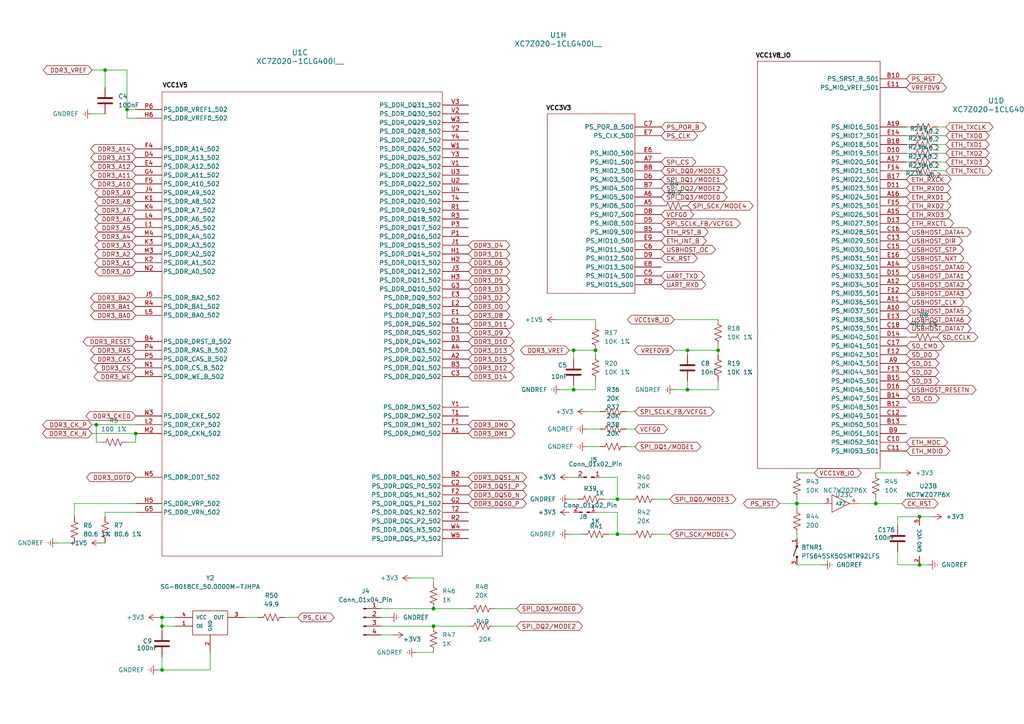
<source format=kicad_sch>
(kicad_sch (version 20231120) (generator "eeschema") (generator_version "8.0")
  (paper "A4")
  (lib_symbols
    (symbol "Conn_01x02_Pin_1" (pin_names (offset 1.016) hide)
      (property "Reference" "J5" (at 0.635 5.08 0))
      (property "Value" "Conn_01x02_Pin" (at 1.27 3.81 0))
      (symbol "Conn_01x02_Pin_1_1_1"
        (pin passive line (at 2.54 0 180) (length 1.27) (name "Pin_1") (number "1"))
        (pin passive line (at -3.81 0 0) (length 1.27) (name "Pin_2") (number "2"))
      )
    )
    (symbol "Connector:Conn_01x04_Pin" (pin_names (offset 1.016) hide)
      (property "Reference" "J" (at 0 5.08 0))
      (property "Value" "Conn_01x04_Pin" (at 0 -7.62 0))
      (symbol "Conn_01x04_Pin_1_1"
        (pin passive line (at 5.08 2.54 180) (length 3.81) (name "Pin_1") (number "1"))
        (pin passive line (at 5.08 0 180) (length 3.81) (name "Pin_2") (number "2"))
        (pin passive line (at 5.08 -2.54 180) (length 3.81) (name "Pin_3") (number "3"))
        (pin passive line (at 5.08 -5.08 180) (length 3.81) (name "Pin_4") (number "4"))
      )
    )
    (symbol "Device:C" (pin_numbers hide) (pin_names (offset 0.254))
      (property "Reference" "C" (at 0.635 2.54 0))
      (property "Value" "C" (at 0.635 -2.54 0))
      (symbol "C_1_1"
        (pin passive line (at 0 3.81 270) (length 2.794) (name "~") (number "1"))
        (pin passive line (at 0 -3.81 90) (length 2.794) (name "~") (number "2"))
      )
    )
    (symbol "Device:R_US" (pin_numbers hide) (pin_names (offset 0))
      (property "Reference" "R" (at 2.54 0 90))
      (property "Value" "R_US" (at -2.54 0 90))
      (symbol "R_US_1_1"
        (pin passive line (at 0 3.81 270) (length 1.27) (name "~") (number "1"))
        (pin passive line (at 0 -3.81 90) (length 1.27) (name "~") (number "2"))
      )
    )
    (symbol "NC7WZ07P6X:NC7WZ07P6X_modified" (pin_names (offset 1.016))
      (property "Reference" "U23" (at -2.54 7.62 0))
      (property "Value" "NC7WZ07P6X" (at -2.54 5.08 0))
      (symbol "NC7WZ07P6X_modified_1_1"
        (pin input line (at -7.62 0 0) (length 2.54) hide (name "A1") (number "1"))
        (pin output line (at 2.54 0 180) (length 2.54) hide (name "Y1") (number "6"))
      )
      (symbol "NC7WZ07P6X_modified_2_0"
        (pin passive line (at -5.08 -15.24 90) (length 2.54) (name "GND") (number "2"))
        (pin power_in line (at -5.08 -1.27 270) (length 2.54) (name "VCC") (number "5"))
      )
      (symbol "NC7WZ07P6X_modified_3_1"
        (pin input line (at -7.62 0 0) (length 2.54) (name "A2") (number "3"))
        (pin output line (at 2.54 0 180) (length 2.54) (name "Y2") (number "4"))
      )
    )
    (symbol "NC7WZ07P6X_modified_1" (pin_names (offset 1.016))
      (property "Reference" "U23" (at -2.54 7.62 0))
      (property "Value" "NC7WZ07P6X" (at -2.54 5.08 0))
      (symbol "NC7WZ07P6X_modified_1_1_1"
        (pin input line (at -7.62 0 0) (length 2.54) hide (name "A1") (number "1"))
        (pin output line (at 2.54 0 180) (length 2.54) hide (name "Y1") (number "6"))
      )
      (symbol "NC7WZ07P6X_modified_1_2_0"
        (pin passive line (at -5.08 -15.24 90) (length 2.54) (name "GND") (number "2"))
        (pin power_in line (at -5.08 -1.27 270) (length 2.54) (name "VCC") (number "5"))
      )
      (symbol "NC7WZ07P6X_modified_1_3_1"
        (pin input line (at -7.62 0 0) (length 2.54) (name "A2") (number "3"))
        (pin output line (at 2.54 0 180) (length 2.54) (name "Y2") (number "4"))
      )
    )
    (symbol "PTS645SK50SMTR92LFS_:PTS645SK50SMTR92LFS" (pin_names (offset 1.016))
      (property "Reference" "S" (at -4.5772 5.5944 0))
      (property "Value" "PTS645SK50SMTR92LFS" (at -5.0879 -7.3774 0))
      (symbol "PTS645SK50SMTR92LFS_1_0"
        (pin passive line (at 0 3.81 270) (length 1.27) (name "~") (number "1"))
        (pin passive line (at 7.62 2.54 180) (length 2.54) hide (name "~") (number "2"))
        (pin passive line (at 0 -3.81 90) (length 1.27) (name "~") (number "3"))
        (pin passive line (at 7.62 -2.54 180) (length 2.54) hide (name "~") (number "4"))
      )
    )
    (symbol "SG-8018CE_50.0000M-TJHPA:SG-8018CE_50.0000M-TJHPA" (pin_names (offset 1.016))
      (property "Reference" "Y2" (at 0 12.7 0))
      (property "Value" "SG-8018CE_50.0000M-TJHPA" (at 0 10.16 0))
      (symbol "SG-8018CE_50.0000M-TJHPA_0_0"
        (pin input line (at -10.16 -1.27 0) (length 5.08) (name "OE") (number "1"))
        (pin power_in line (at 0 -8.89 90) (length 5.08) (name "GND") (number "2"))
        (pin output line (at 10.16 1.27 180) (length 5.08) (name "OUT") (number "3"))
        (pin power_in line (at -10.16 1.27 0) (length 5.08) (name "VCC") (number "4"))
      )
    )
    (symbol "XC7Z020-1CLG400I___1" (pin_names (offset 0.254))
      (property "Reference" "U1" (at 47.625 16.51 0))
      (property "Value" "XC7Z020-1CLG400I__" (at 47.625 13.97 0))
      (symbol "XC7Z020-1CLG400I___1_1_1"
        (pin bidirectional line (at 58.42 38.1 180) (length 7.62) (name "IO_L2N_T0_AD8N_35") (number "A20"))
        (pin bidirectional line (at 58.42 40.64 180) (length 7.62) (name "IO_L2P_T0_AD8P_35") (number "B19"))
        (pin bidirectional line (at 58.42 43.18 180) (length 7.62) (name "IO_L1N_T0_AD0N_35") (number "B20"))
        (pin bidirectional line (at 58.42 45.72 180) (length 7.62) (name "IO_L1P_T0_AD0P_35") (number "C20"))
        (pin bidirectional line (at 58.42 33.02 180) (length 7.62) (name "IO_L3N_T0_DQS_AD1N_35") (number "D18"))
        (pin bidirectional line (at 58.42 27.94 180) (length 7.62) (name "IO_L4P_T0_35") (number "D19"))
        (pin bidirectional line (at 58.42 30.48 180) (length 7.62) (name "IO_L4N_T0_35") (number "D20"))
        (pin bidirectional line (at 58.42 35.56 180) (length 7.62) (name "IO_L3P_T0_DQS_AD1P_35") (number "E17"))
        (pin bidirectional line (at 58.42 22.86 180) (length 7.62) (name "IO_L5P_T0_AD9P_35") (number "E18"))
        (pin bidirectional line (at 58.42 25.4 180) (length 7.62) (name "IO_L5N_T0_AD9N_35") (number "E19"))
        (pin bidirectional line (at 58.42 20.32 180) (length 7.62) (name "IO_L6P_T0_35") (number "F16"))
        (pin bidirectional line (at 58.42 17.78 180) (length 7.62) (name "IO_L6N_T0_VREF_35") (number "F17"))
        (pin bidirectional line (at 58.42 -25.4 180) (length 7.62) (name "IO_L15P_T2_DQS_AD12P_35") (number "F19"))
        (pin bidirectional line (at 58.42 -27.94 180) (length 7.62) (name "IO_L15N_T2_DQS_AD12N_35") (number "F20"))
        (pin bidirectional line (at 58.42 48.26 180) (length 7.62) (name "IO_0_35") (number "G14"))
        (pin bidirectional line (at 58.42 -48.26 180) (length 7.62) (name "IO_L19N_T3_VREF_35") (number "G15"))
        (pin bidirectional line (at 58.42 -30.48 180) (length 7.62) (name "IO_L16P_T2_35") (number "G17"))
        (pin bidirectional line (at 58.42 -33.02 180) (length 7.62) (name "IO_L16N_T2_35") (number "G18"))
        (pin bidirectional line (at 58.42 -40.64 180) (length 7.62) (name "IO_L18P_T2_AD13P_35") (number "G19"))
        (pin bidirectional line (at 58.42 -43.18 180) (length 7.62) (name "IO_L18N_T2_AD13N_35") (number "G20"))
        (pin bidirectional line (at 58.42 -45.72 180) (length 7.62) (name "IO_L19P_T3_35") (number "H15"))
        (pin bidirectional line (at 58.42 -15.24 180) (length 7.62) (name "IO_L13P_T2_MRCC_35") (number "H16"))
        (pin bidirectional line (at 58.42 -17.78 180) (length 7.62) (name "IO_L13N_T2_MRCC_35") (number "H17"))
        (pin bidirectional line (at 58.42 -22.86 180) (length 7.62) (name "IO_L14N_T2_AD4N_SRCC_35") (number "H18"))
        (pin bidirectional line (at 58.42 -38.1 180) (length 7.62) (name "IO_L17N_T2_AD5N_35") (number "H20"))
        (pin bidirectional line (at 58.42 -53.34 180) (length 7.62) (name "IO_L20N_T3_AD6N_35") (number "J14"))
        (pin bidirectional line (at 58.42 -76.2 180) (length 7.62) (name "IO_25_35") (number "J15"))
        (pin bidirectional line (at 58.42 -73.66 180) (length 7.62) (name "IO_L24N_T3_AD15N_35") (number "J16"))
        (pin bidirectional line (at 58.42 -20.32 180) (length 7.62) (name "IO_L14P_T2_AD4P_SRCC_35") (number "J18"))
        (pin bidirectional line (at 58.42 -2.54 180) (length 7.62) (name "IO_L10N_T1_AD11N_35") (number "J19"))
        (pin bidirectional line (at 58.42 -35.56 180) (length 7.62) (name "IO_L17P_T2_AD5P_35") (number "J20"))
        (pin bidirectional line (at 58.42 -50.8 180) (length 7.62) (name "IO_L20P_T3_AD6P_35") (number "K14"))
        (pin bidirectional line (at 58.42 -71.12 180) (length 7.62) (name "IO_L24P_T3_AD15P_35") (number "K16"))
        (pin bidirectional line (at 58.42 -12.7 180) (length 7.62) (name "IO_L12P_T1_MRCC_35") (number "K17"))
        (pin bidirectional line (at 58.42 -10.16 180) (length 7.62) (name "IO_L12N_T1_MRCC_35") (number "K18"))
        (pin bidirectional line (at 58.42 0 180) (length 7.62) (name "IO_L10P_T1_AD11P_35") (number "K19"))
        (pin bidirectional line (at 58.42 -60.96 180) (length 7.62) (name "IO_L22P_T3_AD7P_35") (number "L14"))
        (pin bidirectional line (at 58.42 -63.5 180) (length 7.62) (name "IO_L22N_T3_AD7N_35") (number "L15"))
        (pin bidirectional line (at 58.42 -7.62 180) (length 7.62) (name "IO_L11P_T1_SRCC_35") (number "L16"))
        (pin bidirectional line (at 58.42 -5.08 180) (length 7.62) (name "IO_L11N_T1_SRCC_35") (number "L17"))
        (pin bidirectional line (at 58.42 5.08 180) (length 7.62) (name "IO_L9P_T1_DQS_AD3P_35") (number "L19"))
        (pin bidirectional line (at 58.42 2.54 180) (length 7.62) (name "IO_L9N_T1_DQS_AD3N_35") (number "L20"))
        (pin bidirectional line (at 58.42 -66.04 180) (length 7.62) (name "IO_L23P_T3_35") (number "M14"))
        (pin bidirectional line (at 58.42 -68.58 180) (length 7.62) (name "IO_L23N_T3_35") (number "M15"))
        (pin bidirectional line (at 58.42 10.16 180) (length 7.62) (name "IO_L8P_T1_AD10P_35") (number "M17"))
        (pin bidirectional line (at 58.42 7.62 180) (length 7.62) (name "IO_L8N_T1_AD10N_35") (number "M18"))
        (pin bidirectional line (at 58.42 15.24 180) (length 7.62) (name "IO_L7P_T1_AD2P_35") (number "M19"))
        (pin bidirectional line (at 58.42 12.7 180) (length 7.62) (name "IO_L7N_T1_AD2N_35") (number "M20"))
        (pin bidirectional line (at 58.42 -55.88 180) (length 7.62) (name "IO_L21P_T3_DQS_AD14P_35") (number "N15"))
        (pin bidirectional line (at 58.42 -58.42 180) (length 7.62) (name "IO_L21N_T3_DQS_AD14N_35") (number "N16"))
        (pin bidirectional line (at -35.56 -67.31 180) (length 7.62) (name "IO_L23P_T3_34") (number "N17"))
        (pin bidirectional line (at -35.56 -16.51 180) (length 7.62) (name "IO_L13P_T2_MRCC_34") (number "N18"))
        (pin bidirectional line (at -35.56 -21.59 180) (length 7.62) (name "IO_L14P_T2_SRCC_34") (number "N20"))
        (pin bidirectional line (at -35.56 19.05 180) (length 7.62) (name "IO_L6P_T0_34") (number "P14"))
        (pin bidirectional line (at -35.56 -72.39 180) (length 7.62) (name "IO_L24P_T3_34") (number "P15"))
        (pin bidirectional line (at -35.56 -74.93 180) (length 7.62) (name "IO_L24N_T3_34") (number "P16"))
        (pin bidirectional line (at -35.56 -69.85 180) (length 7.62) (name "IO_L23N_T3_34") (number "P18"))
        (pin bidirectional line (at -35.56 -19.05 180) (length 7.62) (name "IO_L13N_T2_MRCC_34") (number "P19"))
        (pin bidirectional line (at -35.56 -24.13 180) (length 7.62) (name "IO_L14N_T2_SRCC_34") (number "P20"))
        (pin bidirectional line (at -35.56 16.51 180) (length 7.62) (name "IO_L6N_T0_VREF_34") (number "R14"))
        (pin bidirectional line (at -35.56 -46.99 180) (length 7.62) (name "IO_L19P_T3_34") (number "R16"))
        (pin bidirectional line (at -35.56 -49.53 180) (length 7.62) (name "IO_L19N_T3_VREF_34") (number "R17"))
        (pin bidirectional line (at -35.56 -54.61 180) (length 7.62) (name "IO_L20N_T3_34") (number "R18"))
        (pin bidirectional line (at -35.56 46.99 180) (length 7.62) (name "IO_0_34") (number "R19"))
        (pin bidirectional line (at -35.56 41.91 180) (length 7.62) (name "IO_L1N_T0_34") (number "T10"))
        (pin bidirectional line (at -35.56 44.45 180) (length 7.62) (name "IO_L1P_T0_34") (number "T11"))
        (pin bidirectional line (at -35.56 39.37 180) (length 7.62) (name "IO_L2P_T0_34") (number "T12"))
        (pin bidirectional line (at -35.56 24.13 180) (length 7.62) (name "IO_L5P_T0_34") (number "T14"))
        (pin bidirectional line (at -35.56 21.59 180) (length 7.62) (name "IO_L5N_T0_34") (number "T15"))
        (pin bidirectional line (at -35.56 3.81 180) (length 7.62) (name "IO_L9P_T1_DQS_34") (number "T16"))
        (pin bidirectional line (at -35.56 -52.07 180) (length 7.62) (name "IO_L20P_T3_34") (number "T17"))
        (pin bidirectional line (at -35.56 -77.47 180) (length 7.62) (name "IO_25_34") (number "T19"))
        (pin bidirectional line (at -35.56 -26.67 180) (length 7.62) (name "IO_L15P_T2_DQS_34") (number "T20"))
        (pin bidirectional line (at -138.43 -20.32 180) (length 7.62) (name "IO_L19P_T3_13") (number "T5"))
        (pin bidirectional line (at -138.43 17.78 180) (length 7.62) (name "IO_L12P_T1_MRCC_13") (number "T9"))
        (pin bidirectional line (at -138.43 15.24 180) (length 7.62) (name "IO_L12N_T1_MRCC_13") (number "U10"))
        (pin bidirectional line (at -35.56 36.83 180) (length 7.62) (name "IO_L2N_T0_34") (number "U12"))
        (pin bidirectional line (at -35.56 34.29 180) (length 7.62) (name "IO_L3P_T0_DQS_PUDC_B_34") (number "U13"))
        (pin bidirectional line (at -35.56 -6.35 180) (length 7.62) (name "IO_L11P_T1_SRCC_34") (number "U14"))
        (pin bidirectional line (at -35.56 -8.89 180) (length 7.62) (name "IO_L11N_T1_SRCC_34") (number "U15"))
        (pin bidirectional line (at -35.56 1.27 180) (length 7.62) (name "IO_L9N_T1_DQS_34") (number "U17"))
        (pin bidirectional line (at -35.56 -11.43 180) (length 7.62) (name "IO_L12P_T1_MRCC_34") (number "U18"))
        (pin bidirectional line (at -35.56 -13.97 180) (length 7.62) (name "IO_L12N_T1_MRCC_34") (number "U19"))
        (pin bidirectional line (at -35.56 -29.21 180) (length 7.62) (name "IO_L15N_T2_DQS_34") (number "U20"))
        (pin bidirectional line (at -138.43 -22.86 180) (length 7.62) (name "IO_L19N_T3_VREF_13") (number "U5"))
        (pin bidirectional line (at -138.43 22.86 180) (length 7.62) (name "IO_L11P_T1_SRCC_13") (number "U7"))
        (pin bidirectional line (at -138.43 -11.43 180) (length 7.62) (name "IO_L17N_T2_13") (number "U8"))
        (pin bidirectional line (at -138.43 -8.89 180) (length 7.62) (name "IO_L17P_T2_13") (number "U9"))
        (pin bidirectional line (at -138.43 -33.02 180) (length 7.62) (name "IO_L21N_T3_DQS_13") (number "V10"))
        (pin bidirectional line (at -138.43 -30.48 180) (length 7.62) (name "IO_L21P_T3_DQS_13") (number "V11"))
        (pin bidirectional line (at -35.56 29.21 180) (length 7.62) (name "IO_L4P_T0_34") (number "V12"))
        (pin bidirectional line (at -35.56 31.75 180) (length 7.62) (name "IO_L3N_T0_DQS_34") (number "V13"))
        (pin bidirectional line (at -35.56 -1.27 180) (length 7.62) (name "IO_L10P_T1_34") (number "V15"))
        (pin bidirectional line (at -35.56 -41.91 180) (length 7.62) (name "IO_L18P_T2_34") (number "V16"))
        (pin bidirectional line (at -35.56 -57.15 180) (length 7.62) (name "IO_L21P_T3_DQS_34") (number "V17"))
        (pin bidirectional line (at -35.56 -59.69 180) (length 7.62) (name "IO_L21N_T3_DQS_34") (number "V18"))
        (pin bidirectional line (at -35.56 -31.75 180) (length 7.62) (name "IO_L16P_T2_34") (number "V20"))
        (pin bidirectional line (at -138.43 25.4 180) (length 7.62) (name "IO_L6N_T0_VREF_13") (number "V5"))
        (pin bidirectional line (at -138.43 -35.56 180) (length 7.62) (name "IO_L22P_T3_13") (number "V6"))
        (pin bidirectional line (at -138.43 20.32 180) (length 7.62) (name "IO_L11N_T1_SRCC_13") (number "V7"))
        (pin bidirectional line (at -138.43 -1.27 180) (length 7.62) (name "IO_L15P_T2_DQS_13") (number "V8"))
        (pin bidirectional line (at -138.43 -3.81 180) (length 7.62) (name "IO_L16P_T2_13") (number "W10"))
        (pin bidirectional line (at -138.43 -13.97 180) (length 7.62) (name "IO_L18P_T2_13") (number "W11"))
        (pin bidirectional line (at -35.56 26.67 180) (length 7.62) (name "IO_L4N_T0_34") (number "W13"))
        (pin bidirectional line (at -35.56 8.89 180) (length 7.62) (name "IO_L8P_T1_34") (number "W14"))
        (pin bidirectional line (at -35.56 -3.81 180) (length 7.62) (name "IO_L10N_T1_34") (number "W15"))
        (pin bidirectional line (at -35.56 -44.45 180) (length 7.62) (name "IO_L18N_T2_34") (number "W16"))
        (pin bidirectional line (at -35.56 -62.23 180) (length 7.62) (name "IO_L22P_T3_34") (number "W18"))
        (pin bidirectional line (at -35.56 -64.77 180) (length 7.62) (name "IO_L22N_T3_34") (number "W19"))
        (pin bidirectional line (at -35.56 -34.29 180) (length 7.62) (name "IO_L16N_T2_34") (number "W20"))
        (pin bidirectional line (at -138.43 -38.1 180) (length 7.62) (name "IO_L22N_T3_13") (number "W6"))
        (pin bidirectional line (at -138.43 1.27 180) (length 7.62) (name "IO_L15N_T2_DQS_13") (number "W8"))
        (pin bidirectional line (at -138.43 -6.35 180) (length 7.62) (name "IO_L16N_T2_13") (number "W9"))
        (pin bidirectional line (at -138.43 -16.51 180) (length 7.62) (name "IO_L18N_T2_13") (number "Y11"))
        (pin bidirectional line (at -138.43 -25.4 180) (length 7.62) (name "IO_L20P_T3_13") (number "Y12"))
        (pin bidirectional line (at -138.43 -27.94 180) (length 7.62) (name "IO_L20N_T3_13") (number "Y13"))
        (pin bidirectional line (at -35.56 6.35 180) (length 7.62) (name "IO_L8N_T1_34") (number "Y14"))
        (pin bidirectional line (at -35.56 13.97 180) (length 7.62) (name "IO_L7P_T1_34") (number "Y16"))
        (pin bidirectional line (at -35.56 11.43 180) (length 7.62) (name "IO_L7N_T1_34") (number "Y17"))
        (pin bidirectional line (at -35.56 -36.83 180) (length 7.62) (name "IO_L17P_T2_34") (number "Y18"))
        (pin bidirectional line (at -35.56 -39.37 180) (length 7.62) (name "IO_L17N_T2_34") (number "Y19"))
        (pin bidirectional line (at -138.43 8.89 180) (length 7.62) (name "IO_L13N_T2_MRCC_13") (number "Y6"))
        (pin bidirectional line (at -138.43 11.43 180) (length 7.62) (name "IO_L13P_T2_MRCC_13") (number "Y7"))
        (pin bidirectional line (at -138.43 3.81 180) (length 7.62) (name "IO_L14N_T2_SRCC_13") (number "Y8"))
        (pin bidirectional line (at -138.43 6.35 180) (length 7.62) (name "IO_L14P_T2_SRCC_13") (number "Y9"))
      )
      (symbol "XC7Z020-1CLG400I___1_3_1"
        (pin output line (at 96.52 -93.98 180) (length 7.62) (name "PS_DDR_DM0_502") (number "A1"))
        (pin bidirectional line (at 96.52 -72.39 180) (length 7.62) (name "PS_DDR_DQ2_502") (number "A2"))
        (pin bidirectional line (at 96.52 -69.85 180) (length 7.62) (name "PS_DDR_DQ3_502") (number "A4"))
        (pin bidirectional line (at 96.52 -106.68 180) (length 7.62) (name "PS_DDR_DQS_N0_502") (number "B2"))
        (pin bidirectional line (at 96.52 -74.93 180) (length 7.62) (name "PS_DDR_DQ1_502") (number "B3"))
        (pin output line (at 0 -67.31 0) (length 7.62) (name "PS_DDR_DRST_B_502") (number "B4"))
        (pin bidirectional line (at 96.52 -62.23 180) (length 7.62) (name "PS_DDR_DQ6_502") (number "C1"))
        (pin bidirectional line (at 96.52 -109.22 180) (length 7.62) (name "PS_DDR_DQS_P0_502") (number "C2"))
        (pin bidirectional line (at 96.52 -77.47 180) (length 7.62) (name "PS_DDR_DQ0_502") (number "C3"))
        (pin bidirectional line (at 96.52 -64.77 180) (length 7.62) (name "PS_DDR_DQ5_502") (number "D1"))
        (pin bidirectional line (at 96.52 -67.31 180) (length 7.62) (name "PS_DDR_DQ4_502") (number "D3"))
        (pin output line (at 0 -13.97 0) (length 7.62) (name "PS_DDR_A13_502") (number "D4"))
        (pin bidirectional line (at 96.52 -59.69 180) (length 7.62) (name "PS_DDR_DQ7_502") (number "E1"))
        (pin bidirectional line (at 96.52 -57.15 180) (length 7.62) (name "PS_DDR_DQ8_502") (number "E2"))
        (pin bidirectional line (at 96.52 -54.61 180) (length 7.62) (name "PS_DDR_DQ9_502") (number "E3"))
        (pin output line (at 0 -16.51 0) (length 7.62) (name "PS_DDR_A12_502") (number "E4"))
        (pin output line (at 96.52 -91.44 180) (length 7.62) (name "PS_DDR_DM1_502") (number "F1"))
        (pin bidirectional line (at 96.52 -111.76 180) (length 7.62) (name "PS_DDR_DQS_N1_502") (number "F2"))
        (pin output line (at 0 -11.43 0) (length 7.62) (name "PS_DDR_A14_502") (number "F4"))
        (pin output line (at 0 -21.59 0) (length 7.62) (name "PS_DDR_A10_502") (number "F5"))
        (pin bidirectional line (at 96.52 -114.3 180) (length 7.62) (name "PS_DDR_DQS_P1_502") (number "G2"))
        (pin bidirectional line (at 96.52 -52.07 180) (length 7.62) (name "PS_DDR_DQ10_502") (number "G3"))
        (pin output line (at 0 -19.05 0) (length 7.62) (name "PS_DDR_A11_502") (number "G4"))
        (pin output line (at 0 -116.84 0) (length 7.62) (name "PS_DDR_VRN_502") (number "G5"))
        (pin bidirectional line (at 96.52 -41.91 180) (length 7.62) (name "PS_DDR_DQ14_502") (number "H1"))
        (pin bidirectional line (at 96.52 -44.45 180) (length 7.62) (name "PS_DDR_DQ13_502") (number "H2"))
        (pin bidirectional line (at 96.52 -49.53 180) (length 7.62) (name "PS_DDR_DQ11_502") (number "H3"))
        (pin output line (at 0 -114.3 0) (length 7.62) (name "PS_DDR_VRP_502") (number "H5"))
        (pin power_in line (at 0 -2.54 0) (length 7.62) (name "PS_DDR_VREF0_502") (number "H6"))
        (pin bidirectional line (at 96.52 -39.37 180) (length 7.62) (name "PS_DDR_DQ15_502") (number "J1"))
        (pin bidirectional line (at 96.52 -46.99 180) (length 7.62) (name "PS_DDR_DQ12_502") (number "J3"))
        (pin output line (at 0 -24.13 0) (length 7.62) (name "PS_DDR_A9_502") (number "J4"))
        (pin output line (at 0 -54.61 0) (length 7.62) (name "PS_DDR_BA2_502") (number "J5"))
        (pin output line (at 0 -26.67 0) (length 7.62) (name "PS_DDR_A8_502") (number "K1"))
        (pin output line (at 0 -44.45 0) (length 7.62) (name "PS_DDR_A1_502") (number "K2"))
        (pin output line (at 0 -39.37 0) (length 7.62) (name "PS_DDR_A3_502") (number "K3"))
        (pin output line (at 0 -29.21 0) (length 7.62) (name "PS_DDR_A7_502") (number "K4"))
        (pin output line (at 0 -34.29 0) (length 7.62) (name "PS_DDR_A5_502") (number "L1"))
        (pin output line (at 0 -91.44 0) (length 7.62) (name "PS_DDR_CKP_502") (number "L2"))
        (pin output line (at 0 -31.75 0) (length 7.62) (name "PS_DDR_A6_502") (number "L4"))
        (pin output line (at 0 -59.69 0) (length 7.62) (name "PS_DDR_BA0_502") (number "L5"))
        (pin output line (at 0 -93.98 0) (length 7.62) (name "PS_DDR_CKN_502") (number "M2"))
        (pin output line (at 0 -41.91 0) (length 7.62) (name "PS_DDR_A2_502") (number "M3"))
        (pin output line (at 0 -36.83 0) (length 7.62) (name "PS_DDR_A4_502") (number "M4"))
        (pin output line (at 0 -77.47 0) (length 7.62) (name "PS_DDR_WE_B_502") (number "M5"))
        (pin output line (at 0 -74.93 0) (length 7.62) (name "PS_DDR_CS_B_502") (number "N1"))
        (pin output line (at 0 -46.99 0) (length 7.62) (name "PS_DDR_A0_502") (number "N2"))
        (pin output line (at 0 -88.9 0) (length 7.62) (name "PS_DDR_CKE_502") (number "N3"))
        (pin output line (at 0 -106.68 0) (length 7.62) (name "PS_DDR_ODT_502") (number "N5"))
        (pin bidirectional line (at 96.52 -36.83 180) (length 7.62) (name "PS_DDR_DQ16_502") (number "P1"))
        (pin bidirectional line (at 96.52 -34.29 180) (length 7.62) (name "PS_DDR_DQ17_502") (number "P3"))
        (pin output line (at 0 -69.85 0) (length 7.62) (name "PS_DDR_RAS_B_502") (number "P4"))
        (pin output line (at 0 -72.39 0) (length 7.62) (name "PS_DDR_CAS_B_502") (number "P5"))
        (pin power_in line (at 0 0 0) (length 7.62) (name "PS_DDR_VREF1_502") (number "P6"))
        (pin bidirectional line (at 96.52 -29.21 180) (length 7.62) (name "PS_DDR_DQ19_502") (number "R1"))
        (pin bidirectional line (at 96.52 -119.38 180) (length 7.62) (name "PS_DDR_DQS_P2_502") (number "R2"))
        (pin bidirectional line (at 96.52 -31.75 180) (length 7.62) (name "PS_DDR_DQ18_502") (number "R3"))
        (pin output line (at 0 -57.15 0) (length 7.62) (name "PS_DDR_BA1_502") (number "R4"))
        (pin output line (at 96.52 -88.9 180) (length 7.62) (name "PS_DDR_DM2_502") (number "T1"))
        (pin bidirectional line (at 96.52 -116.84 180) (length 7.62) (name "PS_DDR_DQS_N2_502") (number "T2"))
        (pin bidirectional line (at 96.52 -26.67 180) (length 7.62) (name "PS_DDR_DQ20_502") (number "T4"))
        (pin bidirectional line (at 96.52 -21.59 180) (length 7.62) (name "PS_DDR_DQ22_502") (number "U2"))
        (pin bidirectional line (at 96.52 -19.05 180) (length 7.62) (name "PS_DDR_DQ23_502") (number "U3"))
        (pin bidirectional line (at 96.52 -24.13 180) (length 7.62) (name "PS_DDR_DQ21_502") (number "U4"))
        (pin bidirectional line (at 96.52 -16.51 180) (length 7.62) (name "PS_DDR_DQ24_502") (number "V1"))
        (pin bidirectional line (at 96.52 -1.27 180) (length 7.62) (name "PS_DDR_DQ30_502") (number "V2"))
        (pin bidirectional line (at 96.52 1.27 180) (length 7.62) (name "PS_DDR_DQ31_502") (number "V3"))
        (pin bidirectional line (at 96.52 -11.43 180) (length 7.62) (name "PS_DDR_DQ26_502") (number "W1"))
        (pin bidirectional line (at 96.52 -3.81 180) (length 7.62) (name "PS_DDR_DQ29_502") (number "W3"))
        (pin bidirectional line (at 96.52 -121.92 180) (length 7.62) (name "PS_DDR_DQS_N3_502") (number "W4"))
        (pin bidirectional line (at 96.52 -124.46 180) (length 7.62) (name "PS_DDR_DQS_P3_502") (number "W5"))
        (pin output line (at 96.52 -86.36 180) (length 7.62) (name "PS_DDR_DM3_502") (number "Y1"))
        (pin bidirectional line (at 96.52 -6.35 180) (length 7.62) (name "PS_DDR_DQ28_502") (number "Y2"))
        (pin bidirectional line (at 96.52 -13.97 180) (length 7.62) (name "PS_DDR_DQ25_502") (number "Y3"))
        (pin bidirectional line (at 96.52 -8.89 180) (length 7.62) (name "PS_DDR_DQ27_502") (number "Y4"))
      )
      (symbol "XC7Z020-1CLG400I___1_4_1"
        (pin bidirectional line (at 21.59 -44.45 180) (length 7.62) (name "PS_MIO37_501") (number "A10"))
        (pin bidirectional line (at 21.59 -41.91 180) (length 7.62) (name "PS_MIO36_501") (number "A11"))
        (pin bidirectional line (at 21.59 -36.83 180) (length 7.62) (name "PS_MIO34_501") (number "A12"))
        (pin bidirectional line (at 21.59 -31.75 180) (length 7.62) (name "PS_MIO32_501") (number "A14"))
        (pin bidirectional line (at 21.59 -16.51 180) (length 7.62) (name "PS_MIO26_501") (number "A15"))
        (pin bidirectional line (at 21.59 -11.43 180) (length 7.62) (name "PS_MIO24_501") (number "A16"))
        (pin bidirectional line (at 21.59 -1.27 180) (length 7.62) (name "PS_MIO20_501") (number "A17"))
        (pin bidirectional line (at 21.59 8.89 180) (length 7.62) (name "PS_MIO16_501") (number "A19"))
        (pin bidirectional line (at 21.59 -59.69 180) (length 7.62) (name "PS_MIO43_501") (number "A9"))
        (pin input line (at 21.59 22.86 180) (length 7.62) (name "PS_SRST_B_501") (number "B10"))
        (pin bidirectional line (at 21.59 -72.39 180) (length 7.62) (name "PS_MIO48_501") (number "B12"))
        (pin bidirectional line (at 21.59 -77.47 180) (length 7.62) (name "PS_MIO50_501") (number "B13"))
        (pin bidirectional line (at 21.59 -69.85 180) (length 7.62) (name "PS_MIO47_501") (number "B14"))
        (pin bidirectional line (at 21.59 -64.77 180) (length 7.62) (name "PS_MIO45_501") (number "B15"))
        (pin bidirectional line (at 21.59 -6.35 180) (length 7.62) (name "PS_MIO22_501") (number "B17"))
        (pin bidirectional line (at 21.59 3.81 180) (length 7.62) (name "PS_MIO18_501") (number "B18"))
        (pin bidirectional line (at 21.59 -80.01 180) (length 7.62) (name "PS_MIO51_501") (number "B9"))
        (pin bidirectional line (at 21.59 -82.55 180) (length 7.62) (name "PS_MIO52_501") (number "C10"))
        (pin bidirectional line (at 21.59 -85.09 180) (length 7.62) (name "PS_MIO53_501") (number "C11"))
        (pin bidirectional line (at 21.59 -74.93 180) (length 7.62) (name "PS_MIO49_501") (number "C12"))
        (pin bidirectional line (at 21.59 -24.13 180) (length 7.62) (name "PS_MIO29_501") (number "C13"))
        (pin bidirectional line (at 21.59 -26.67 180) (length 7.62) (name "PS_MIO30_501") (number "C15"))
        (pin bidirectional line (at 21.59 -21.59 180) (length 7.62) (name "PS_MIO28_501") (number "C16"))
        (pin bidirectional line (at 21.59 -54.61 180) (length 7.62) (name "PS_MIO41_501") (number "C17"))
        (pin bidirectional line (at 21.59 -49.53 180) (length 7.62) (name "PS_MIO39_501") (number "C18"))
        (pin bidirectional line (at 21.59 1.27 180) (length 7.62) (name "PS_MIO19_501") (number "D10"))
        (pin bidirectional line (at 21.59 -8.89 180) (length 7.62) (name "PS_MIO23_501") (number "D11"))
        (pin bidirectional line (at 21.59 -19.05 180) (length 7.62) (name "PS_MIO27_501") (number "D13"))
        (pin bidirectional line (at 21.59 -52.07 180) (length 7.62) (name "PS_MIO40_501") (number "D14"))
        (pin bidirectional line (at 21.59 -34.29 180) (length 7.62) (name "PS_MIO33_501") (number "D15"))
        (pin bidirectional line (at 21.59 -67.31 180) (length 7.62) (name "PS_MIO46_501") (number "D16"))
        (pin power_in line (at 21.59 20.32 180) (length 7.62) (name "PS_MIO_VREF_501") (number "E11"))
        (pin bidirectional line (at 21.59 -57.15 180) (length 7.62) (name "PS_MIO42_501") (number "E12"))
        (pin bidirectional line (at 21.59 -46.99 180) (length 7.62) (name "PS_MIO38_501") (number "E13"))
        (pin bidirectional line (at 21.59 6.35 180) (length 7.62) (name "PS_MIO17_501") (number "E14"))
        (pin bidirectional line (at 21.59 -29.21 180) (length 7.62) (name "PS_MIO31_501") (number "E16"))
        (pin bidirectional line (at 21.59 -39.37 180) (length 7.62) (name "PS_MIO35_501") (number "F12"))
        (pin bidirectional line (at 21.59 -62.23 180) (length 7.62) (name "PS_MIO44_501") (number "F13"))
        (pin bidirectional line (at 21.59 -3.81 180) (length 7.62) (name "PS_MIO21_501") (number "F14"))
        (pin bidirectional line (at 21.59 -13.97 180) (length 7.62) (name "PS_MIO25_501") (number "F15"))
      )
      (symbol "XC7Z020-1CLG400I___1_5_1"
        (pin power_out line (at 60.96 -38.1 180) (length 7.62) (name "RSVDGND") (number "F10"))
        (pin output line (at 60.96 -3.81 180) (length 7.62) (name "TDO_0") (number "F6"))
        (pin input line (at 60.96 1.27 180) (length 7.62) (name "TCK_0") (number "F9"))
        (pin input line (at 60.96 -1.27 180) (length 7.62) (name "TDI_0") (number "G6"))
        (pin power_out line (at 0 -35.56 0) (length 7.62) (name "GNDADC_0") (number "J10"))
        (pin input line (at 60.96 3.81 180) (length 7.62) (name "TMS_0") (number "J6"))
        (pin power_in line (at 0 -33.02 0) (length 7.62) (name "VCCADC_0") (number "J9"))
        (pin power_in line (at 0 -8.89 0) (length 7.62) (name "VREFN_0") (number "K10"))
        (pin input line (at 0 -16.51 0) (length 7.62) (name "VP_0") (number "K9"))
        (pin input line (at 0 -19.05 0) (length 7.62) (name "VN_0") (number "L10"))
        (pin input line (at 60.96 -16.51 180) (length 7.62) (name "PROGRAM_B_0") (number "L6"))
        (pin power_in line (at 0 -6.35 0) (length 7.62) (name "VREFP_0") (number "L9"))
        (pin unspecified line (at 0 1.27 0) (length 7.62) (name "DXN_0") (number "M10"))
        (pin input line (at 0 -27.94 0) (length 7.62) (name "CFGBVS_0") (number "M6"))
        (pin unspecified line (at 0 3.81 0) (length 7.62) (name "DXP_0") (number "M9"))
        (pin power_in line (at 60.96 -30.48 180) (length 7.62) (name "RSVDVCC3") (number "N6"))
        (pin bidirectional line (at 60.96 -19.05 180) (length 7.62) (name "INIT_B_0") (number "R10"))
        (pin bidirectional line (at 60.96 -13.97 180) (length 7.62) (name "DONE_0") (number "R11"))
        (pin power_in line (at 60.96 -33.02 180) (length 7.62) (name "RSVDVCC2") (number "R6"))
        (pin power_in line (at 60.96 -35.56 180) (length 7.62) (name "RSVDVCC1") (number "T6"))
      )
      (symbol "XC7Z020-1CLG400I___1_6_1"
        (pin power_in line (at 0 -46.99 0) (length 7.62) (name "VCCO_MIO1_501") (number "A13"))
        (pin power_in line (at 0 1.27 0) (length 7.62) (name "VCCO_DDR_502") (number "A3"))
        (pin power_in line (at 0 -49.53 0) (length 7.62) (name "VCCO_MIO1_501") (number "B16"))
        (pin power_in line (at 0 -38.1 0) (length 7.62) (name "VCCO_MIO0_500") (number "B6"))
        (pin power_in line (at 50.8 -34.29 180) (length 7.62) (name "VCCO_35") (number "C19"))
        (pin power_in line (at 0 -52.07 0) (length 7.62) (name "VCCO_MIO1_501") (number "D12"))
        (pin power_in line (at 0 -1.27 0) (length 7.62) (name "VCCO_DDR_502") (number "D2"))
        (pin power_in line (at 0 -40.64 0) (length 7.62) (name "VCCO_MIO0_500") (number "D7"))
        (pin power_in line (at 0 -54.61 0) (length 7.62) (name "VCCO_MIO1_501") (number "E15"))
        (pin power_in line (at 0 -3.81 0) (length 7.62) (name "VCCO_DDR_502") (number "E5"))
        (pin power_in line (at 50.8 -111.76 180) (length 7.62) (name "VCCBATT_0") (number "F11"))
        (pin power_in line (at 50.8 -36.83 180) (length 7.62) (name "VCCO_35") (number "F18"))
        (pin power_in line (at 0 -83.82 0) (length 7.62) (name "VCCPAUX") (number "F8"))
        (pin power_in line (at 0 -6.35 0) (length 7.62) (name "VCCO_DDR_502") (number "G1"))
        (pin power_in line (at 0 -30.48 0) (length 7.62) (name "VCCBRAM") (number "G11"))
        (pin power_in line (at 50.8 -96.52 180) (length 7.62) (name "VCCINT") (number "G13"))
        (pin power_in line (at 0 -62.23 0) (length 7.62) (name "VCCPINT") (number "G7"))
        (pin power_in line (at 0 -111.76 0) (length 7.62) (name "VCCPLL") (number "G8"))
        (pin power_in line (at 0 -86.36 0) (length 7.62) (name "VCCPAUX") (number "G9"))
        (pin power_in line (at 0 -33.02 0) (length 7.62) (name "VCCBRAM") (number "H10"))
        (pin power_in line (at 50.8 -93.98 180) (length 7.62) (name "VCCINT") (number "H12"))
        (pin power_in line (at 50.8 -39.37 180) (length 7.62) (name "VCCO_35") (number "H14"))
        (pin power_in line (at 0 -8.89 0) (length 7.62) (name "VCCO_DDR_502") (number "H4"))
        (pin power_in line (at 0 -88.9 0) (length 7.62) (name "VCCPAUX") (number "H8"))
        (pin power_in line (at 50.8 -62.23 180) (length 7.62) (name "VCCAUX") (number "J11"))
        (pin power_in line (at 50.8 -91.44 180) (length 7.62) (name "VCCINT") (number "J13"))
        (pin power_in line (at 50.8 -41.91 180) (length 7.62) (name "VCCO_35") (number "J17"))
        (pin power_in line (at 0 -64.77 0) (length 7.62) (name "VCCPINT") (number "J7"))
        (pin power_in line (at 50.8 -88.9 180) (length 7.62) (name "VCCINT") (number "K12"))
        (pin power_in line (at 50.8 -44.45 180) (length 7.62) (name "VCCO_35") (number "K20"))
        (pin power_in line (at 50.8 1.27 180) (length 7.62) (name "VCCO_0") (number "K6"))
        (pin power_in line (at 0 -91.44 0) (length 7.62) (name "VCCPAUX") (number "K8"))
        (pin power_in line (at 50.8 -64.77 180) (length 7.62) (name "VCCAUX") (number "L11"))
        (pin power_in line (at 50.8 -86.36 180) (length 7.62) (name "VCCINT") (number "L13"))
        (pin power_in line (at 0 -11.43 0) (length 7.62) (name "VCCO_DDR_502") (number "L3"))
        (pin power_in line (at 0 -67.31 0) (length 7.62) (name "VCCPINT") (number "L7"))
        (pin power_in line (at 50.8 -83.82 180) (length 7.62) (name "VCCINT") (number "M12"))
        (pin power_in line (at 50.8 -46.99 180) (length 7.62) (name "VCCO_35") (number "M16"))
        (pin power_in line (at 0 -93.98 0) (length 7.62) (name "VCCPAUX") (number "M8"))
        (pin power_in line (at 50.8 -67.31 180) (length 7.62) (name "VCCAUX") (number "N11"))
        (pin power_in line (at 50.8 -81.28 180) (length 7.62) (name "VCCINT") (number "N13"))
        (pin power_in line (at 50.8 -16.51 180) (length 7.62) (name "VCCO_34") (number "N19"))
        (pin power_in line (at 0 -69.85 0) (length 7.62) (name "VCCPINT") (number "N7"))
        (pin power_in line (at 50.8 -57.15 180) (length 7.62) (name "VCCAUX") (number "N9"))
        (pin power_in line (at 50.8 -69.85 180) (length 7.62) (name "VCCAUX") (number "P10"))
        (pin power_in line (at 50.8 -78.74 180) (length 7.62) (name "VCCINT") (number "P12"))
        (pin power_in line (at 0 -13.97 0) (length 7.62) (name "VCCO_DDR_502") (number "P2"))
        (pin power_in line (at 0 -72.39 0) (length 7.62) (name "VCCPINT") (number "P8"))
        (pin power_in line (at 50.8 -76.2 180) (length 7.62) (name "VCCINT") (number "R13"))
        (pin power_in line (at 50.8 -19.05 180) (length 7.62) (name "VCCO_34") (number "R15"))
        (pin power_in line (at 0 -16.51 0) (length 7.62) (name "VCCO_DDR_502") (number "R5"))
        (pin power_in line (at 0 -74.93 0) (length 7.62) (name "VCCPINT") (number "R7"))
        (pin power_in line (at 50.8 -59.69 180) (length 7.62) (name "VCCAUX") (number "R9"))
        (pin power_in line (at 50.8 -21.59 180) (length 7.62) (name "VCCO_34") (number "T18"))
        (pin power_in line (at 50.8 -3.81 180) (length 7.62) (name "VCCO_13") (number "T8"))
        (pin power_in line (at 0 -19.05 0) (length 7.62) (name "VCCO_DDR_502") (number "U1"))
        (pin power_in line (at 50.8 -8.89 180) (length 7.62) (name "VCCO_13") (number "U11"))
        (pin power_in line (at 50.8 -24.13 180) (length 7.62) (name "VCCO_34") (number "V14"))
        (pin power_in line (at 0 -21.59 0) (length 7.62) (name "VCCO_DDR_502") (number "V4"))
        (pin power_in line (at 50.8 -26.67 180) (length 7.62) (name "VCCO_34") (number "W17"))
        (pin power_in line (at 50.8 -6.35 180) (length 7.62) (name "VCCO_13") (number "W7"))
        (pin power_in line (at 50.8 -11.43 180) (length 7.62) (name "VCCO_13") (number "Y10"))
        (pin power_in line (at 50.8 -29.21 180) (length 7.62) (name "VCCO_34") (number "Y20"))
      )
      (symbol "XC7Z020-1CLG400I___1_7_1"
        (pin power_out line (at 0 -64.77 0) (length 7.62) (name "GND") (number "A18"))
        (pin power_out line (at 0 1.27 0) (length 7.62) (name "GND") (number "A8"))
        (pin power_out line (at 0 -1.27 0) (length 7.62) (name "GND") (number "B1"))
        (pin power_out line (at 0 -67.31 0) (length 7.62) (name "GND") (number "B11"))
        (pin power_out line (at 0 -69.85 0) (length 7.62) (name "GND") (number "C14"))
        (pin power_out line (at 0 -3.81 0) (length 7.62) (name "GND") (number "C4"))
        (pin power_out line (at 0 -6.35 0) (length 7.62) (name "GND") (number "C9"))
        (pin power_out line (at 0 -69.85 0) (length 7.62) (name "GND") (number "D17"))
        (pin power_out line (at 40.64 -54.61 180) (length 7.62) (name "GND") (number "E10"))
        (pin power_out line (at 40.64 -52.07 180) (length 7.62) (name "GND") (number "E20"))
        (pin power_out line (at 0 -8.89 0) (length 7.62) (name "GND") (number "F3"))
        (pin power_out line (at 0 -11.43 0) (length 7.62) (name "GND") (number "F7"))
        (pin power_out line (at 40.64 -49.53 180) (length 7.62) (name "GND") (number "G10"))
        (pin power_out line (at 40.64 -46.99 180) (length 7.62) (name "GND") (number "G12"))
        (pin power_out line (at 40.64 -44.45 180) (length 7.62) (name "GND") (number "G16"))
        (pin power_out line (at 40.64 -41.91 180) (length 7.62) (name "GND") (number "H11"))
        (pin power_out line (at 40.64 -39.37 180) (length 7.62) (name "GND") (number "H13"))
        (pin power_out line (at 40.64 -36.83 180) (length 7.62) (name "GND") (number "H19"))
        (pin power_out line (at 0 -13.97 0) (length 7.62) (name "GND") (number "H7"))
        (pin power_out line (at 0 -16.51 0) (length 7.62) (name "GND") (number "H9"))
        (pin power_out line (at 40.64 -34.29 180) (length 7.62) (name "GND") (number "J12"))
        (pin power_out line (at 0 -19.05 0) (length 7.62) (name "GND") (number "J2"))
        (pin power_out line (at 0 -21.59 0) (length 7.62) (name "GND") (number "J8"))
        (pin power_out line (at 40.64 -31.75 180) (length 7.62) (name "GND") (number "K11"))
        (pin power_out line (at 40.64 -29.21 180) (length 7.62) (name "GND") (number "K13"))
        (pin power_out line (at 40.64 -26.67 180) (length 7.62) (name "GND") (number "K15"))
        (pin power_out line (at 0 -24.13 0) (length 7.62) (name "GND") (number "K5"))
        (pin power_out line (at 0 -26.67 0) (length 7.62) (name "GND") (number "K7"))
        (pin power_out line (at 40.64 -24.13 180) (length 7.62) (name "GND") (number "L12"))
        (pin power_out line (at 40.64 -21.59 180) (length 7.62) (name "GND") (number "L18"))
        (pin power_out line (at 0 -29.21 0) (length 7.62) (name "GND") (number "L8"))
        (pin power_out line (at 0 -31.75 0) (length 7.62) (name "GND") (number "M1"))
        (pin power_out line (at 40.64 -19.05 180) (length 7.62) (name "GND") (number "M11"))
        (pin power_out line (at 40.64 -16.51 180) (length 7.62) (name "GND") (number "M13"))
        (pin power_out line (at 0 -34.29 0) (length 7.62) (name "GND") (number "M7"))
        (pin power_out line (at 40.64 -13.97 180) (length 7.62) (name "GND") (number "N10"))
        (pin power_out line (at 40.64 -11.43 180) (length 7.62) (name "GND") (number "N12"))
        (pin power_out line (at 40.64 -8.89 180) (length 7.62) (name "GND") (number "N14"))
        (pin power_out line (at 0 -36.83 0) (length 7.62) (name "GND") (number "N4"))
        (pin power_out line (at 0 -39.37 0) (length 7.62) (name "GND") (number "N8"))
        (pin power_out line (at 40.64 -6.35 180) (length 7.62) (name "GND") (number "P11"))
        (pin power_out line (at 40.64 -3.81 180) (length 7.62) (name "GND") (number "P13"))
        (pin power_out line (at 40.64 -1.27 180) (length 7.62) (name "GND") (number "P17"))
        (pin power_out line (at 0 -41.91 0) (length 7.62) (name "GND") (number "P7"))
        (pin power_out line (at 0 -44.45 0) (length 7.62) (name "GND") (number "P9"))
        (pin power_out line (at 40.64 1.27 180) (length 7.62) (name "GND") (number "R12"))
        (pin power_out line (at 40.64 -69.85 180) (length 7.62) (name "GND") (number "R20"))
        (pin power_out line (at 0 -46.99 0) (length 7.62) (name "GND") (number "R8"))
        (pin power_out line (at 40.64 -67.31 180) (length 7.62) (name "GND") (number "T13"))
        (pin power_out line (at 0 -49.53 0) (length 7.62) (name "GND") (number "T3"))
        (pin power_out line (at 0 -52.07 0) (length 7.62) (name "GND") (number "T7"))
        (pin power_out line (at 40.64 -64.77 180) (length 7.62) (name "GND") (number "U16"))
        (pin power_out line (at 0 -54.61 0) (length 7.62) (name "GND") (number "U6"))
        (pin power_out line (at 40.64 -62.23 180) (length 7.62) (name "GND") (number "V19"))
        (pin power_out line (at 0 -57.15 0) (length 7.62) (name "GND") (number "V9"))
        (pin power_out line (at 40.64 -59.69 180) (length 7.62) (name "GND") (number "W12"))
        (pin power_out line (at 0 -59.69 0) (length 7.62) (name "GND") (number "W2"))
        (pin power_out line (at 40.64 -57.15 180) (length 7.62) (name "GND") (number "Y15"))
        (pin power_out line (at 0 -62.23 0) (length 7.62) (name "GND") (number "Y5"))
      )
      (symbol "XC7Z020-1CLG400I___1_8_1"
        (pin bidirectional line (at 77.47 -33.02 180) (length 7.62) (name "PS_MIO6_500") (number "A5"))
        (pin bidirectional line (at 77.47 -30.48 180) (length 7.62) (name "PS_MIO5_500") (number "A6"))
        (pin bidirectional line (at 77.47 -20.32 180) (length 7.62) (name "PS_MIO1_500") (number "A7"))
        (pin bidirectional line (at 77.47 -40.64 180) (length 7.62) (name "PS_MIO9_500") (number "B5"))
        (pin bidirectional line (at 77.47 -27.94 180) (length 7.62) (name "PS_MIO4_500") (number "B7"))
        (pin bidirectional line (at 77.47 -22.86 180) (length 7.62) (name "PS_MIO2_500") (number "B8"))
        (pin bidirectional line (at 77.47 -53.34 180) (length 7.62) (name "PS_MIO14_500") (number "C5"))
        (pin bidirectional line (at 77.47 -45.72 180) (length 7.62) (name "PS_MIO11_500") (number "C6"))
        (pin input line (at 77.47 -10.16 180) (length 7.62) (name "PS_POR_B_500") (number "C7"))
        (pin bidirectional line (at 77.47 -55.88 180) (length 7.62) (name "PS_MIO15_500") (number "C8"))
        (pin bidirectional line (at 77.47 -38.1 180) (length 7.62) (name "PS_MIO8_500") (number "D5"))
        (pin bidirectional line (at 77.47 -25.4 180) (length 7.62) (name "PS_MIO3_500") (number "D6"))
        (pin bidirectional line (at 77.47 -35.56 180) (length 7.62) (name "PS_MIO7_500") (number "D8"))
        (pin bidirectional line (at 77.47 -48.26 180) (length 7.62) (name "PS_MIO12_500") (number "D9"))
        (pin bidirectional line (at 77.47 -17.78 180) (length 7.62) (name "PS_MIO0_500") (number "E6"))
        (pin input line (at 77.47 -12.7 180) (length 7.62) (name "PS_CLK_500") (number "E7"))
        (pin bidirectional line (at 77.47 -50.8 180) (length 7.62) (name "PS_MIO13_500") (number "E8"))
        (pin bidirectional line (at 77.47 -43.18 180) (length 7.62) (name "PS_MIO10_500") (number "E9"))
      )
    )
    (symbol "XC7Z020-1CLG400I___2" (pin_names (offset 0.254))
      (property "Reference" "U1" (at 47.625 16.51 0))
      (property "Value" "XC7Z020-1CLG400I__" (at 47.625 13.97 0))
      (symbol "XC7Z020-1CLG400I___2_1_1"
        (pin bidirectional line (at 58.42 38.1 180) (length 7.62) (name "IO_L2N_T0_AD8N_35") (number "A20"))
        (pin bidirectional line (at 58.42 40.64 180) (length 7.62) (name "IO_L2P_T0_AD8P_35") (number "B19"))
        (pin bidirectional line (at 58.42 43.18 180) (length 7.62) (name "IO_L1N_T0_AD0N_35") (number "B20"))
        (pin bidirectional line (at 58.42 45.72 180) (length 7.62) (name "IO_L1P_T0_AD0P_35") (number "C20"))
        (pin bidirectional line (at 58.42 33.02 180) (length 7.62) (name "IO_L3N_T0_DQS_AD1N_35") (number "D18"))
        (pin bidirectional line (at 58.42 27.94 180) (length 7.62) (name "IO_L4P_T0_35") (number "D19"))
        (pin bidirectional line (at 58.42 30.48 180) (length 7.62) (name "IO_L4N_T0_35") (number "D20"))
        (pin bidirectional line (at 58.42 35.56 180) (length 7.62) (name "IO_L3P_T0_DQS_AD1P_35") (number "E17"))
        (pin bidirectional line (at 58.42 22.86 180) (length 7.62) (name "IO_L5P_T0_AD9P_35") (number "E18"))
        (pin bidirectional line (at 58.42 25.4 180) (length 7.62) (name "IO_L5N_T0_AD9N_35") (number "E19"))
        (pin bidirectional line (at 58.42 20.32 180) (length 7.62) (name "IO_L6P_T0_35") (number "F16"))
        (pin bidirectional line (at 58.42 17.78 180) (length 7.62) (name "IO_L6N_T0_VREF_35") (number "F17"))
        (pin bidirectional line (at 58.42 -25.4 180) (length 7.62) (name "IO_L15P_T2_DQS_AD12P_35") (number "F19"))
        (pin bidirectional line (at 58.42 -27.94 180) (length 7.62) (name "IO_L15N_T2_DQS_AD12N_35") (number "F20"))
        (pin bidirectional line (at 58.42 48.26 180) (length 7.62) (name "IO_0_35") (number "G14"))
        (pin bidirectional line (at 58.42 -48.26 180) (length 7.62) (name "IO_L19N_T3_VREF_35") (number "G15"))
        (pin bidirectional line (at 58.42 -30.48 180) (length 7.62) (name "IO_L16P_T2_35") (number "G17"))
        (pin bidirectional line (at 58.42 -33.02 180) (length 7.62) (name "IO_L16N_T2_35") (number "G18"))
        (pin bidirectional line (at 58.42 -40.64 180) (length 7.62) (name "IO_L18P_T2_AD13P_35") (number "G19"))
        (pin bidirectional line (at 58.42 -43.18 180) (length 7.62) (name "IO_L18N_T2_AD13N_35") (number "G20"))
        (pin bidirectional line (at 58.42 -45.72 180) (length 7.62) (name "IO_L19P_T3_35") (number "H15"))
        (pin bidirectional line (at 58.42 -15.24 180) (length 7.62) (name "IO_L13P_T2_MRCC_35") (number "H16"))
        (pin bidirectional line (at 58.42 -17.78 180) (length 7.62) (name "IO_L13N_T2_MRCC_35") (number "H17"))
        (pin bidirectional line (at 58.42 -22.86 180) (length 7.62) (name "IO_L14N_T2_AD4N_SRCC_35") (number "H18"))
        (pin bidirectional line (at 58.42 -38.1 180) (length 7.62) (name "IO_L17N_T2_AD5N_35") (number "H20"))
        (pin bidirectional line (at 58.42 -53.34 180) (length 7.62) (name "IO_L20N_T3_AD6N_35") (number "J14"))
        (pin bidirectional line (at 58.42 -76.2 180) (length 7.62) (name "IO_25_35") (number "J15"))
        (pin bidirectional line (at 58.42 -73.66 180) (length 7.62) (name "IO_L24N_T3_AD15N_35") (number "J16"))
        (pin bidirectional line (at 58.42 -20.32 180) (length 7.62) (name "IO_L14P_T2_AD4P_SRCC_35") (number "J18"))
        (pin bidirectional line (at 58.42 -2.54 180) (length 7.62) (name "IO_L10N_T1_AD11N_35") (number "J19"))
        (pin bidirectional line (at 58.42 -35.56 180) (length 7.62) (name "IO_L17P_T2_AD5P_35") (number "J20"))
        (pin bidirectional line (at 58.42 -50.8 180) (length 7.62) (name "IO_L20P_T3_AD6P_35") (number "K14"))
        (pin bidirectional line (at 58.42 -71.12 180) (length 7.62) (name "IO_L24P_T3_AD15P_35") (number "K16"))
        (pin bidirectional line (at 58.42 -12.7 180) (length 7.62) (name "IO_L12P_T1_MRCC_35") (number "K17"))
        (pin bidirectional line (at 58.42 -10.16 180) (length 7.62) (name "IO_L12N_T1_MRCC_35") (number "K18"))
        (pin bidirectional line (at 58.42 0 180) (length 7.62) (name "IO_L10P_T1_AD11P_35") (number "K19"))
        (pin bidirectional line (at 58.42 -60.96 180) (length 7.62) (name "IO_L22P_T3_AD7P_35") (number "L14"))
        (pin bidirectional line (at 58.42 -63.5 180) (length 7.62) (name "IO_L22N_T3_AD7N_35") (number "L15"))
        (pin bidirectional line (at 58.42 -7.62 180) (length 7.62) (name "IO_L11P_T1_SRCC_35") (number "L16"))
        (pin bidirectional line (at 58.42 -5.08 180) (length 7.62) (name "IO_L11N_T1_SRCC_35") (number "L17"))
        (pin bidirectional line (at 58.42 5.08 180) (length 7.62) (name "IO_L9P_T1_DQS_AD3P_35") (number "L19"))
        (pin bidirectional line (at 58.42 2.54 180) (length 7.62) (name "IO_L9N_T1_DQS_AD3N_35") (number "L20"))
        (pin bidirectional line (at 58.42 -66.04 180) (length 7.62) (name "IO_L23P_T3_35") (number "M14"))
        (pin bidirectional line (at 58.42 -68.58 180) (length 7.62) (name "IO_L23N_T3_35") (number "M15"))
        (pin bidirectional line (at 58.42 10.16 180) (length 7.62) (name "IO_L8P_T1_AD10P_35") (number "M17"))
        (pin bidirectional line (at 58.42 7.62 180) (length 7.62) (name "IO_L8N_T1_AD10N_35") (number "M18"))
        (pin bidirectional line (at 58.42 15.24 180) (length 7.62) (name "IO_L7P_T1_AD2P_35") (number "M19"))
        (pin bidirectional line (at 58.42 12.7 180) (length 7.62) (name "IO_L7N_T1_AD2N_35") (number "M20"))
        (pin bidirectional line (at 58.42 -55.88 180) (length 7.62) (name "IO_L21P_T3_DQS_AD14P_35") (number "N15"))
        (pin bidirectional line (at 58.42 -58.42 180) (length 7.62) (name "IO_L21N_T3_DQS_AD14N_35") (number "N16"))
        (pin bidirectional line (at -35.56 -67.31 180) (length 7.62) (name "IO_L23P_T3_34") (number "N17"))
        (pin bidirectional line (at -35.56 -16.51 180) (length 7.62) (name "IO_L13P_T2_MRCC_34") (number "N18"))
        (pin bidirectional line (at -35.56 -21.59 180) (length 7.62) (name "IO_L14P_T2_SRCC_34") (number "N20"))
        (pin bidirectional line (at -35.56 19.05 180) (length 7.62) (name "IO_L6P_T0_34") (number "P14"))
        (pin bidirectional line (at -35.56 -72.39 180) (length 7.62) (name "IO_L24P_T3_34") (number "P15"))
        (pin bidirectional line (at -35.56 -74.93 180) (length 7.62) (name "IO_L24N_T3_34") (number "P16"))
        (pin bidirectional line (at -35.56 -69.85 180) (length 7.62) (name "IO_L23N_T3_34") (number "P18"))
        (pin bidirectional line (at -35.56 -19.05 180) (length 7.62) (name "IO_L13N_T2_MRCC_34") (number "P19"))
        (pin bidirectional line (at -35.56 -24.13 180) (length 7.62) (name "IO_L14N_T2_SRCC_34") (number "P20"))
        (pin bidirectional line (at -35.56 16.51 180) (length 7.62) (name "IO_L6N_T0_VREF_34") (number "R14"))
        (pin bidirectional line (at -35.56 -46.99 180) (length 7.62) (name "IO_L19P_T3_34") (number "R16"))
        (pin bidirectional line (at -35.56 -49.53 180) (length 7.62) (name "IO_L19N_T3_VREF_34") (number "R17"))
        (pin bidirectional line (at -35.56 -54.61 180) (length 7.62) (name "IO_L20N_T3_34") (number "R18"))
        (pin bidirectional line (at -35.56 46.99 180) (length 7.62) (name "IO_0_34") (number "R19"))
        (pin bidirectional line (at -35.56 41.91 180) (length 7.62) (name "IO_L1N_T0_34") (number "T10"))
        (pin bidirectional line (at -35.56 44.45 180) (length 7.62) (name "IO_L1P_T0_34") (number "T11"))
        (pin bidirectional line (at -35.56 39.37 180) (length 7.62) (name "IO_L2P_T0_34") (number "T12"))
        (pin bidirectional line (at -35.56 24.13 180) (length 7.62) (name "IO_L5P_T0_34") (number "T14"))
        (pin bidirectional line (at -35.56 21.59 180) (length 7.62) (name "IO_L5N_T0_34") (number "T15"))
        (pin bidirectional line (at -35.56 3.81 180) (length 7.62) (name "IO_L9P_T1_DQS_34") (number "T16"))
        (pin bidirectional line (at -35.56 -52.07 180) (length 7.62) (name "IO_L20P_T3_34") (number "T17"))
        (pin bidirectional line (at -35.56 -77.47 180) (length 7.62) (name "IO_25_34") (number "T19"))
        (pin bidirectional line (at -35.56 -26.67 180) (length 7.62) (name "IO_L15P_T2_DQS_34") (number "T20"))
        (pin bidirectional line (at -138.43 -20.32 180) (length 7.62) (name "IO_L19P_T3_13") (number "T5"))
        (pin bidirectional line (at -138.43 17.78 180) (length 7.62) (name "IO_L12P_T1_MRCC_13") (number "T9"))
        (pin bidirectional line (at -138.43 15.24 180) (length 7.62) (name "IO_L12N_T1_MRCC_13") (number "U10"))
        (pin bidirectional line (at -35.56 36.83 180) (length 7.62) (name "IO_L2N_T0_34") (number "U12"))
        (pin bidirectional line (at -35.56 34.29 180) (length 7.62) (name "IO_L3P_T0_DQS_PUDC_B_34") (number "U13"))
        (pin bidirectional line (at -35.56 -6.35 180) (length 7.62) (name "IO_L11P_T1_SRCC_34") (number "U14"))
        (pin bidirectional line (at -35.56 -8.89 180) (length 7.62) (name "IO_L11N_T1_SRCC_34") (number "U15"))
        (pin bidirectional line (at -35.56 1.27 180) (length 7.62) (name "IO_L9N_T1_DQS_34") (number "U17"))
        (pin bidirectional line (at -35.56 -11.43 180) (length 7.62) (name "IO_L12P_T1_MRCC_34") (number "U18"))
        (pin bidirectional line (at -35.56 -13.97 180) (length 7.62) (name "IO_L12N_T1_MRCC_34") (number "U19"))
        (pin bidirectional line (at -35.56 -29.21 180) (length 7.62) (name "IO_L15N_T2_DQS_34") (number "U20"))
        (pin bidirectional line (at -138.43 -22.86 180) (length 7.62) (name "IO_L19N_T3_VREF_13") (number "U5"))
        (pin bidirectional line (at -138.43 22.86 180) (length 7.62) (name "IO_L11P_T1_SRCC_13") (number "U7"))
        (pin bidirectional line (at -138.43 -11.43 180) (length 7.62) (name "IO_L17N_T2_13") (number "U8"))
        (pin bidirectional line (at -138.43 -8.89 180) (length 7.62) (name "IO_L17P_T2_13") (number "U9"))
        (pin bidirectional line (at -138.43 -33.02 180) (length 7.62) (name "IO_L21N_T3_DQS_13") (number "V10"))
        (pin bidirectional line (at -138.43 -30.48 180) (length 7.62) (name "IO_L21P_T3_DQS_13") (number "V11"))
        (pin bidirectional line (at -35.56 29.21 180) (length 7.62) (name "IO_L4P_T0_34") (number "V12"))
        (pin bidirectional line (at -35.56 31.75 180) (length 7.62) (name "IO_L3N_T0_DQS_34") (number "V13"))
        (pin bidirectional line (at -35.56 -1.27 180) (length 7.62) (name "IO_L10P_T1_34") (number "V15"))
        (pin bidirectional line (at -35.56 -41.91 180) (length 7.62) (name "IO_L18P_T2_34") (number "V16"))
        (pin bidirectional line (at -35.56 -57.15 180) (length 7.62) (name "IO_L21P_T3_DQS_34") (number "V17"))
        (pin bidirectional line (at -35.56 -59.69 180) (length 7.62) (name "IO_L21N_T3_DQS_34") (number "V18"))
        (pin bidirectional line (at -35.56 -31.75 180) (length 7.62) (name "IO_L16P_T2_34") (number "V20"))
        (pin bidirectional line (at -138.43 25.4 180) (length 7.62) (name "IO_L6N_T0_VREF_13") (number "V5"))
        (pin bidirectional line (at -138.43 -35.56 180) (length 7.62) (name "IO_L22P_T3_13") (number "V6"))
        (pin bidirectional line (at -138.43 20.32 180) (length 7.62) (name "IO_L11N_T1_SRCC_13") (number "V7"))
        (pin bidirectional line (at -138.43 -1.27 180) (length 7.62) (name "IO_L15P_T2_DQS_13") (number "V8"))
        (pin bidirectional line (at -138.43 -3.81 180) (length 7.62) (name "IO_L16P_T2_13") (number "W10"))
        (pin bidirectional line (at -138.43 -13.97 180) (length 7.62) (name "IO_L18P_T2_13") (number "W11"))
        (pin bidirectional line (at -35.56 26.67 180) (length 7.62) (name "IO_L4N_T0_34") (number "W13"))
        (pin bidirectional line (at -35.56 8.89 180) (length 7.62) (name "IO_L8P_T1_34") (number "W14"))
        (pin bidirectional line (at -35.56 -3.81 180) (length 7.62) (name "IO_L10N_T1_34") (number "W15"))
        (pin bidirectional line (at -35.56 -44.45 180) (length 7.62) (name "IO_L18N_T2_34") (number "W16"))
        (pin bidirectional line (at -35.56 -62.23 180) (length 7.62) (name "IO_L22P_T3_34") (number "W18"))
        (pin bidirectional line (at -35.56 -64.77 180) (length 7.62) (name "IO_L22N_T3_34") (number "W19"))
        (pin bidirectional line (at -35.56 -34.29 180) (length 7.62) (name "IO_L16N_T2_34") (number "W20"))
        (pin bidirectional line (at -138.43 -38.1 180) (length 7.62) (name "IO_L22N_T3_13") (number "W6"))
        (pin bidirectional line (at -138.43 1.27 180) (length 7.62) (name "IO_L15N_T2_DQS_13") (number "W8"))
        (pin bidirectional line (at -138.43 -6.35 180) (length 7.62) (name "IO_L16N_T2_13") (number "W9"))
        (pin bidirectional line (at -138.43 -16.51 180) (length 7.62) (name "IO_L18N_T2_13") (number "Y11"))
        (pin bidirectional line (at -138.43 -25.4 180) (length 7.62) (name "IO_L20P_T3_13") (number "Y12"))
        (pin bidirectional line (at -138.43 -27.94 180) (length 7.62) (name "IO_L20N_T3_13") (number "Y13"))
        (pin bidirectional line (at -35.56 6.35 180) (length 7.62) (name "IO_L8N_T1_34") (number "Y14"))
        (pin bidirectional line (at -35.56 13.97 180) (length 7.62) (name "IO_L7P_T1_34") (number "Y16"))
        (pin bidirectional line (at -35.56 11.43 180) (length 7.62) (name "IO_L7N_T1_34") (number "Y17"))
        (pin bidirectional line (at -35.56 -36.83 180) (length 7.62) (name "IO_L17P_T2_34") (number "Y18"))
        (pin bidirectional line (at -35.56 -39.37 180) (length 7.62) (name "IO_L17N_T2_34") (number "Y19"))
        (pin bidirectional line (at -138.43 8.89 180) (length 7.62) (name "IO_L13N_T2_MRCC_13") (number "Y6"))
        (pin bidirectional line (at -138.43 11.43 180) (length 7.62) (name "IO_L13P_T2_MRCC_13") (number "Y7"))
        (pin bidirectional line (at -138.43 3.81 180) (length 7.62) (name "IO_L14N_T2_SRCC_13") (number "Y8"))
        (pin bidirectional line (at -138.43 6.35 180) (length 7.62) (name "IO_L14P_T2_SRCC_13") (number "Y9"))
      )
      (symbol "XC7Z020-1CLG400I___2_3_1"
        (pin output line (at 96.52 -93.98 180) (length 7.62) (name "PS_DDR_DM0_502") (number "A1"))
        (pin bidirectional line (at 96.52 -72.39 180) (length 7.62) (name "PS_DDR_DQ2_502") (number "A2"))
        (pin bidirectional line (at 96.52 -69.85 180) (length 7.62) (name "PS_DDR_DQ3_502") (number "A4"))
        (pin bidirectional line (at 96.52 -106.68 180) (length 7.62) (name "PS_DDR_DQS_N0_502") (number "B2"))
        (pin bidirectional line (at 96.52 -74.93 180) (length 7.62) (name "PS_DDR_DQ1_502") (number "B3"))
        (pin output line (at 0 -67.31 0) (length 7.62) (name "PS_DDR_DRST_B_502") (number "B4"))
        (pin bidirectional line (at 96.52 -62.23 180) (length 7.62) (name "PS_DDR_DQ6_502") (number "C1"))
        (pin bidirectional line (at 96.52 -109.22 180) (length 7.62) (name "PS_DDR_DQS_P0_502") (number "C2"))
        (pin bidirectional line (at 96.52 -77.47 180) (length 7.62) (name "PS_DDR_DQ0_502") (number "C3"))
        (pin bidirectional line (at 96.52 -64.77 180) (length 7.62) (name "PS_DDR_DQ5_502") (number "D1"))
        (pin bidirectional line (at 96.52 -67.31 180) (length 7.62) (name "PS_DDR_DQ4_502") (number "D3"))
        (pin output line (at 0 -13.97 0) (length 7.62) (name "PS_DDR_A13_502") (number "D4"))
        (pin bidirectional line (at 96.52 -59.69 180) (length 7.62) (name "PS_DDR_DQ7_502") (number "E1"))
        (pin bidirectional line (at 96.52 -57.15 180) (length 7.62) (name "PS_DDR_DQ8_502") (number "E2"))
        (pin bidirectional line (at 96.52 -54.61 180) (length 7.62) (name "PS_DDR_DQ9_502") (number "E3"))
        (pin output line (at 0 -16.51 0) (length 7.62) (name "PS_DDR_A12_502") (number "E4"))
        (pin output line (at 96.52 -91.44 180) (length 7.62) (name "PS_DDR_DM1_502") (number "F1"))
        (pin bidirectional line (at 96.52 -111.76 180) (length 7.62) (name "PS_DDR_DQS_N1_502") (number "F2"))
        (pin output line (at 0 -11.43 0) (length 7.62) (name "PS_DDR_A14_502") (number "F4"))
        (pin output line (at 0 -21.59 0) (length 7.62) (name "PS_DDR_A10_502") (number "F5"))
        (pin bidirectional line (at 96.52 -114.3 180) (length 7.62) (name "PS_DDR_DQS_P1_502") (number "G2"))
        (pin bidirectional line (at 96.52 -52.07 180) (length 7.62) (name "PS_DDR_DQ10_502") (number "G3"))
        (pin output line (at 0 -19.05 0) (length 7.62) (name "PS_DDR_A11_502") (number "G4"))
        (pin output line (at 0 -116.84 0) (length 7.62) (name "PS_DDR_VRN_502") (number "G5"))
        (pin bidirectional line (at 96.52 -41.91 180) (length 7.62) (name "PS_DDR_DQ14_502") (number "H1"))
        (pin bidirectional line (at 96.52 -44.45 180) (length 7.62) (name "PS_DDR_DQ13_502") (number "H2"))
        (pin bidirectional line (at 96.52 -49.53 180) (length 7.62) (name "PS_DDR_DQ11_502") (number "H3"))
        (pin output line (at 0 -114.3 0) (length 7.62) (name "PS_DDR_VRP_502") (number "H5"))
        (pin power_in line (at 0 -2.54 0) (length 7.62) (name "PS_DDR_VREF0_502") (number "H6"))
        (pin bidirectional line (at 96.52 -39.37 180) (length 7.62) (name "PS_DDR_DQ15_502") (number "J1"))
        (pin bidirectional line (at 96.52 -46.99 180) (length 7.62) (name "PS_DDR_DQ12_502") (number "J3"))
        (pin output line (at 0 -24.13 0) (length 7.62) (name "PS_DDR_A9_502") (number "J4"))
        (pin output line (at 0 -54.61 0) (length 7.62) (name "PS_DDR_BA2_502") (number "J5"))
        (pin output line (at 0 -26.67 0) (length 7.62) (name "PS_DDR_A8_502") (number "K1"))
        (pin output line (at 0 -44.45 0) (length 7.62) (name "PS_DDR_A1_502") (number "K2"))
        (pin output line (at 0 -39.37 0) (length 7.62) (name "PS_DDR_A3_502") (number "K3"))
        (pin output line (at 0 -29.21 0) (length 7.62) (name "PS_DDR_A7_502") (number "K4"))
        (pin output line (at 0 -34.29 0) (length 7.62) (name "PS_DDR_A5_502") (number "L1"))
        (pin output line (at 0 -91.44 0) (length 7.62) (name "PS_DDR_CKP_502") (number "L2"))
        (pin output line (at 0 -31.75 0) (length 7.62) (name "PS_DDR_A6_502") (number "L4"))
        (pin output line (at 0 -59.69 0) (length 7.62) (name "PS_DDR_BA0_502") (number "L5"))
        (pin output line (at 0 -93.98 0) (length 7.62) (name "PS_DDR_CKN_502") (number "M2"))
        (pin output line (at 0 -41.91 0) (length 7.62) (name "PS_DDR_A2_502") (number "M3"))
        (pin output line (at 0 -36.83 0) (length 7.62) (name "PS_DDR_A4_502") (number "M4"))
        (pin output line (at 0 -77.47 0) (length 7.62) (name "PS_DDR_WE_B_502") (number "M5"))
        (pin output line (at 0 -74.93 0) (length 7.62) (name "PS_DDR_CS_B_502") (number "N1"))
        (pin output line (at 0 -46.99 0) (length 7.62) (name "PS_DDR_A0_502") (number "N2"))
        (pin output line (at 0 -88.9 0) (length 7.62) (name "PS_DDR_CKE_502") (number "N3"))
        (pin output line (at 0 -106.68 0) (length 7.62) (name "PS_DDR_ODT_502") (number "N5"))
        (pin bidirectional line (at 96.52 -36.83 180) (length 7.62) (name "PS_DDR_DQ16_502") (number "P1"))
        (pin bidirectional line (at 96.52 -34.29 180) (length 7.62) (name "PS_DDR_DQ17_502") (number "P3"))
        (pin output line (at 0 -69.85 0) (length 7.62) (name "PS_DDR_RAS_B_502") (number "P4"))
        (pin output line (at 0 -72.39 0) (length 7.62) (name "PS_DDR_CAS_B_502") (number "P5"))
        (pin power_in line (at 0 0 0) (length 7.62) (name "PS_DDR_VREF1_502") (number "P6"))
        (pin bidirectional line (at 96.52 -29.21 180) (length 7.62) (name "PS_DDR_DQ19_502") (number "R1"))
        (pin bidirectional line (at 96.52 -119.38 180) (length 7.62) (name "PS_DDR_DQS_P2_502") (number "R2"))
        (pin bidirectional line (at 96.52 -31.75 180) (length 7.62) (name "PS_DDR_DQ18_502") (number "R3"))
        (pin output line (at 0 -57.15 0) (length 7.62) (name "PS_DDR_BA1_502") (number "R4"))
        (pin output line (at 96.52 -88.9 180) (length 7.62) (name "PS_DDR_DM2_502") (number "T1"))
        (pin bidirectional line (at 96.52 -116.84 180) (length 7.62) (name "PS_DDR_DQS_N2_502") (number "T2"))
        (pin bidirectional line (at 96.52 -26.67 180) (length 7.62) (name "PS_DDR_DQ20_502") (number "T4"))
        (pin bidirectional line (at 96.52 -21.59 180) (length 7.62) (name "PS_DDR_DQ22_502") (number "U2"))
        (pin bidirectional line (at 96.52 -19.05 180) (length 7.62) (name "PS_DDR_DQ23_502") (number "U3"))
        (pin bidirectional line (at 96.52 -24.13 180) (length 7.62) (name "PS_DDR_DQ21_502") (number "U4"))
        (pin bidirectional line (at 96.52 -16.51 180) (length 7.62) (name "PS_DDR_DQ24_502") (number "V1"))
        (pin bidirectional line (at 96.52 -1.27 180) (length 7.62) (name "PS_DDR_DQ30_502") (number "V2"))
        (pin bidirectional line (at 96.52 1.27 180) (length 7.62) (name "PS_DDR_DQ31_502") (number "V3"))
        (pin bidirectional line (at 96.52 -11.43 180) (length 7.62) (name "PS_DDR_DQ26_502") (number "W1"))
        (pin bidirectional line (at 96.52 -3.81 180) (length 7.62) (name "PS_DDR_DQ29_502") (number "W3"))
        (pin bidirectional line (at 96.52 -121.92 180) (length 7.62) (name "PS_DDR_DQS_N3_502") (number "W4"))
        (pin bidirectional line (at 96.52 -124.46 180) (length 7.62) (name "PS_DDR_DQS_P3_502") (number "W5"))
        (pin output line (at 96.52 -86.36 180) (length 7.62) (name "PS_DDR_DM3_502") (number "Y1"))
        (pin bidirectional line (at 96.52 -6.35 180) (length 7.62) (name "PS_DDR_DQ28_502") (number "Y2"))
        (pin bidirectional line (at 96.52 -13.97 180) (length 7.62) (name "PS_DDR_DQ25_502") (number "Y3"))
        (pin bidirectional line (at 96.52 -8.89 180) (length 7.62) (name "PS_DDR_DQ27_502") (number "Y4"))
      )
      (symbol "XC7Z020-1CLG400I___2_4_1"
        (pin bidirectional line (at 21.59 -44.45 180) (length 7.62) (name "PS_MIO37_501") (number "A10"))
        (pin bidirectional line (at 21.59 -41.91 180) (length 7.62) (name "PS_MIO36_501") (number "A11"))
        (pin bidirectional line (at 21.59 -36.83 180) (length 7.62) (name "PS_MIO34_501") (number "A12"))
        (pin bidirectional line (at 21.59 -31.75 180) (length 7.62) (name "PS_MIO32_501") (number "A14"))
        (pin bidirectional line (at 21.59 -16.51 180) (length 7.62) (name "PS_MIO26_501") (number "A15"))
        (pin bidirectional line (at 21.59 -11.43 180) (length 7.62) (name "PS_MIO24_501") (number "A16"))
        (pin bidirectional line (at 21.59 -1.27 180) (length 7.62) (name "PS_MIO20_501") (number "A17"))
        (pin bidirectional line (at 21.59 8.89 180) (length 7.62) (name "PS_MIO16_501") (number "A19"))
        (pin bidirectional line (at 21.59 -59.69 180) (length 7.62) (name "PS_MIO43_501") (number "A9"))
        (pin input line (at 21.59 22.86 180) (length 7.62) (name "PS_SRST_B_501") (number "B10"))
        (pin bidirectional line (at 21.59 -72.39 180) (length 7.62) (name "PS_MIO48_501") (number "B12"))
        (pin bidirectional line (at 21.59 -77.47 180) (length 7.62) (name "PS_MIO50_501") (number "B13"))
        (pin bidirectional line (at 21.59 -69.85 180) (length 7.62) (name "PS_MIO47_501") (number "B14"))
        (pin bidirectional line (at 21.59 -64.77 180) (length 7.62) (name "PS_MIO45_501") (number "B15"))
        (pin bidirectional line (at 21.59 -6.35 180) (length 7.62) (name "PS_MIO22_501") (number "B17"))
        (pin bidirectional line (at 21.59 3.81 180) (length 7.62) (name "PS_MIO18_501") (number "B18"))
        (pin bidirectional line (at 21.59 -80.01 180) (length 7.62) (name "PS_MIO51_501") (number "B9"))
        (pin bidirectional line (at 21.59 -82.55 180) (length 7.62) (name "PS_MIO52_501") (number "C10"))
        (pin bidirectional line (at 21.59 -85.09 180) (length 7.62) (name "PS_MIO53_501") (number "C11"))
        (pin bidirectional line (at 21.59 -74.93 180) (length 7.62) (name "PS_MIO49_501") (number "C12"))
        (pin bidirectional line (at 21.59 -24.13 180) (length 7.62) (name "PS_MIO29_501") (number "C13"))
        (pin bidirectional line (at 21.59 -26.67 180) (length 7.62) (name "PS_MIO30_501") (number "C15"))
        (pin bidirectional line (at 21.59 -21.59 180) (length 7.62) (name "PS_MIO28_501") (number "C16"))
        (pin bidirectional line (at 21.59 -54.61 180) (length 7.62) (name "PS_MIO41_501") (number "C17"))
        (pin bidirectional line (at 21.59 -49.53 180) (length 7.62) (name "PS_MIO39_501") (number "C18"))
        (pin bidirectional line (at 21.59 1.27 180) (length 7.62) (name "PS_MIO19_501") (number "D10"))
        (pin bidirectional line (at 21.59 -8.89 180) (length 7.62) (name "PS_MIO23_501") (number "D11"))
        (pin bidirectional line (at 21.59 -19.05 180) (length 7.62) (name "PS_MIO27_501") (number "D13"))
        (pin bidirectional line (at 21.59 -52.07 180) (length 7.62) (name "PS_MIO40_501") (number "D14"))
        (pin bidirectional line (at 21.59 -34.29 180) (length 7.62) (name "PS_MIO33_501") (number "D15"))
        (pin bidirectional line (at 21.59 -67.31 180) (length 7.62) (name "PS_MIO46_501") (number "D16"))
        (pin power_in line (at 21.59 20.32 180) (length 7.62) (name "PS_MIO_VREF_501") (number "E11"))
        (pin bidirectional line (at 21.59 -57.15 180) (length 7.62) (name "PS_MIO42_501") (number "E12"))
        (pin bidirectional line (at 21.59 -46.99 180) (length 7.62) (name "PS_MIO38_501") (number "E13"))
        (pin bidirectional line (at 21.59 6.35 180) (length 7.62) (name "PS_MIO17_501") (number "E14"))
        (pin bidirectional line (at 21.59 -29.21 180) (length 7.62) (name "PS_MIO31_501") (number "E16"))
        (pin bidirectional line (at 21.59 -39.37 180) (length 7.62) (name "PS_MIO35_501") (number "F12"))
        (pin bidirectional line (at 21.59 -62.23 180) (length 7.62) (name "PS_MIO44_501") (number "F13"))
        (pin bidirectional line (at 21.59 -3.81 180) (length 7.62) (name "PS_MIO21_501") (number "F14"))
        (pin bidirectional line (at 21.59 -13.97 180) (length 7.62) (name "PS_MIO25_501") (number "F15"))
      )
      (symbol "XC7Z020-1CLG400I___2_5_1"
        (pin power_out line (at 60.96 -38.1 180) (length 7.62) (name "RSVDGND") (number "F10"))
        (pin output line (at 60.96 -3.81 180) (length 7.62) (name "TDO_0") (number "F6"))
        (pin input line (at 60.96 1.27 180) (length 7.62) (name "TCK_0") (number "F9"))
        (pin input line (at 60.96 -1.27 180) (length 7.62) (name "TDI_0") (number "G6"))
        (pin power_out line (at 0 -35.56 0) (length 7.62) (name "GNDADC_0") (number "J10"))
        (pin input line (at 60.96 3.81 180) (length 7.62) (name "TMS_0") (number "J6"))
        (pin power_in line (at 0 -33.02 0) (length 7.62) (name "VCCADC_0") (number "J9"))
        (pin power_in line (at 0 -8.89 0) (length 7.62) (name "VREFN_0") (number "K10"))
        (pin input line (at 0 -16.51 0) (length 7.62) (name "VP_0") (number "K9"))
        (pin input line (at 0 -19.05 0) (length 7.62) (name "VN_0") (number "L10"))
        (pin input line (at 60.96 -16.51 180) (length 7.62) (name "PROGRAM_B_0") (number "L6"))
        (pin power_in line (at 0 -6.35 0) (length 7.62) (name "VREFP_0") (number "L9"))
        (pin unspecified line (at 0 1.27 0) (length 7.62) (name "DXN_0") (number "M10"))
        (pin input line (at 0 -27.94 0) (length 7.62) (name "CFGBVS_0") (number "M6"))
        (pin unspecified line (at 0 3.81 0) (length 7.62) (name "DXP_0") (number "M9"))
        (pin power_in line (at 60.96 -30.48 180) (length 7.62) (name "RSVDVCC3") (number "N6"))
        (pin bidirectional line (at 60.96 -19.05 180) (length 7.62) (name "INIT_B_0") (number "R10"))
        (pin bidirectional line (at 60.96 -13.97 180) (length 7.62) (name "DONE_0") (number "R11"))
        (pin power_in line (at 60.96 -33.02 180) (length 7.62) (name "RSVDVCC2") (number "R6"))
        (pin power_in line (at 60.96 -35.56 180) (length 7.62) (name "RSVDVCC1") (number "T6"))
      )
      (symbol "XC7Z020-1CLG400I___2_6_1"
        (pin power_in line (at 0 -46.99 0) (length 7.62) (name "VCCO_MIO1_501") (number "A13"))
        (pin power_in line (at 0 1.27 0) (length 7.62) (name "VCCO_DDR_502") (number "A3"))
        (pin power_in line (at 0 -49.53 0) (length 7.62) (name "VCCO_MIO1_501") (number "B16"))
        (pin power_in line (at 0 -38.1 0) (length 7.62) (name "VCCO_MIO0_500") (number "B6"))
        (pin power_in line (at 50.8 -34.29 180) (length 7.62) (name "VCCO_35") (number "C19"))
        (pin power_in line (at 0 -52.07 0) (length 7.62) (name "VCCO_MIO1_501") (number "D12"))
        (pin power_in line (at 0 -1.27 0) (length 7.62) (name "VCCO_DDR_502") (number "D2"))
        (pin power_in line (at 0 -40.64 0) (length 7.62) (name "VCCO_MIO0_500") (number "D7"))
        (pin power_in line (at 0 -54.61 0) (length 7.62) (name "VCCO_MIO1_501") (number "E15"))
        (pin power_in line (at 0 -3.81 0) (length 7.62) (name "VCCO_DDR_502") (number "E5"))
        (pin power_in line (at 50.8 -111.76 180) (length 7.62) (name "VCCBATT_0") (number "F11"))
        (pin power_in line (at 50.8 -36.83 180) (length 7.62) (name "VCCO_35") (number "F18"))
        (pin power_in line (at 0 -83.82 0) (length 7.62) (name "VCCPAUX") (number "F8"))
        (pin power_in line (at 0 -6.35 0) (length 7.62) (name "VCCO_DDR_502") (number "G1"))
        (pin power_in line (at 0 -30.48 0) (length 7.62) (name "VCCBRAM") (number "G11"))
        (pin power_in line (at 50.8 -96.52 180) (length 7.62) (name "VCCINT") (number "G13"))
        (pin power_in line (at 0 -62.23 0) (length 7.62) (name "VCCPINT") (number "G7"))
        (pin power_in line (at 0 -111.76 0) (length 7.62) (name "VCCPLL") (number "G8"))
        (pin power_in line (at 0 -86.36 0) (length 7.62) (name "VCCPAUX") (number "G9"))
        (pin power_in line (at 0 -33.02 0) (length 7.62) (name "VCCBRAM") (number "H10"))
        (pin power_in line (at 50.8 -93.98 180) (length 7.62) (name "VCCINT") (number "H12"))
        (pin power_in line (at 50.8 -39.37 180) (length 7.62) (name "VCCO_35") (number "H14"))
        (pin power_in line (at 0 -8.89 0) (length 7.62) (name "VCCO_DDR_502") (number "H4"))
        (pin power_in line (at 0 -88.9 0) (length 7.62) (name "VCCPAUX") (number "H8"))
        (pin power_in line (at 50.8 -62.23 180) (length 7.62) (name "VCCAUX") (number "J11"))
        (pin power_in line (at 50.8 -91.44 180) (length 7.62) (name "VCCINT") (number "J13"))
        (pin power_in line (at 50.8 -41.91 180) (length 7.62) (name "VCCO_35") (number "J17"))
        (pin power_in line (at 0 -64.77 0) (length 7.62) (name "VCCPINT") (number "J7"))
        (pin power_in line (at 50.8 -88.9 180) (length 7.62) (name "VCCINT") (number "K12"))
        (pin power_in line (at 50.8 -44.45 180) (length 7.62) (name "VCCO_35") (number "K20"))
        (pin power_in line (at 50.8 1.27 180) (length 7.62) (name "VCCO_0") (number "K6"))
        (pin power_in line (at 0 -91.44 0) (length 7.62) (name "VCCPAUX") (number "K8"))
        (pin power_in line (at 50.8 -64.77 180) (length 7.62) (name "VCCAUX") (number "L11"))
        (pin power_in line (at 50.8 -86.36 180) (length 7.62) (name "VCCINT") (number "L13"))
        (pin power_in line (at 0 -11.43 0) (length 7.62) (name "VCCO_DDR_502") (number "L3"))
        (pin power_in line (at 0 -67.31 0) (length 7.62) (name "VCCPINT") (number "L7"))
        (pin power_in line (at 50.8 -83.82 180) (length 7.62) (name "VCCINT") (number "M12"))
        (pin power_in line (at 50.8 -46.99 180) (length 7.62) (name "VCCO_35") (number "M16"))
        (pin power_in line (at 0 -93.98 0) (length 7.62) (name "VCCPAUX") (number "M8"))
        (pin power_in line (at 50.8 -67.31 180) (length 7.62) (name "VCCAUX") (number "N11"))
        (pin power_in line (at 50.8 -81.28 180) (length 7.62) (name "VCCINT") (number "N13"))
        (pin power_in line (at 50.8 -16.51 180) (length 7.62) (name "VCCO_34") (number "N19"))
        (pin power_in line (at 0 -69.85 0) (length 7.62) (name "VCCPINT") (number "N7"))
        (pin power_in line (at 50.8 -57.15 180) (length 7.62) (name "VCCAUX") (number "N9"))
        (pin power_in line (at 50.8 -69.85 180) (length 7.62) (name "VCCAUX") (number "P10"))
        (pin power_in line (at 50.8 -78.74 180) (length 7.62) (name "VCCINT") (number "P12"))
        (pin power_in line (at 0 -13.97 0) (length 7.62) (name "VCCO_DDR_502") (number "P2"))
        (pin power_in line (at 0 -72.39 0) (length 7.62) (name "VCCPINT") (number "P8"))
        (pin power_in line (at 50.8 -76.2 180) (length 7.62) (name "VCCINT") (number "R13"))
        (pin power_in line (at 50.8 -19.05 180) (length 7.62) (name "VCCO_34") (number "R15"))
        (pin power_in line (at 0 -16.51 0) (length 7.62) (name "VCCO_DDR_502") (number "R5"))
        (pin power_in line (at 0 -74.93 0) (length 7.62) (name "VCCPINT") (number "R7"))
        (pin power_in line (at 50.8 -59.69 180) (length 7.62) (name "VCCAUX") (number "R9"))
        (pin power_in line (at 50.8 -21.59 180) (length 7.62) (name "VCCO_34") (number "T18"))
        (pin power_in line (at 50.8 -3.81 180) (length 7.62) (name "VCCO_13") (number "T8"))
        (pin power_in line (at 0 -19.05 0) (length 7.62) (name "VCCO_DDR_502") (number "U1"))
        (pin power_in line (at 50.8 -8.89 180) (length 7.62) (name "VCCO_13") (number "U11"))
        (pin power_in line (at 50.8 -24.13 180) (length 7.62) (name "VCCO_34") (number "V14"))
        (pin power_in line (at 0 -21.59 0) (length 7.62) (name "VCCO_DDR_502") (number "V4"))
        (pin power_in line (at 50.8 -26.67 180) (length 7.62) (name "VCCO_34") (number "W17"))
        (pin power_in line (at 50.8 -6.35 180) (length 7.62) (name "VCCO_13") (number "W7"))
        (pin power_in line (at 50.8 -11.43 180) (length 7.62) (name "VCCO_13") (number "Y10"))
        (pin power_in line (at 50.8 -29.21 180) (length 7.62) (name "VCCO_34") (number "Y20"))
      )
      (symbol "XC7Z020-1CLG400I___2_7_1"
        (pin power_out line (at 0 -64.77 0) (length 7.62) (name "GND") (number "A18"))
        (pin power_out line (at 0 1.27 0) (length 7.62) (name "GND") (number "A8"))
        (pin power_out line (at 0 -1.27 0) (length 7.62) (name "GND") (number "B1"))
        (pin power_out line (at 0 -67.31 0) (length 7.62) (name "GND") (number "B11"))
        (pin power_out line (at 0 -69.85 0) (length 7.62) (name "GND") (number "C14"))
        (pin power_out line (at 0 -3.81 0) (length 7.62) (name "GND") (number "C4"))
        (pin power_out line (at 0 -6.35 0) (length 7.62) (name "GND") (number "C9"))
        (pin power_out line (at 0 -69.85 0) (length 7.62) (name "GND") (number "D17"))
        (pin power_out line (at 40.64 -54.61 180) (length 7.62) (name "GND") (number "E10"))
        (pin power_out line (at 40.64 -52.07 180) (length 7.62) (name "GND") (number "E20"))
        (pin power_out line (at 0 -8.89 0) (length 7.62) (name "GND") (number "F3"))
        (pin power_out line (at 0 -11.43 0) (length 7.62) (name "GND") (number "F7"))
        (pin power_out line (at 40.64 -49.53 180) (length 7.62) (name "GND") (number "G10"))
        (pin power_out line (at 40.64 -46.99 180) (length 7.62) (name "GND") (number "G12"))
        (pin power_out line (at 40.64 -44.45 180) (length 7.62) (name "GND") (number "G16"))
        (pin power_out line (at 40.64 -41.91 180) (length 7.62) (name "GND") (number "H11"))
        (pin power_out line (at 40.64 -39.37 180) (length 7.62) (name "GND") (number "H13"))
        (pin power_out line (at 40.64 -36.83 180) (length 7.62) (name "GND") (number "H19"))
        (pin power_out line (at 0 -13.97 0) (length 7.62) (name "GND") (number "H7"))
        (pin power_out line (at 0 -16.51 0) (length 7.62) (name "GND") (number "H9"))
        (pin power_out line (at 40.64 -34.29 180) (length 7.62) (name "GND") (number "J12"))
        (pin power_out line (at 0 -19.05 0) (length 7.62) (name "GND") (number "J2"))
        (pin power_out line (at 0 -21.59 0) (length 7.62) (name "GND") (number "J8"))
        (pin power_out line (at 40.64 -31.75 180) (length 7.62) (name "GND") (number "K11"))
        (pin power_out line (at 40.64 -29.21 180) (length 7.62) (name "GND") (number "K13"))
        (pin power_out line (at 40.64 -26.67 180) (length 7.62) (name "GND") (number "K15"))
        (pin power_out line (at 0 -24.13 0) (length 7.62) (name "GND") (number "K5"))
        (pin power_out line (at 0 -26.67 0) (length 7.62) (name "GND") (number "K7"))
        (pin power_out line (at 40.64 -24.13 180) (length 7.62) (name "GND") (number "L12"))
        (pin power_out line (at 40.64 -21.59 180) (length 7.62) (name "GND") (number "L18"))
        (pin power_out line (at 0 -29.21 0) (length 7.62) (name "GND") (number "L8"))
        (pin power_out line (at 0 -31.75 0) (length 7.62) (name "GND") (number "M1"))
        (pin power_out line (at 40.64 -19.05 180) (length 7.62) (name "GND") (number "M11"))
        (pin power_out line (at 40.64 -16.51 180) (length 7.62) (name "GND") (number "M13"))
        (pin power_out line (at 0 -34.29 0) (length 7.62) (name "GND") (number "M7"))
        (pin power_out line (at 40.64 -13.97 180) (length 7.62) (name "GND") (number "N10"))
        (pin power_out line (at 40.64 -11.43 180) (length 7.62) (name "GND") (number "N12"))
        (pin power_out line (at 40.64 -8.89 180) (length 7.62) (name "GND") (number "N14"))
        (pin power_out line (at 0 -36.83 0) (length 7.62) (name "GND") (number "N4"))
        (pin power_out line (at 0 -39.37 0) (length 7.62) (name "GND") (number "N8"))
        (pin power_out line (at 40.64 -6.35 180) (length 7.62) (name "GND") (number "P11"))
        (pin power_out line (at 40.64 -3.81 180) (length 7.62) (name "GND") (number "P13"))
        (pin power_out line (at 40.64 -1.27 180) (length 7.62) (name "GND") (number "P17"))
        (pin power_out line (at 0 -41.91 0) (length 7.62) (name "GND") (number "P7"))
        (pin power_out line (at 0 -44.45 0) (length 7.62) (name "GND") (number "P9"))
        (pin power_out line (at 40.64 1.27 180) (length 7.62) (name "GND") (number "R12"))
        (pin power_out line (at 40.64 -69.85 180) (length 7.62) (name "GND") (number "R20"))
        (pin power_out line (at 0 -46.99 0) (length 7.62) (name "GND") (number "R8"))
        (pin power_out line (at 40.64 -67.31 180) (length 7.62) (name "GND") (number "T13"))
        (pin power_out line (at 0 -49.53 0) (length 7.62) (name "GND") (number "T3"))
        (pin power_out line (at 0 -52.07 0) (length 7.62) (name "GND") (number "T7"))
        (pin power_out line (at 40.64 -64.77 180) (length 7.62) (name "GND") (number "U16"))
        (pin power_out line (at 0 -54.61 0) (length 7.62) (name "GND") (number "U6"))
        (pin power_out line (at 40.64 -62.23 180) (length 7.62) (name "GND") (number "V19"))
        (pin power_out line (at 0 -57.15 0) (length 7.62) (name "GND") (number "V9"))
        (pin power_out line (at 40.64 -59.69 180) (length 7.62) (name "GND") (number "W12"))
        (pin power_out line (at 0 -59.69 0) (length 7.62) (name "GND") (number "W2"))
        (pin power_out line (at 40.64 -57.15 180) (length 7.62) (name "GND") (number "Y15"))
        (pin power_out line (at 0 -62.23 0) (length 7.62) (name "GND") (number "Y5"))
      )
      (symbol "XC7Z020-1CLG400I___2_8_1"
        (pin bidirectional line (at 77.47 -33.02 180) (length 7.62) (name "PS_MIO6_500") (number "A5"))
        (pin bidirectional line (at 77.47 -30.48 180) (length 7.62) (name "PS_MIO5_500") (number "A6"))
        (pin bidirectional line (at 77.47 -20.32 180) (length 7.62) (name "PS_MIO1_500") (number "A7"))
        (pin bidirectional line (at 77.47 -40.64 180) (length 7.62) (name "PS_MIO9_500") (number "B5"))
        (pin bidirectional line (at 77.47 -27.94 180) (length 7.62) (name "PS_MIO4_500") (number "B7"))
        (pin bidirectional line (at 77.47 -22.86 180) (length 7.62) (name "PS_MIO2_500") (number "B8"))
        (pin bidirectional line (at 77.47 -53.34 180) (length 7.62) (name "PS_MIO14_500") (number "C5"))
        (pin bidirectional line (at 77.47 -45.72 180) (length 7.62) (name "PS_MIO11_500") (number "C6"))
        (pin input line (at 77.47 -10.16 180) (length 7.62) (name "PS_POR_B_500") (number "C7"))
        (pin bidirectional line (at 77.47 -55.88 180) (length 7.62) (name "PS_MIO15_500") (number "C8"))
        (pin bidirectional line (at 77.47 -38.1 180) (length 7.62) (name "PS_MIO8_500") (number "D5"))
        (pin bidirectional line (at 77.47 -25.4 180) (length 7.62) (name "PS_MIO3_500") (number "D6"))
        (pin bidirectional line (at 77.47 -35.56 180) (length 7.62) (name "PS_MIO7_500") (number "D8"))
        (pin bidirectional line (at 77.47 -48.26 180) (length 7.62) (name "PS_MIO12_500") (number "D9"))
        (pin bidirectional line (at 77.47 -17.78 180) (length 7.62) (name "PS_MIO0_500") (number "E6"))
        (pin input line (at 77.47 -12.7 180) (length 7.62) (name "PS_CLK_500") (number "E7"))
        (pin bidirectional line (at 77.47 -50.8 180) (length 7.62) (name "PS_MIO13_500") (number "E8"))
        (pin bidirectional line (at 77.47 -43.18 180) (length 7.62) (name "PS_MIO10_500") (number "E9"))
      )
    )
    (symbol "power:+1V5" (power) (pin_numbers hide) (pin_names (offset 0) hide)
      (property "Value" "+1V5" (at 0 3.556 0))
      (symbol "+1V5_1_1"
        (pin power_in line (at 0 0 90) (length 0) (name "~") (number "1"))
      )
    )
    (symbol "power:+3V3" (power) (pin_numbers hide) (pin_names (offset 0) hide)
      (property "Value" "+3V3" (at 0 3.556 0))
      (symbol "+3V3_1_1"
        (pin power_in line (at 0 0 90) (length 0) (name "~") (number "1"))
      )
    )
    (symbol "power:GNDREF" (power) (pin_numbers hide) (pin_names (offset 0) hide)
      (property "Value" "GNDREF" (at 0 -3.81 0))
      (symbol "GNDREF_1_1"
        (pin power_in line (at 0 0 270) (length 0) (name "~") (number "1"))
      )
    )
    (symbol "xc7z020-1clg400i_complete:XC7Z020-1CLG400I__" (pin_names (offset 0.254))
      (property "Reference" "U1" (at 47.625 16.51 0))
      (property "Value" "XC7Z020-1CLG400I__" (at 47.625 13.97 0))
      (symbol "XC7Z020-1CLG400I___1_1"
        (pin bidirectional line (at 58.42 38.1 180) (length 7.62) (name "IO_L2N_T0_AD8N_35") (number "A20"))
        (pin bidirectional line (at 58.42 40.64 180) (length 7.62) (name "IO_L2P_T0_AD8P_35") (number "B19"))
        (pin bidirectional line (at 58.42 43.18 180) (length 7.62) (name "IO_L1N_T0_AD0N_35") (number "B20"))
        (pin bidirectional line (at 58.42 45.72 180) (length 7.62) (name "IO_L1P_T0_AD0P_35") (number "C20"))
        (pin bidirectional line (at 58.42 33.02 180) (length 7.62) (name "IO_L3N_T0_DQS_AD1N_35") (number "D18"))
        (pin bidirectional line (at 58.42 27.94 180) (length 7.62) (name "IO_L4P_T0_35") (number "D19"))
        (pin bidirectional line (at 58.42 30.48 180) (length 7.62) (name "IO_L4N_T0_35") (number "D20"))
        (pin bidirectional line (at 58.42 35.56 180) (length 7.62) (name "IO_L3P_T0_DQS_AD1P_35") (number "E17"))
        (pin bidirectional line (at 58.42 22.86 180) (length 7.62) (name "IO_L5P_T0_AD9P_35") (number "E18"))
        (pin bidirectional line (at 58.42 25.4 180) (length 7.62) (name "IO_L5N_T0_AD9N_35") (number "E19"))
        (pin bidirectional line (at 58.42 20.32 180) (length 7.62) (name "IO_L6P_T0_35") (number "F16"))
        (pin bidirectional line (at 58.42 17.78 180) (length 7.62) (name "IO_L6N_T0_VREF_35") (number "F17"))
        (pin bidirectional line (at 58.42 -25.4 180) (length 7.62) (name "IO_L15P_T2_DQS_AD12P_35") (number "F19"))
        (pin bidirectional line (at 58.42 -27.94 180) (length 7.62) (name "IO_L15N_T2_DQS_AD12N_35") (number "F20"))
        (pin bidirectional line (at 58.42 48.26 180) (length 7.62) (name "IO_0_35") (number "G14"))
        (pin bidirectional line (at 58.42 -48.26 180) (length 7.62) (name "IO_L19N_T3_VREF_35") (number "G15"))
        (pin bidirectional line (at 58.42 -30.48 180) (length 7.62) (name "IO_L16P_T2_35") (number "G17"))
        (pin bidirectional line (at 58.42 -33.02 180) (length 7.62) (name "IO_L16N_T2_35") (number "G18"))
        (pin bidirectional line (at 58.42 -40.64 180) (length 7.62) (name "IO_L18P_T2_AD13P_35") (number "G19"))
        (pin bidirectional line (at 58.42 -43.18 180) (length 7.62) (name "IO_L18N_T2_AD13N_35") (number "G20"))
        (pin bidirectional line (at 58.42 -45.72 180) (length 7.62) (name "IO_L19P_T3_35") (number "H15"))
        (pin bidirectional line (at 58.42 -15.24 180) (length 7.62) (name "IO_L13P_T2_MRCC_35") (number "H16"))
        (pin bidirectional line (at 58.42 -17.78 180) (length 7.62) (name "IO_L13N_T2_MRCC_35") (number "H17"))
        (pin bidirectional line (at 58.42 -22.86 180) (length 7.62) (name "IO_L14N_T2_AD4N_SRCC_35") (number "H18"))
        (pin bidirectional line (at 58.42 -38.1 180) (length 7.62) (name "IO_L17N_T2_AD5N_35") (number "H20"))
        (pin bidirectional line (at 58.42 -53.34 180) (length 7.62) (name "IO_L20N_T3_AD6N_35") (number "J14"))
        (pin bidirectional line (at 58.42 -76.2 180) (length 7.62) (name "IO_25_35") (number "J15"))
        (pin bidirectional line (at 58.42 -73.66 180) (length 7.62) (name "IO_L24N_T3_AD15N_35") (number "J16"))
        (pin bidirectional line (at 58.42 -20.32 180) (length 7.62) (name "IO_L14P_T2_AD4P_SRCC_35") (number "J18"))
        (pin bidirectional line (at 58.42 -2.54 180) (length 7.62) (name "IO_L10N_T1_AD11N_35") (number "J19"))
        (pin bidirectional line (at 58.42 -35.56 180) (length 7.62) (name "IO_L17P_T2_AD5P_35") (number "J20"))
        (pin bidirectional line (at 58.42 -50.8 180) (length 7.62) (name "IO_L20P_T3_AD6P_35") (number "K14"))
        (pin bidirectional line (at 58.42 -71.12 180) (length 7.62) (name "IO_L24P_T3_AD15P_35") (number "K16"))
        (pin bidirectional line (at 58.42 -12.7 180) (length 7.62) (name "IO_L12P_T1_MRCC_35") (number "K17"))
        (pin bidirectional line (at 58.42 -10.16 180) (length 7.62) (name "IO_L12N_T1_MRCC_35") (number "K18"))
        (pin bidirectional line (at 58.42 0 180) (length 7.62) (name "IO_L10P_T1_AD11P_35") (number "K19"))
        (pin bidirectional line (at 58.42 -60.96 180) (length 7.62) (name "IO_L22P_T3_AD7P_35") (number "L14"))
        (pin bidirectional line (at 58.42 -63.5 180) (length 7.62) (name "IO_L22N_T3_AD7N_35") (number "L15"))
        (pin bidirectional line (at 58.42 -7.62 180) (length 7.62) (name "IO_L11P_T1_SRCC_35") (number "L16"))
        (pin bidirectional line (at 58.42 -5.08 180) (length 7.62) (name "IO_L11N_T1_SRCC_35") (number "L17"))
        (pin bidirectional line (at 58.42 5.08 180) (length 7.62) (name "IO_L9P_T1_DQS_AD3P_35") (number "L19"))
        (pin bidirectional line (at 58.42 2.54 180) (length 7.62) (name "IO_L9N_T1_DQS_AD3N_35") (number "L20"))
        (pin bidirectional line (at 58.42 -66.04 180) (length 7.62) (name "IO_L23P_T3_35") (number "M14"))
        (pin bidirectional line (at 58.42 -68.58 180) (length 7.62) (name "IO_L23N_T3_35") (number "M15"))
        (pin bidirectional line (at 58.42 10.16 180) (length 7.62) (name "IO_L8P_T1_AD10P_35") (number "M17"))
        (pin bidirectional line (at 58.42 7.62 180) (length 7.62) (name "IO_L8N_T1_AD10N_35") (number "M18"))
        (pin bidirectional line (at 58.42 15.24 180) (length 7.62) (name "IO_L7P_T1_AD2P_35") (number "M19"))
        (pin bidirectional line (at 58.42 12.7 180) (length 7.62) (name "IO_L7N_T1_AD2N_35") (number "M20"))
        (pin bidirectional line (at 58.42 -55.88 180) (length 7.62) (name "IO_L21P_T3_DQS_AD14P_35") (number "N15"))
        (pin bidirectional line (at 58.42 -58.42 180) (length 7.62) (name "IO_L21N_T3_DQS_AD14N_35") (number "N16"))
        (pin bidirectional line (at -35.56 -67.31 180) (length 7.62) (name "IO_L23P_T3_34") (number "N17"))
        (pin bidirectional line (at -35.56 -16.51 180) (length 7.62) (name "IO_L13P_T2_MRCC_34") (number "N18"))
        (pin bidirectional line (at -35.56 -21.59 180) (length 7.62) (name "IO_L14P_T2_SRCC_34") (number "N20"))
        (pin bidirectional line (at -35.56 19.05 180) (length 7.62) (name "IO_L6P_T0_34") (number "P14"))
        (pin bidirectional line (at -35.56 -72.39 180) (length 7.62) (name "IO_L24P_T3_34") (number "P15"))
        (pin bidirectional line (at -35.56 -74.93 180) (length 7.62) (name "IO_L24N_T3_34") (number "P16"))
        (pin bidirectional line (at -35.56 -69.85 180) (length 7.62) (name "IO_L23N_T3_34") (number "P18"))
        (pin bidirectional line (at -35.56 -19.05 180) (length 7.62) (name "IO_L13N_T2_MRCC_34") (number "P19"))
        (pin bidirectional line (at -35.56 -24.13 180) (length 7.62) (name "IO_L14N_T2_SRCC_34") (number "P20"))
        (pin bidirectional line (at -35.56 16.51 180) (length 7.62) (name "IO_L6N_T0_VREF_34") (number "R14"))
        (pin bidirectional line (at -35.56 -46.99 180) (length 7.62) (name "IO_L19P_T3_34") (number "R16"))
        (pin bidirectional line (at -35.56 -49.53 180) (length 7.62) (name "IO_L19N_T3_VREF_34") (number "R17"))
        (pin bidirectional line (at -35.56 -54.61 180) (length 7.62) (name "IO_L20N_T3_34") (number "R18"))
        (pin bidirectional line (at -35.56 46.99 180) (length 7.62) (name "IO_0_34") (number "R19"))
        (pin bidirectional line (at -35.56 41.91 180) (length 7.62) (name "IO_L1N_T0_34") (number "T10"))
        (pin bidirectional line (at -35.56 44.45 180) (length 7.62) (name "IO_L1P_T0_34") (number "T11"))
        (pin bidirectional line (at -35.56 39.37 180) (length 7.62) (name "IO_L2P_T0_34") (number "T12"))
        (pin bidirectional line (at -35.56 24.13 180) (length 7.62) (name "IO_L5P_T0_34") (number "T14"))
        (pin bidirectional line (at -35.56 21.59 180) (length 7.62) (name "IO_L5N_T0_34") (number "T15"))
        (pin bidirectional line (at -35.56 3.81 180) (length 7.62) (name "IO_L9P_T1_DQS_34") (number "T16"))
        (pin bidirectional line (at -35.56 -52.07 180) (length 7.62) (name "IO_L20P_T3_34") (number "T17"))
        (pin bidirectional line (at -35.56 -77.47 180) (length 7.62) (name "IO_25_34") (number "T19"))
        (pin bidirectional line (at -35.56 -26.67 180) (length 7.62) (name "IO_L15P_T2_DQS_34") (number "T20"))
        (pin bidirectional line (at -138.43 -20.32 180) (length 7.62) (name "IO_L19P_T3_13") (number "T5"))
        (pin bidirectional line (at -138.43 17.78 180) (length 7.62) (name "IO_L12P_T1_MRCC_13") (number "T9"))
        (pin bidirectional line (at -138.43 15.24 180) (length 7.62) (name "IO_L12N_T1_MRCC_13") (number "U10"))
        (pin bidirectional line (at -35.56 36.83 180) (length 7.62) (name "IO_L2N_T0_34") (number "U12"))
        (pin bidirectional line (at -35.56 34.29 180) (length 7.62) (name "IO_L3P_T0_DQS_PUDC_B_34") (number "U13"))
        (pin bidirectional line (at -35.56 -6.35 180) (length 7.62) (name "IO_L11P_T1_SRCC_34") (number "U14"))
        (pin bidirectional line (at -35.56 -8.89 180) (length 7.62) (name "IO_L11N_T1_SRCC_34") (number "U15"))
        (pin bidirectional line (at -35.56 1.27 180) (length 7.62) (name "IO_L9N_T1_DQS_34") (number "U17"))
        (pin bidirectional line (at -35.56 -11.43 180) (length 7.62) (name "IO_L12P_T1_MRCC_34") (number "U18"))
        (pin bidirectional line (at -35.56 -13.97 180) (length 7.62) (name "IO_L12N_T1_MRCC_34") (number "U19"))
        (pin bidirectional line (at -35.56 -29.21 180) (length 7.62) (name "IO_L15N_T2_DQS_34") (number "U20"))
        (pin bidirectional line (at -138.43 -22.86 180) (length 7.62) (name "IO_L19N_T3_VREF_13") (number "U5"))
        (pin bidirectional line (at -138.43 22.86 180) (length 7.62) (name "IO_L11P_T1_SRCC_13") (number "U7"))
        (pin bidirectional line (at -138.43 -11.43 180) (length 7.62) (name "IO_L17N_T2_13") (number "U8"))
        (pin bidirectional line (at -138.43 -8.89 180) (length 7.62) (name "IO_L17P_T2_13") (number "U9"))
        (pin bidirectional line (at -138.43 -33.02 180) (length 7.62) (name "IO_L21N_T3_DQS_13") (number "V10"))
        (pin bidirectional line (at -138.43 -30.48 180) (length 7.62) (name "IO_L21P_T3_DQS_13") (number "V11"))
        (pin bidirectional line (at -35.56 29.21 180) (length 7.62) (name "IO_L4P_T0_34") (number "V12"))
        (pin bidirectional line (at -35.56 31.75 180) (length 7.62) (name "IO_L3N_T0_DQS_34") (number "V13"))
        (pin bidirectional line (at -35.56 -1.27 180) (length 7.62) (name "IO_L10P_T1_34") (number "V15"))
        (pin bidirectional line (at -35.56 -41.91 180) (length 7.62) (name "IO_L18P_T2_34") (number "V16"))
        (pin bidirectional line (at -35.56 -57.15 180) (length 7.62) (name "IO_L21P_T3_DQS_34") (number "V17"))
        (pin bidirectional line (at -35.56 -59.69 180) (length 7.62) (name "IO_L21N_T3_DQS_34") (number "V18"))
        (pin bidirectional line (at -35.56 -31.75 180) (length 7.62) (name "IO_L16P_T2_34") (number "V20"))
        (pin bidirectional line (at -138.43 25.4 180) (length 7.62) (name "IO_L6N_T0_VREF_13") (number "V5"))
        (pin bidirectional line (at -138.43 -35.56 180) (length 7.62) (name "IO_L22P_T3_13") (number "V6"))
        (pin bidirectional line (at -138.43 20.32 180) (length 7.62) (name "IO_L11N_T1_SRCC_13") (number "V7"))
        (pin bidirectional line (at -138.43 -1.27 180) (length 7.62) (name "IO_L15P_T2_DQS_13") (number "V8"))
        (pin bidirectional line (at -138.43 -3.81 180) (length 7.62) (name "IO_L16P_T2_13") (number "W10"))
        (pin bidirectional line (at -138.43 -13.97 180) (length 7.62) (name "IO_L18P_T2_13") (number "W11"))
        (pin bidirectional line (at -35.56 26.67 180) (length 7.62) (name "IO_L4N_T0_34") (number "W13"))
        (pin bidirectional line (at -35.56 8.89 180) (length 7.62) (name "IO_L8P_T1_34") (number "W14"))
        (pin bidirectional line (at -35.56 -3.81 180) (length 7.62) (name "IO_L10N_T1_34") (number "W15"))
        (pin bidirectional line (at -35.56 -44.45 180) (length 7.62) (name "IO_L18N_T2_34") (number "W16"))
        (pin bidirectional line (at -35.56 -62.23 180) (length 7.62) (name "IO_L22P_T3_34") (number "W18"))
        (pin bidirectional line (at -35.56 -64.77 180) (length 7.62) (name "IO_L22N_T3_34") (number "W19"))
        (pin bidirectional line (at -35.56 -34.29 180) (length 7.62) (name "IO_L16N_T2_34") (number "W20"))
        (pin bidirectional line (at -138.43 -38.1 180) (length 7.62) (name "IO_L22N_T3_13") (number "W6"))
        (pin bidirectional line (at -138.43 1.27 180) (length 7.62) (name "IO_L15N_T2_DQS_13") (number "W8"))
        (pin bidirectional line (at -138.43 -6.35 180) (length 7.62) (name "IO_L16N_T2_13") (number "W9"))
        (pin bidirectional line (at -138.43 -16.51 180) (length 7.62) (name "IO_L18N_T2_13") (number "Y11"))
        (pin bidirectional line (at -138.43 -25.4 180) (length 7.62) (name "IO_L20P_T3_13") (number "Y12"))
        (pin bidirectional line (at -138.43 -27.94 180) (length 7.62) (name "IO_L20N_T3_13") (number "Y13"))
        (pin bidirectional line (at -35.56 6.35 180) (length 7.62) (name "IO_L8N_T1_34") (number "Y14"))
        (pin bidirectional line (at -35.56 13.97 180) (length 7.62) (name "IO_L7P_T1_34") (number "Y16"))
        (pin bidirectional line (at -35.56 11.43 180) (length 7.62) (name "IO_L7N_T1_34") (number "Y17"))
        (pin bidirectional line (at -35.56 -36.83 180) (length 7.62) (name "IO_L17P_T2_34") (number "Y18"))
        (pin bidirectional line (at -35.56 -39.37 180) (length 7.62) (name "IO_L17N_T2_34") (number "Y19"))
        (pin bidirectional line (at -138.43 8.89 180) (length 7.62) (name "IO_L13N_T2_MRCC_13") (number "Y6"))
        (pin bidirectional line (at -138.43 11.43 180) (length 7.62) (name "IO_L13P_T2_MRCC_13") (number "Y7"))
        (pin bidirectional line (at -138.43 3.81 180) (length 7.62) (name "IO_L14N_T2_SRCC_13") (number "Y8"))
        (pin bidirectional line (at -138.43 6.35 180) (length 7.62) (name "IO_L14P_T2_SRCC_13") (number "Y9"))
      )
      (symbol "XC7Z020-1CLG400I___3_1"
        (pin output line (at 96.52 -93.98 180) (length 7.62) (name "PS_DDR_DM0_502") (number "A1"))
        (pin bidirectional line (at 96.52 -72.39 180) (length 7.62) (name "PS_DDR_DQ2_502") (number "A2"))
        (pin bidirectional line (at 96.52 -69.85 180) (length 7.62) (name "PS_DDR_DQ3_502") (number "A4"))
        (pin bidirectional line (at 96.52 -106.68 180) (length 7.62) (name "PS_DDR_DQS_N0_502") (number "B2"))
        (pin bidirectional line (at 96.52 -74.93 180) (length 7.62) (name "PS_DDR_DQ1_502") (number "B3"))
        (pin output line (at 0 -67.31 0) (length 7.62) (name "PS_DDR_DRST_B_502") (number "B4"))
        (pin bidirectional line (at 96.52 -62.23 180) (length 7.62) (name "PS_DDR_DQ6_502") (number "C1"))
        (pin bidirectional line (at 96.52 -109.22 180) (length 7.62) (name "PS_DDR_DQS_P0_502") (number "C2"))
        (pin bidirectional line (at 96.52 -77.47 180) (length 7.62) (name "PS_DDR_DQ0_502") (number "C3"))
        (pin bidirectional line (at 96.52 -64.77 180) (length 7.62) (name "PS_DDR_DQ5_502") (number "D1"))
        (pin bidirectional line (at 96.52 -67.31 180) (length 7.62) (name "PS_DDR_DQ4_502") (number "D3"))
        (pin output line (at 0 -13.97 0) (length 7.62) (name "PS_DDR_A13_502") (number "D4"))
        (pin bidirectional line (at 96.52 -59.69 180) (length 7.62) (name "PS_DDR_DQ7_502") (number "E1"))
        (pin bidirectional line (at 96.52 -57.15 180) (length 7.62) (name "PS_DDR_DQ8_502") (number "E2"))
        (pin bidirectional line (at 96.52 -54.61 180) (length 7.62) (name "PS_DDR_DQ9_502") (number "E3"))
        (pin output line (at 0 -16.51 0) (length 7.62) (name "PS_DDR_A12_502") (number "E4"))
        (pin output line (at 96.52 -91.44 180) (length 7.62) (name "PS_DDR_DM1_502") (number "F1"))
        (pin bidirectional line (at 96.52 -111.76 180) (length 7.62) (name "PS_DDR_DQS_N1_502") (number "F2"))
        (pin output line (at 0 -11.43 0) (length 7.62) (name "PS_DDR_A14_502") (number "F4"))
        (pin output line (at 0 -21.59 0) (length 7.62) (name "PS_DDR_A10_502") (number "F5"))
        (pin bidirectional line (at 96.52 -114.3 180) (length 7.62) (name "PS_DDR_DQS_P1_502") (number "G2"))
        (pin bidirectional line (at 96.52 -52.07 180) (length 7.62) (name "PS_DDR_DQ10_502") (number "G3"))
        (pin output line (at 0 -19.05 0) (length 7.62) (name "PS_DDR_A11_502") (number "G4"))
        (pin output line (at 0 -116.84 0) (length 7.62) (name "PS_DDR_VRN_502") (number "G5"))
        (pin bidirectional line (at 96.52 -41.91 180) (length 7.62) (name "PS_DDR_DQ14_502") (number "H1"))
        (pin bidirectional line (at 96.52 -44.45 180) (length 7.62) (name "PS_DDR_DQ13_502") (number "H2"))
        (pin bidirectional line (at 96.52 -49.53 180) (length 7.62) (name "PS_DDR_DQ11_502") (number "H3"))
        (pin output line (at 0 -114.3 0) (length 7.62) (name "PS_DDR_VRP_502") (number "H5"))
        (pin power_in line (at 0 -2.54 0) (length 7.62) (name "PS_DDR_VREF0_502") (number "H6"))
        (pin bidirectional line (at 96.52 -39.37 180) (length 7.62) (name "PS_DDR_DQ15_502") (number "J1"))
        (pin bidirectional line (at 96.52 -46.99 180) (length 7.62) (name "PS_DDR_DQ12_502") (number "J3"))
        (pin output line (at 0 -24.13 0) (length 7.62) (name "PS_DDR_A9_502") (number "J4"))
        (pin output line (at 0 -54.61 0) (length 7.62) (name "PS_DDR_BA2_502") (number "J5"))
        (pin output line (at 0 -26.67 0) (length 7.62) (name "PS_DDR_A8_502") (number "K1"))
        (pin output line (at 0 -44.45 0) (length 7.62) (name "PS_DDR_A1_502") (number "K2"))
        (pin output line (at 0 -39.37 0) (length 7.62) (name "PS_DDR_A3_502") (number "K3"))
        (pin output line (at 0 -29.21 0) (length 7.62) (name "PS_DDR_A7_502") (number "K4"))
        (pin output line (at 0 -34.29 0) (length 7.62) (name "PS_DDR_A5_502") (number "L1"))
        (pin output line (at 0 -91.44 0) (length 7.62) (name "PS_DDR_CKP_502") (number "L2"))
        (pin output line (at 0 -31.75 0) (length 7.62) (name "PS_DDR_A6_502") (number "L4"))
        (pin output line (at 0 -59.69 0) (length 7.62) (name "PS_DDR_BA0_502") (number "L5"))
        (pin output line (at 0 -93.98 0) (length 7.62) (name "PS_DDR_CKN_502") (number "M2"))
        (pin output line (at 0 -41.91 0) (length 7.62) (name "PS_DDR_A2_502") (number "M3"))
        (pin output line (at 0 -36.83 0) (length 7.62) (name "PS_DDR_A4_502") (number "M4"))
        (pin output line (at 0 -77.47 0) (length 7.62) (name "PS_DDR_WE_B_502") (number "M5"))
        (pin output line (at 0 -74.93 0) (length 7.62) (name "PS_DDR_CS_B_502") (number "N1"))
        (pin output line (at 0 -46.99 0) (length 7.62) (name "PS_DDR_A0_502") (number "N2"))
        (pin output line (at 0 -88.9 0) (length 7.62) (name "PS_DDR_CKE_502") (number "N3"))
        (pin output line (at 0 -106.68 0) (length 7.62) (name "PS_DDR_ODT_502") (number "N5"))
        (pin bidirectional line (at 96.52 -36.83 180) (length 7.62) (name "PS_DDR_DQ16_502") (number "P1"))
        (pin bidirectional line (at 96.52 -34.29 180) (length 7.62) (name "PS_DDR_DQ17_502") (number "P3"))
        (pin output line (at 0 -69.85 0) (length 7.62) (name "PS_DDR_RAS_B_502") (number "P4"))
        (pin output line (at 0 -72.39 0) (length 7.62) (name "PS_DDR_CAS_B_502") (number "P5"))
        (pin power_in line (at 0 0 0) (length 7.62) (name "PS_DDR_VREF1_502") (number "P6"))
        (pin bidirectional line (at 96.52 -29.21 180) (length 7.62) (name "PS_DDR_DQ19_502") (number "R1"))
        (pin bidirectional line (at 96.52 -119.38 180) (length 7.62) (name "PS_DDR_DQS_P2_502") (number "R2"))
        (pin bidirectional line (at 96.52 -31.75 180) (length 7.62) (name "PS_DDR_DQ18_502") (number "R3"))
        (pin output line (at 0 -57.15 0) (length 7.62) (name "PS_DDR_BA1_502") (number "R4"))
        (pin output line (at 96.52 -88.9 180) (length 7.62) (name "PS_DDR_DM2_502") (number "T1"))
        (pin bidirectional line (at 96.52 -116.84 180) (length 7.62) (name "PS_DDR_DQS_N2_502") (number "T2"))
        (pin bidirectional line (at 96.52 -26.67 180) (length 7.62) (name "PS_DDR_DQ20_502") (number "T4"))
        (pin bidirectional line (at 96.52 -21.59 180) (length 7.62) (name "PS_DDR_DQ22_502") (number "U2"))
        (pin bidirectional line (at 96.52 -19.05 180) (length 7.62) (name "PS_DDR_DQ23_502") (number "U3"))
        (pin bidirectional line (at 96.52 -24.13 180) (length 7.62) (name "PS_DDR_DQ21_502") (number "U4"))
        (pin bidirectional line (at 96.52 -16.51 180) (length 7.62) (name "PS_DDR_DQ24_502") (number "V1"))
        (pin bidirectional line (at 96.52 -1.27 180) (length 7.62) (name "PS_DDR_DQ30_502") (number "V2"))
        (pin bidirectional line (at 96.52 1.27 180) (length 7.62) (name "PS_DDR_DQ31_502") (number "V3"))
        (pin bidirectional line (at 96.52 -11.43 180) (length 7.62) (name "PS_DDR_DQ26_502") (number "W1"))
        (pin bidirectional line (at 96.52 -3.81 180) (length 7.62) (name "PS_DDR_DQ29_502") (number "W3"))
        (pin bidirectional line (at 96.52 -121.92 180) (length 7.62) (name "PS_DDR_DQS_N3_502") (number "W4"))
        (pin bidirectional line (at 96.52 -124.46 180) (length 7.62) (name "PS_DDR_DQS_P3_502") (number "W5"))
        (pin output line (at 96.52 -86.36 180) (length 7.62) (name "PS_DDR_DM3_502") (number "Y1"))
        (pin bidirectional line (at 96.52 -6.35 180) (length 7.62) (name "PS_DDR_DQ28_502") (number "Y2"))
        (pin bidirectional line (at 96.52 -13.97 180) (length 7.62) (name "PS_DDR_DQ25_502") (number "Y3"))
        (pin bidirectional line (at 96.52 -8.89 180) (length 7.62) (name "PS_DDR_DQ27_502") (number "Y4"))
      )
      (symbol "XC7Z020-1CLG400I___4_1"
        (pin bidirectional line (at 21.59 -44.45 180) (length 7.62) (name "PS_MIO37_501") (number "A10"))
        (pin bidirectional line (at 21.59 -41.91 180) (length 7.62) (name "PS_MIO36_501") (number "A11"))
        (pin bidirectional line (at 21.59 -36.83 180) (length 7.62) (name "PS_MIO34_501") (number "A12"))
        (pin bidirectional line (at 21.59 -31.75 180) (length 7.62) (name "PS_MIO32_501") (number "A14"))
        (pin bidirectional line (at 21.59 -16.51 180) (length 7.62) (name "PS_MIO26_501") (number "A15"))
        (pin bidirectional line (at 21.59 -11.43 180) (length 7.62) (name "PS_MIO24_501") (number "A16"))
        (pin bidirectional line (at 21.59 -1.27 180) (length 7.62) (name "PS_MIO20_501") (number "A17"))
        (pin bidirectional line (at 21.59 8.89 180) (length 7.62) (name "PS_MIO16_501") (number "A19"))
        (pin bidirectional line (at 21.59 -59.69 180) (length 7.62) (name "PS_MIO43_501") (number "A9"))
        (pin input line (at 21.59 22.86 180) (length 7.62) (name "PS_SRST_B_501") (number "B10"))
        (pin bidirectional line (at 21.59 -72.39 180) (length 7.62) (name "PS_MIO48_501") (number "B12"))
        (pin bidirectional line (at 21.59 -77.47 180) (length 7.62) (name "PS_MIO50_501") (number "B13"))
        (pin bidirectional line (at 21.59 -69.85 180) (length 7.62) (name "PS_MIO47_501") (number "B14"))
        (pin bidirectional line (at 21.59 -64.77 180) (length 7.62) (name "PS_MIO45_501") (number "B15"))
        (pin bidirectional line (at 21.59 -6.35 180) (length 7.62) (name "PS_MIO22_501") (number "B17"))
        (pin bidirectional line (at 21.59 3.81 180) (length 7.62) (name "PS_MIO18_501") (number "B18"))
        (pin bidirectional line (at 21.59 -80.01 180) (length 7.62) (name "PS_MIO51_501") (number "B9"))
        (pin bidirectional line (at 21.59 -82.55 180) (length 7.62) (name "PS_MIO52_501") (number "C10"))
        (pin bidirectional line (at 21.59 -85.09 180) (length 7.62) (name "PS_MIO53_501") (number "C11"))
        (pin bidirectional line (at 21.59 -74.93 180) (length 7.62) (name "PS_MIO49_501") (number "C12"))
        (pin bidirectional line (at 21.59 -24.13 180) (length 7.62) (name "PS_MIO29_501") (number "C13"))
        (pin bidirectional line (at 21.59 -26.67 180) (length 7.62) (name "PS_MIO30_501") (number "C15"))
        (pin bidirectional line (at 21.59 -21.59 180) (length 7.62) (name "PS_MIO28_501") (number "C16"))
        (pin bidirectional line (at 21.59 -54.61 180) (length 7.62) (name "PS_MIO41_501") (number "C17"))
        (pin bidirectional line (at 21.59 -49.53 180) (length 7.62) (name "PS_MIO39_501") (number "C18"))
        (pin bidirectional line (at 21.59 1.27 180) (length 7.62) (name "PS_MIO19_501") (number "D10"))
        (pin bidirectional line (at 21.59 -8.89 180) (length 7.62) (name "PS_MIO23_501") (number "D11"))
        (pin bidirectional line (at 21.59 -19.05 180) (length 7.62) (name "PS_MIO27_501") (number "D13"))
        (pin bidirectional line (at 21.59 -52.07 180) (length 7.62) (name "PS_MIO40_501") (number "D14"))
        (pin bidirectional line (at 21.59 -34.29 180) (length 7.62) (name "PS_MIO33_501") (number "D15"))
        (pin bidirectional line (at 21.59 -67.31 180) (length 7.62) (name "PS_MIO46_501") (number "D16"))
        (pin power_in line (at 21.59 20.32 180) (length 7.62) (name "PS_MIO_VREF_501") (number "E11"))
        (pin bidirectional line (at 21.59 -57.15 180) (length 7.62) (name "PS_MIO42_501") (number "E12"))
        (pin bidirectional line (at 21.59 -46.99 180) (length 7.62) (name "PS_MIO38_501") (number "E13"))
        (pin bidirectional line (at 21.59 6.35 180) (length 7.62) (name "PS_MIO17_501") (number "E14"))
        (pin bidirectional line (at 21.59 -29.21 180) (length 7.62) (name "PS_MIO31_501") (number "E16"))
        (pin bidirectional line (at 21.59 -39.37 180) (length 7.62) (name "PS_MIO35_501") (number "F12"))
        (pin bidirectional line (at 21.59 -62.23 180) (length 7.62) (name "PS_MIO44_501") (number "F13"))
        (pin bidirectional line (at 21.59 -3.81 180) (length 7.62) (name "PS_MIO21_501") (number "F14"))
        (pin bidirectional line (at 21.59 -13.97 180) (length 7.62) (name "PS_MIO25_501") (number "F15"))
      )
      (symbol "XC7Z020-1CLG400I___5_1"
        (pin power_out line (at 60.96 -38.1 180) (length 7.62) (name "RSVDGND") (number "F10"))
        (pin output line (at 60.96 -3.81 180) (length 7.62) (name "TDO_0") (number "F6"))
        (pin input line (at 60.96 1.27 180) (length 7.62) (name "TCK_0") (number "F9"))
        (pin input line (at 60.96 -1.27 180) (length 7.62) (name "TDI_0") (number "G6"))
        (pin power_out line (at 0 -35.56 0) (length 7.62) (name "GNDADC_0") (number "J10"))
        (pin input line (at 60.96 3.81 180) (length 7.62) (name "TMS_0") (number "J6"))
        (pin power_in line (at 0 -33.02 0) (length 7.62) (name "VCCADC_0") (number "J9"))
        (pin power_in line (at 0 -8.89 0) (length 7.62) (name "VREFN_0") (number "K10"))
        (pin input line (at 0 -16.51 0) (length 7.62) (name "VP_0") (number "K9"))
        (pin input line (at 0 -19.05 0) (length 7.62) (name "VN_0") (number "L10"))
        (pin input line (at 60.96 -16.51 180) (length 7.62) (name "PROGRAM_B_0") (number "L6"))
        (pin power_in line (at 0 -6.35 0) (length 7.62) (name "VREFP_0") (number "L9"))
        (pin unspecified line (at 0 1.27 0) (length 7.62) (name "DXN_0") (number "M10"))
        (pin input line (at 0 -27.94 0) (length 7.62) (name "CFGBVS_0") (number "M6"))
        (pin unspecified line (at 0 3.81 0) (length 7.62) (name "DXP_0") (number "M9"))
        (pin power_in line (at 60.96 -30.48 180) (length 7.62) (name "RSVDVCC3") (number "N6"))
        (pin bidirectional line (at 60.96 -19.05 180) (length 7.62) (name "INIT_B_0") (number "R10"))
        (pin bidirectional line (at 60.96 -13.97 180) (length 7.62) (name "DONE_0") (number "R11"))
        (pin power_in line (at 60.96 -33.02 180) (length 7.62) (name "RSVDVCC2") (number "R6"))
        (pin power_in line (at 60.96 -35.56 180) (length 7.62) (name "RSVDVCC1") (number "T6"))
      )
      (symbol "XC7Z020-1CLG400I___6_1"
        (pin power_in line (at 0 -46.99 0) (length 7.62) (name "VCCO_MIO1_501") (number "A13"))
        (pin power_in line (at 0 1.27 0) (length 7.62) (name "VCCO_DDR_502") (number "A3"))
        (pin power_in line (at 0 -49.53 0) (length 7.62) (name "VCCO_MIO1_501") (number "B16"))
        (pin power_in line (at 0 -38.1 0) (length 7.62) (name "VCCO_MIO0_500") (number "B6"))
        (pin power_in line (at 50.8 -34.29 180) (length 7.62) (name "VCCO_35") (number "C19"))
        (pin power_in line (at 0 -52.07 0) (length 7.62) (name "VCCO_MIO1_501") (number "D12"))
        (pin power_in line (at 0 -1.27 0) (length 7.62) (name "VCCO_DDR_502") (number "D2"))
        (pin power_in line (at 0 -40.64 0) (length 7.62) (name "VCCO_MIO0_500") (number "D7"))
        (pin power_in line (at 0 -54.61 0) (length 7.62) (name "VCCO_MIO1_501") (number "E15"))
        (pin power_in line (at 0 -3.81 0) (length 7.62) (name "VCCO_DDR_502") (number "E5"))
        (pin power_in line (at 50.8 -111.76 180) (length 7.62) (name "VCCBATT_0") (number "F11"))
        (pin power_in line (at 50.8 -36.83 180) (length 7.62) (name "VCCO_35") (number "F18"))
        (pin power_in line (at 0 -83.82 0) (length 7.62) (name "VCCPAUX") (number "F8"))
        (pin power_in line (at 0 -6.35 0) (length 7.62) (name "VCCO_DDR_502") (number "G1"))
        (pin power_in line (at 0 -30.48 0) (length 7.62) (name "VCCBRAM") (number "G11"))
        (pin power_in line (at 50.8 -96.52 180) (length 7.62) (name "VCCINT") (number "G13"))
        (pin power_in line (at 0 -62.23 0) (length 7.62) (name "VCCPINT") (number "G7"))
        (pin power_in line (at 0 -111.76 0) (length 7.62) (name "VCCPLL") (number "G8"))
        (pin power_in line (at 0 -86.36 0) (length 7.62) (name "VCCPAUX") (number "G9"))
        (pin power_in line (at 0 -33.02 0) (length 7.62) (name "VCCBRAM") (number "H10"))
        (pin power_in line (at 50.8 -93.98 180) (length 7.62) (name "VCCINT") (number "H12"))
        (pin power_in line (at 50.8 -39.37 180) (length 7.62) (name "VCCO_35") (number "H14"))
        (pin power_in line (at 0 -8.89 0) (length 7.62) (name "VCCO_DDR_502") (number "H4"))
        (pin power_in line (at 0 -88.9 0) (length 7.62) (name "VCCPAUX") (number "H8"))
        (pin power_in line (at 50.8 -62.23 180) (length 7.62) (name "VCCAUX") (number "J11"))
        (pin power_in line (at 50.8 -91.44 180) (length 7.62) (name "VCCINT") (number "J13"))
        (pin power_in line (at 50.8 -41.91 180) (length 7.62) (name "VCCO_35") (number "J17"))
        (pin power_in line (at 0 -64.77 0) (length 7.62) (name "VCCPINT") (number "J7"))
        (pin power_in line (at 50.8 -88.9 180) (length 7.62) (name "VCCINT") (number "K12"))
        (pin power_in line (at 50.8 -44.45 180) (length 7.62) (name "VCCO_35") (number "K20"))
        (pin power_in line (at 50.8 1.27 180) (length 7.62) (name "VCCO_0") (number "K6"))
        (pin power_in line (at 0 -91.44 0) (length 7.62) (name "VCCPAUX") (number "K8"))
        (pin power_in line (at 50.8 -64.77 180) (length 7.62) (name "VCCAUX") (number "L11"))
        (pin power_in line (at 50.8 -86.36 180) (length 7.62) (name "VCCINT") (number "L13"))
        (pin power_in line (at 0 -11.43 0) (length 7.62) (name "VCCO_DDR_502") (number "L3"))
        (pin power_in line (at 0 -67.31 0) (length 7.62) (name "VCCPINT") (number "L7"))
        (pin power_in line (at 50.8 -83.82 180) (length 7.62) (name "VCCINT") (number "M12"))
        (pin power_in line (at 50.8 -46.99 180) (length 7.62) (name "VCCO_35") (number "M16"))
        (pin power_in line (at 0 -93.98 0) (length 7.62) (name "VCCPAUX") (number "M8"))
        (pin power_in line (at 50.8 -67.31 180) (length 7.62) (name "VCCAUX") (number "N11"))
        (pin power_in line (at 50.8 -81.28 180) (length 7.62) (name "VCCINT") (number "N13"))
        (pin power_in line (at 50.8 -16.51 180) (length 7.62) (name "VCCO_34") (number "N19"))
        (pin power_in line (at 0 -69.85 0) (length 7.62) (name "VCCPINT") (number "N7"))
        (pin power_in line (at 50.8 -57.15 180) (length 7.62) (name "VCCAUX") (number "N9"))
        (pin power_in line (at 50.8 -69.85 180) (length 7.62) (name "VCCAUX") (number "P10"))
        (pin power_in line (at 50.8 -78.74 180) (length 7.62) (name "VCCINT") (number "P12"))
        (pin power_in line (at 0 -13.97 0) (length 7.62) (name "VCCO_DDR_502") (number "P2"))
        (pin power_in line (at 0 -72.39 0) (length 7.62) (name "VCCPINT") (number "P8"))
        (pin power_in line (at 50.8 -76.2 180) (length 7.62) (name "VCCINT") (number "R13"))
        (pin power_in line (at 50.8 -19.05 180) (length 7.62) (name "VCCO_34") (number "R15"))
        (pin power_in line (at 0 -16.51 0) (length 7.62) (name "VCCO_DDR_502") (number "R5"))
        (pin power_in line (at 0 -74.93 0) (length 7.62) (name "VCCPINT") (number "R7"))
        (pin power_in line (at 50.8 -59.69 180) (length 7.62) (name "VCCAUX") (number "R9"))
        (pin power_in line (at 50.8 -21.59 180) (length 7.62) (name "VCCO_34") (number "T18"))
        (pin power_in line (at 50.8 -3.81 180) (length 7.62) (name "VCCO_13") (number "T8"))
        (pin power_in line (at 0 -19.05 0) (length 7.62) (name "VCCO_DDR_502") (number "U1"))
        (pin power_in line (at 50.8 -8.89 180) (length 7.62) (name "VCCO_13") (number "U11"))
        (pin power_in line (at 50.8 -24.13 180) (length 7.62) (name "VCCO_34") (number "V14"))
        (pin power_in line (at 0 -21.59 0) (length 7.62) (name "VCCO_DDR_502") (number "V4"))
        (pin power_in line (at 50.8 -26.67 180) (length 7.62) (name "VCCO_34") (number "W17"))
        (pin power_in line (at 50.8 -6.35 180) (length 7.62) (name "VCCO_13") (number "W7"))
        (pin power_in line (at 50.8 -11.43 180) (length 7.62) (name "VCCO_13") (number "Y10"))
        (pin power_in line (at 50.8 -29.21 180) (length 7.62) (name "VCCO_34") (number "Y20"))
      )
      (symbol "XC7Z020-1CLG400I___7_1"
        (pin power_out line (at 0 -64.77 0) (length 7.62) (name "GND") (number "A18"))
        (pin power_out line (at 0 1.27 0) (length 7.62) (name "GND") (number "A8"))
        (pin power_out line (at 0 -1.27 0) (length 7.62) (name "GND") (number "B1"))
        (pin power_out line (at 0 -67.31 0) (length 7.62) (name "GND") (number "B11"))
        (pin power_out line (at 0 -69.85 0) (length 7.62) (name "GND") (number "C14"))
        (pin power_out line (at 0 -3.81 0) (length 7.62) (name "GND") (number "C4"))
        (pin power_out line (at 0 -6.35 0) (length 7.62) (name "GND") (number "C9"))
        (pin power_out line (at 0 -69.85 0) (length 7.62) (name "GND") (number "D17"))
        (pin power_out line (at 40.64 -54.61 180) (length 7.62) (name "GND") (number "E10"))
        (pin power_out line (at 40.64 -52.07 180) (length 7.62) (name "GND") (number "E20"))
        (pin power_out line (at 0 -8.89 0) (length 7.62) (name "GND") (number "F3"))
        (pin power_out line (at 0 -11.43 0) (length 7.62) (name "GND") (number "F7"))
        (pin power_out line (at 40.64 -49.53 180) (length 7.62) (name "GND") (number "G10"))
        (pin power_out line (at 40.64 -46.99 180) (length 7.62) (name "GND") (number "G12"))
        (pin power_out line (at 40.64 -44.45 180) (length 7.62) (name "GND") (number "G16"))
        (pin power_out line (at 40.64 -41.91 180) (length 7.62) (name "GND") (number "H11"))
        (pin power_out line (at 40.64 -39.37 180) (length 7.62) (name "GND") (number "H13"))
        (pin power_out line (at 40.64 -36.83 180) (length 7.62) (name "GND") (number "H19"))
        (pin power_out line (at 0 -13.97 0) (length 7.62) (name "GND") (number "H7"))
        (pin power_out line (at 0 -16.51 0) (length 7.62) (name "GND") (number "H9"))
        (pin power_out line (at 40.64 -34.29 180) (length 7.62) (name "GND") (number "J12"))
        (pin power_out line (at 0 -19.05 0) (length 7.62) (name "GND") (number "J2"))
        (pin power_out line (at 0 -21.59 0) (length 7.62) (name "GND") (number "J8"))
        (pin power_out line (at 40.64 -31.75 180) (length 7.62) (name "GND") (number "K11"))
        (pin power_out line (at 40.64 -29.21 180) (length 7.62) (name "GND") (number "K13"))
        (pin power_out line (at 40.64 -26.67 180) (length 7.62) (name "GND") (number "K15"))
        (pin power_out line (at 0 -24.13 0) (length 7.62) (name "GND") (number "K5"))
        (pin power_out line (at 0 -26.67 0) (length 7.62) (name "GND") (number "K7"))
        (pin power_out line (at 40.64 -24.13 180) (length 7.62) (name "GND") (number "L12"))
        (pin power_out line (at 40.64 -21.59 180) (length 7.62) (name "GND") (number "L18"))
        (pin power_out line (at 0 -29.21 0) (length 7.62) (name "GND") (number "L8"))
        (pin power_out line (at 0 -31.75 0) (length 7.62) (name "GND") (number "M1"))
        (pin power_out line (at 40.64 -19.05 180) (length 7.62) (name "GND") (number "M11"))
        (pin power_out line (at 40.64 -16.51 180) (length 7.62) (name "GND") (number "M13"))
        (pin power_out line (at 0 -34.29 0) (length 7.62) (name "GND") (number "M7"))
        (pin power_out line (at 40.64 -13.97 180) (length 7.62) (name "GND") (number "N10"))
        (pin power_out line (at 40.64 -11.43 180) (length 7.62) (name "GND") (number "N12"))
        (pin power_out line (at 40.64 -8.89 180) (length 7.62) (name "GND") (number "N14"))
        (pin power_out line (at 0 -36.83 0) (length 7.62) (name "GND") (number "N4"))
        (pin power_out line (at 0 -39.37 0) (length 7.62) (name "GND") (number "N8"))
        (pin power_out line (at 40.64 -6.35 180) (length 7.62) (name "GND") (number "P11"))
        (pin power_out line (at 40.64 -3.81 180) (length 7.62) (name "GND") (number "P13"))
        (pin power_out line (at 40.64 -1.27 180) (length 7.62) (name "GND") (number "P17"))
        (pin power_out line (at 0 -41.91 0) (length 7.62) (name "GND") (number "P7"))
        (pin power_out line (at 0 -44.45 0) (length 7.62) (name "GND") (number "P9"))
        (pin power_out line (at 40.64 1.27 180) (length 7.62) (name "GND") (number "R12"))
        (pin power_out line (at 40.64 -69.85 180) (length 7.62) (name "GND") (number "R20"))
        (pin power_out line (at 0 -46.99 0) (length 7.62) (name "GND") (number "R8"))
        (pin power_out line (at 40.64 -67.31 180) (length 7.62) (name "GND") (number "T13"))
        (pin power_out line (at 0 -49.53 0) (length 7.62) (name "GND") (number "T3"))
        (pin power_out line (at 0 -52.07 0) (length 7.62) (name "GND") (number "T7"))
        (pin power_out line (at 40.64 -64.77 180) (length 7.62) (name "GND") (number "U16"))
        (pin power_out line (at 0 -54.61 0) (length 7.62) (name "GND") (number "U6"))
        (pin power_out line (at 40.64 -62.23 180) (length 7.62) (name "GND") (number "V19"))
        (pin power_out line (at 0 -57.15 0) (length 7.62) (name "GND") (number "V9"))
        (pin power_out line (at 40.64 -59.69 180) (length 7.62) (name "GND") (number "W12"))
        (pin power_out line (at 0 -59.69 0) (length 7.62) (name "GND") (number "W2"))
        (pin power_out line (at 40.64 -57.15 180) (length 7.62) (name "GND") (number "Y15"))
        (pin power_out line (at 0 -62.23 0) (length 7.62) (name "GND") (number "Y5"))
      )
      (symbol "XC7Z020-1CLG400I___8_1"
        (pin bidirectional line (at 77.47 -33.02 180) (length 7.62) (name "PS_MIO6_500") (number "A5"))
        (pin bidirectional line (at 77.47 -30.48 180) (length 7.62) (name "PS_MIO5_500") (number "A6"))
        (pin bidirectional line (at 77.47 -20.32 180) (length 7.62) (name "PS_MIO1_500") (number "A7"))
        (pin bidirectional line (at 77.47 -40.64 180) (length 7.62) (name "PS_MIO9_500") (number "B5"))
        (pin bidirectional line (at 77.47 -27.94 180) (length 7.62) (name "PS_MIO4_500") (number "B7"))
        (pin bidirectional line (at 77.47 -22.86 180) (length 7.62) (name "PS_MIO2_500") (number "B8"))
        (pin bidirectional line (at 77.47 -53.34 180) (length 7.62) (name "PS_MIO14_500") (number "C5"))
        (pin bidirectional line (at 77.47 -45.72 180) (length 7.62) (name "PS_MIO11_500") (number "C6"))
        (pin input line (at 77.47 -10.16 180) (length 7.62) (name "PS_POR_B_500") (number "C7"))
        (pin bidirectional line (at 77.47 -55.88 180) (length 7.62) (name "PS_MIO15_500") (number "C8"))
        (pin bidirectional line (at 77.47 -38.1 180) (length 7.62) (name "PS_MIO8_500") (number "D5"))
        (pin bidirectional line (at 77.47 -25.4 180) (length 7.62) (name "PS_MIO3_500") (number "D6"))
        (pin bidirectional line (at 77.47 -35.56 180) (length 7.62) (name "PS_MIO7_500") (number "D8"))
        (pin bidirectional line (at 77.47 -48.26 180) (length 7.62) (name "PS_MIO12_500") (number "D9"))
        (pin bidirectional line (at 77.47 -17.78 180) (length 7.62) (name "PS_MIO0_500") (number "E6"))
        (pin input line (at 77.47 -12.7 180) (length 7.62) (name "PS_CLK_500") (number "E7"))
        (pin bidirectional line (at 77.47 -50.8 180) (length 7.62) (name "PS_MIO13_500") (number "E8"))
        (pin bidirectional line (at 77.47 -43.18 180) (length 7.62) (name "PS_MIO10_500") (number "E9"))
      )
    )
  )
  (junction (at 36.83 31.75))
  (junction (at 46.99 181.61))
  (junction (at 172.72 101.6))
  (junction (at 266.7 149.86))
  (junction (at 125.73 181.61))
  (junction (at 199.39 101.6))
  (junction (at 46.99 194.31))
  (junction (at 231.14 146.05))
  (junction (at 46.99 179.07))
  (junction (at 166.37 101.6))
  (junction (at 254 146.05))
  (junction (at 166.37 113.03))
  (junction (at 179.07 154.94))
  (junction (at 39.37 125.73))
  (junction (at 179.07 144.78))
  (junction (at 199.39 113.03))
  (junction (at 27.94 123.19))
  (junction (at 266.7 163.83))
  (junction (at 208.28 101.6))
  (junction (at 30.48 20.32))
  (junction (at 125.73 176.53))
  (wire (pts (xy 71.12 179.07) (xy 74.93 179.07)))
  (wire (pts (xy 181.61 124.46) (xy 184.15 124.46)))
  (wire (pts (xy 231.14 146.05) (xy 231.14 147.32)))
  (wire (pts (xy 165.1 138.43) (xy 167.64 138.43)))
  (wire (pts (xy 195.58 92.71) (xy 208.28 92.71)))
  (wire (pts (xy 166.37 111.76) (xy 166.37 113.03)))
  (wire (pts (xy 264.16 49.53) (xy 262.89 49.53)))
  (wire (pts (xy 266.7 163.83) (xy 269.24 163.83)))
  (wire (pts (xy 166.37 113.03) (xy 162.56 113.03)))
  (wire (pts (xy 165.1 144.78) (xy 167.64 144.78)))
  (wire (pts (xy 143.51 176.53) (xy 149.86 176.53)))
  (wire (pts (xy 199.39 110.49) (xy 199.39 113.03)))
  (wire (pts (xy 179.07 144.78) (xy 182.88 144.78)))
  (wire (pts (xy 274.32 36.83) (xy 271.9634 36.83)))
  (wire (pts (xy 179.07 148.59) (xy 179.07 154.94)))
  (wire (pts (xy 199.39 102.87) (xy 199.39 101.6)))
  (wire (pts (xy 176.53 154.94) (xy 179.07 154.94)))
  (wire (pts (xy 125.73 181.61) (xy 135.89 181.61)))
  (wire (pts (xy 166.37 101.6) (xy 165.1 101.6)))
  (wire (pts (xy 46.99 181.61) (xy 50.8 181.61)))
  (wire (pts (xy 30.48 148.59) (xy 39.37 148.59)))
  (wire (pts (xy 46.99 190.5) (xy 46.99 194.31)))
  (wire (pts (xy 166.37 101.6) (xy 172.72 101.6)))
  (wire (pts (xy 172.72 93.98) (xy 172.72 92.71)))
  (wire (pts (xy 208.28 101.6) (xy 199.39 101.6)))
  (wire (pts (xy 179.07 138.43) (xy 179.07 144.78)))
  (wire (pts (xy 30.48 20.32) (xy 26.67 20.32)))
  (wire (pts (xy 172.72 113.03) (xy 166.37 113.03)))
  (wire (pts (xy 110.49 179.07) (xy 113.03 179.07)))
  (wire (pts (xy 254 137.16) (xy 261.62 137.16)))
  (wire (pts (xy 21.59 149.86) (xy 21.59 146.05)))
  (wire (pts (xy 254 146.05) (xy 261.62 146.05)))
  (wire (pts (xy 45.72 179.07) (xy 46.99 179.07)))
  (wire (pts (xy 199.39 101.6) (xy 195.58 101.6)))
  (wire (pts (xy 175.26 144.78) (xy 179.07 144.78)))
  (wire (pts (xy 173.99 138.43) (xy 179.07 138.43)))
  (wire (pts (xy 264.16 39.37) (xy 262.89 39.37)))
  (wire (pts (xy 231.14 163.83) (xy 238.76 163.83)))
  (wire (pts (xy 30.48 149.86) (xy 30.48 148.59)))
  (wire (pts (xy 46.99 194.31) (xy 60.96 194.31)))
  (wire (pts (xy 208.28 110.49) (xy 208.28 113.03)))
  (wire (pts (xy 39.37 34.29) (xy 36.83 34.29)))
  (wire (pts (xy 29.21 157.48) (xy 30.48 157.48)))
  (wire (pts (xy 190.5 154.94) (xy 194.31 154.94)))
  (wire (pts (xy 16.51 157.48) (xy 21.59 157.48)))
  (wire (pts (xy 60.96 189.23) (xy 60.96 194.31)))
  (wire (pts (xy 262.89 97.79) (xy 264.16 97.79)))
  (wire (pts (xy 45.72 194.31) (xy 46.99 194.31)))
  (wire (pts (xy 170.18 129.54) (xy 173.99 129.54)))
  (wire (pts (xy 274.32 44.45) (xy 271.78 44.45)))
  (wire (pts (xy 166.37 104.14) (xy 166.37 101.6)))
  (wire (pts (xy 172.72 101.6) (xy 172.72 102.87)))
  (wire (pts (xy 208.28 113.03) (xy 199.39 113.03)))
  (wire (pts (xy 226.06 146.05) (xy 231.14 146.05)))
  (wire (pts (xy 110.49 184.15) (xy 114.3 184.15)))
  (wire (pts (xy 170.18 124.46) (xy 173.99 124.46)))
  (wire (pts (xy 208.28 100.33) (xy 208.28 101.6)))
  (wire (pts (xy 172.72 148.59) (xy 179.07 148.59)))
  (wire (pts (xy 46.99 179.07) (xy 46.99 181.61)))
  (wire (pts (xy 260.35 160.02) (xy 260.35 163.83)))
  (wire (pts (xy 27.94 123.19) (xy 39.37 123.19)))
  (wire (pts (xy 82.55 179.07) (xy 86.36 179.07)))
  (wire (pts (xy 260.35 149.86) (xy 266.7 149.86)))
  (wire (pts (xy 39.37 125.73) (xy 39.37 128.27)))
  (wire (pts (xy 26.67 123.19) (xy 27.94 123.19)))
  (wire (pts (xy 26.67 33.02) (xy 30.48 33.02)))
  (wire (pts (xy 264.16 46.99) (xy 262.89 46.99)))
  (wire (pts (xy 248.92 146.05) (xy 254 146.05)))
  (wire (pts (xy 260.35 163.83) (xy 266.7 163.83)))
  (wire (pts (xy 199.39 113.03) (xy 195.58 113.03)))
  (wire (pts (xy 119.38 167.64) (xy 125.73 167.64)))
  (wire (pts (xy 172.72 110.49) (xy 172.72 113.03)))
  (wire (pts (xy 231.14 137.16) (xy 236.22 137.16)))
  (wire (pts (xy 29.21 128.27) (xy 27.94 128.27)))
  (wire (pts (xy 165.1 154.94) (xy 168.91 154.94)))
  (wire (pts (xy 274.32 46.99) (xy 271.78 46.99)))
  (wire (pts (xy 260.35 152.4) (xy 260.35 149.86)))
  (wire (pts (xy 39.37 31.75) (xy 36.83 31.75)))
  (wire (pts (xy 231.14 146.05) (xy 238.76 146.05)))
  (wire (pts (xy 274.32 49.53) (xy 271.78 49.53)))
  (wire (pts (xy 125.73 176.53) (xy 135.89 176.53)))
  (wire (pts (xy 231.14 144.78) (xy 231.14 146.05)))
  (wire (pts (xy 161.29 92.71) (xy 172.72 92.71)))
  (wire (pts (xy 181.61 119.38) (xy 184.15 119.38)))
  (wire (pts (xy 254 144.78) (xy 254 146.05)))
  (wire (pts (xy 274.32 39.37) (xy 271.78 39.37)))
  (wire (pts (xy 190.5 144.78) (xy 194.31 144.78)))
  (wire (pts (xy 110.49 181.61) (xy 125.73 181.61)))
  (wire (pts (xy 30.48 20.32) (xy 36.83 20.32)))
  (wire (pts (xy 143.51 181.61) (xy 149.86 181.61)))
  (wire (pts (xy 181.61 129.54) (xy 184.15 129.54)))
  (wire (pts (xy 36.83 34.29) (xy 36.83 31.75)))
  (wire (pts (xy 46.99 179.07) (xy 50.8 179.07)))
  (wire (pts (xy 170.18 119.38) (xy 173.99 119.38)))
  (wire (pts (xy 46.99 181.61) (xy 46.99 182.88)))
  (wire (pts (xy 120.65 189.23) (xy 125.73 189.23)))
  (wire (pts (xy 26.67 125.73) (xy 39.37 125.73)))
  (wire (pts (xy 231.14 154.94) (xy 231.14 156.21)))
  (wire (pts (xy 264.16 41.91) (xy 262.89 41.91)))
  (wire (pts (xy 125.73 167.64) (xy 125.73 168.91)))
  (wire (pts (xy 110.49 176.53) (xy 125.73 176.53)))
  (wire (pts (xy 36.83 31.75) (xy 36.83 20.32)))
  (wire (pts (xy 30.48 25.4) (xy 30.48 20.32)))
  (wire (pts (xy 266.7 149.86) (xy 270.51 149.86)))
  (wire (pts (xy 264.3434 36.83) (xy 262.89 36.83)))
  (wire (pts (xy 208.28 101.6) (xy 208.28 102.87)))
  (wire (pts (xy 264.16 44.45) (xy 262.89 44.45)))
  (wire (pts (xy 274.32 41.91) (xy 271.78 41.91)))
  (wire (pts (xy 39.37 128.27) (xy 36.83 128.27)))
  (wire (pts (xy 179.07 154.94) (xy 182.88 154.94)))
  (wire (pts (xy 21.59 146.05) (xy 39.37 146.05)))
  (wire (pts (xy 27.94 123.19) (xy 27.94 128.27)))
  (text "VCC1V5" (at 50.8 24.892 0) (effects (font (size 1.27 1.27) (thickness 0.254) (bold yes))))
  (text "VCC1V8_IO" (at 224.282 16.256 0) (effects (font (size 1.27 1.27) (thickness 0.254) (bold yes))))
  (text "VCC3V3" (at 162.052 31.496 0) (effects (font (size 1.27 1.27) (thickness 0.254) (bold yes))))
  (global_label "SPI_CS" (shape bidirectional) (at 191.77 46.99 0) (property "Intersheetrefs" "${INTERSHEET_REFS}" (effects (hide yes))))
  (global_label "SD_CD" (shape bidirectional) (at 262.89 115.57 0) (property "Intersheetrefs" "${INTERSHEET_REFS}" (effects (hide yes))))
  (global_label "PS_CLK" (shape bidirectional) (at 86.36 179.07 0) (property "Intersheetrefs" "${INTERSHEET_REFS}" (effects (hide yes))))
  (global_label "VCFG0" (shape bidirectional) (at 191.77 62.23 0) (property "Intersheetrefs" "${INTERSHEET_REFS}" (effects (hide yes))))
  (global_label "DDR3_D0" (shape bidirectional) (at 135.89 88.9 0) (property "Intersheetrefs" "${INTERSHEET_REFS}" (effects (hide yes))))
  (global_label "SPI_DQ2{slash}MODE2" (shape bidirectional) (at 149.86 181.61 0) (property "Intersheetrefs" "${INTERSHEET_REFS}" (effects (hide yes))))
  (global_label "SD_D1" (shape bidirectional) (at 262.89 105.41 0) (property "Intersheetrefs" "${INTERSHEET_REFS}" (effects (hide yes))))
  (global_label "DDR3_WE" (shape bidirectional) (at 39.37 109.22 180) (property "Intersheetrefs" "${INTERSHEET_REFS}" (effects (hide yes))))
  (global_label "USBHOST_DATA0" (shape bidirectional) (at 262.89 77.47 0) (property "Intersheetrefs" "${INTERSHEET_REFS}" (effects (hide yes))))
  (global_label "DDR3_A11" (shape bidirectional) (at 39.37 50.8 180) (property "Intersheetrefs" "${INTERSHEET_REFS}" (effects (hide yes))))
  (global_label "DDR3_VREF" (shape bidirectional) (at 165.1 101.6 180) (property "Intersheetrefs" "${INTERSHEET_REFS}" (effects (hide yes))))
  (global_label "SD_CMD" (shape bidirectional) (at 262.89 100.33 0) (property "Intersheetrefs" "${INTERSHEET_REFS}" (effects (hide yes))))
  (global_label "PS_POR_B" (shape bidirectional) (at 191.77 36.83 0) (property "Intersheetrefs" "${INTERSHEET_REFS}" (effects (hide yes))))
  (global_label "SPI_DQ3{slash}MODE0" (shape bidirectional) (at 149.86 176.53 0) (property "Intersheetrefs" "${INTERSHEET_REFS}" (effects (hide yes))))
  (global_label "ETH_RST_B" (shape bidirectional) (at 191.77 67.31 0) (property "Intersheetrefs" "${INTERSHEET_REFS}" (effects (hide yes))))
  (global_label "SD_D3" (shape bidirectional) (at 262.89 110.49 0) (property "Intersheetrefs" "${INTERSHEET_REFS}" (effects (hide yes))))
  (global_label "USBHOST_DIR" (shape bidirectional) (at 262.89 69.85 0) (property "Intersheetrefs" "${INTERSHEET_REFS}" (effects (hide yes))))
  (global_label "UART_RXD" (shape bidirectional) (at 191.77 82.55 0) (property "Intersheetrefs" "${INTERSHEET_REFS}" (effects (hide yes))))
  (global_label "DDR3_A4" (shape bidirectional) (at 39.37 68.58 180) (property "Intersheetrefs" "${INTERSHEET_REFS}" (effects (hide yes))))
  (global_label "VCFG0" (shape bidirectional) (at 184.15 124.46 0) (property "Intersheetrefs" "${INTERSHEET_REFS}" (effects (hide yes))))
  (global_label "DDR3_DQS1_N" (shape bidirectional) (at 135.89 138.43 0) (property "Intersheetrefs" "${INTERSHEET_REFS}" (effects (hide yes))))
  (global_label "UART_TXD" (shape bidirectional) (at 191.77 80.01 0) (property "Intersheetrefs" "${INTERSHEET_REFS}" (effects (hide yes))))
  (global_label "PS_RST" (shape bidirectional) (at 262.89 22.86 0) (property "Intersheetrefs" "${INTERSHEET_REFS}" (effects (hide yes))))
  (global_label "USBHOST_DATA6" (shape bidirectional) (at 262.89 92.71 0) (property "Intersheetrefs" "${INTERSHEET_REFS}" (effects (hide yes))))
  (global_label "VREF0V9" (shape bidirectional) (at 262.89 25.4 0) (property "Intersheetrefs" "${INTERSHEET_REFS}" (effects (hide yes))))
  (global_label "SPI_SCK{slash}MODE4" (shape bidirectional) (at 199.39 59.69 0) (property "Intersheetrefs" "${INTERSHEET_REFS}" (effects (hide yes))))
  (global_label "ETH_RXD2" (shape bidirectional) (at 262.89 59.69 0) (property "Intersheetrefs" "${INTERSHEET_REFS}" (effects (hide yes))))
  (global_label "DDR3_D6" (shape bidirectional) (at 135.89 76.2 0) (property "Intersheetrefs" "${INTERSHEET_REFS}" (effects (hide yes))))
  (global_label "DDR3_CK_P" (shape bidirectional) (at 26.67 123.19 180) (property "Intersheetrefs" "${INTERSHEET_REFS}" (effects (hide yes))))
  (global_label "DDR3_D8" (shape bidirectional) (at 135.89 91.44 0) (property "Intersheetrefs" "${INTERSHEET_REFS}" (effects (hide yes))))
  (global_label "SPI_DQ0{slash}MODE3" (shape bidirectional) (at 194.31 144.78 0) (property "Intersheetrefs" "${INTERSHEET_REFS}" (effects (hide yes))))
  (global_label "SD_D0" (shape bidirectional) (at 262.89 102.87 0) (property "Intersheetrefs" "${INTERSHEET_REFS}" (effects (hide yes))))
  (global_label "ETH_TXD0" (shape bidirectional) (at 274.32 39.37 0) (property "Intersheetrefs" "${INTERSHEET_REFS}" (effects (hide yes))))
  (global_label "SPI_SCK{slash}MODE4" (shape bidirectional) (at 194.31 154.94 0) (property "Intersheetrefs" "${INTERSHEET_REFS}" (effects (hide yes))))
  (global_label "DDR3_CAS" (shape bidirectional) (at 39.37 104.14 180) (property "Intersheetrefs" "${INTERSHEET_REFS}" (effects (hide yes))))
  (global_label "VCC1V8_IO" (shape bidirectional) (at 236.22 137.16 0) (property "Intersheetrefs" "${INTERSHEET_REFS}" (effects (hide yes))))
  (global_label "PS_RST" (shape bidirectional) (at 226.06 146.05 180) (property "Intersheetrefs" "${INTERSHEET_REFS}" (effects (hide yes))))
  (global_label "ETH_TXCTL" (shape bidirectional) (at 274.32 49.53 0) (property "Intersheetrefs" "${INTERSHEET_REFS}" (effects (hide yes))))
  (global_label "ETH_RXD1" (shape bidirectional) (at 262.89 57.15 0) (property "Intersheetrefs" "${INTERSHEET_REFS}" (effects (hide yes))))
  (global_label "USBHOST_DATA5" (shape bidirectional) (at 262.89 90.17 0) (property "Intersheetrefs" "${INTERSHEET_REFS}" (effects (hide yes))))
  (global_label "SD_CCLK" (shape bidirectional) (at 271.78 97.79 0) (property "Intersheetrefs" "${INTERSHEET_REFS}" (effects (hide yes))))
  (global_label "SPI_SCLK_FB{slash}VCFG1" (shape bidirectional) (at 191.77 64.77 0) (property "Intersheetrefs" "${INTERSHEET_REFS}" (effects (hide yes))))
  (global_label "USBHOST_STP" (shape bidirectional) (at 262.89 72.39 0) (property "Intersheetrefs" "${INTERSHEET_REFS}" (effects (hide yes))))
  (global_label "DDR3_DM0" (shape bidirectional) (at 135.89 123.19 0) (property "Intersheetrefs" "${INTERSHEET_REFS}" (effects (hide yes))))
  (global_label "DDR3_D10" (shape bidirectional) (at 135.89 99.06 0) (property "Intersheetrefs" "${INTERSHEET_REFS}" (effects (hide yes))))
  (global_label "USBHOST_RESETN" (shape bidirectional) (at 262.89 113.03 0) (property "Intersheetrefs" "${INTERSHEET_REFS}" (effects (hide yes))))
  (global_label "ETH_TXCLK" (shape bidirectional) (at 274.32 36.83 0) (property "Intersheetrefs" "${INTERSHEET_REFS}" (effects (hide yes))))
  (global_label "USBHOST_DATA4" (shape bidirectional) (at 262.89 67.31 0) (property "Intersheetrefs" "${INTERSHEET_REFS}" (effects (hide yes))))
  (global_label "VCC1V8_IO" (shape bidirectional) (at 195.58 92.71 180) (property "Intersheetrefs" "${INTERSHEET_REFS}" (effects (hide yes))))
  (global_label "DDR3_ODT0" (shape bidirectional) (at 39.37 138.43 180) (property "Intersheetrefs" "${INTERSHEET_REFS}" (effects (hide yes))))
  (global_label "DDR3_A9" (shape bidirectional) (at 39.37 55.88 180) (property "Intersheetrefs" "${INTERSHEET_REFS}" (effects (hide yes))))
  (global_label "USBHOST_DATA2" (shape bidirectional) (at 262.89 82.55 0) (property "Intersheetrefs" "${INTERSHEET_REFS}" (effects (hide yes))))
  (global_label "ETH_RXD3" (shape bidirectional) (at 262.89 62.23 0) (property "Intersheetrefs" "${INTERSHEET_REFS}" (effects (hide yes))))
  (global_label "SPI_DQ3{slash}MODE0" (shape bidirectional) (at 191.77 57.15 0) (property "Intersheetrefs" "${INTERSHEET_REFS}" (effects (hide yes))))
  (global_label "SD_D2" (shape bidirectional) (at 262.89 107.95 0) (property "Intersheetrefs" "${INTERSHEET_REFS}" (effects (hide yes))))
  (global_label "USBHOST_DATA7" (shape bidirectional) (at 262.89 95.25 0) (property "Intersheetrefs" "${INTERSHEET_REFS}" (effects (hide yes))))
  (global_label "ETH_TXD3" (shape bidirectional) (at 274.32 46.99 0) (property "Intersheetrefs" "${INTERSHEET_REFS}" (effects (hide yes))))
  (global_label "SPI_DQ0{slash}MODE3" (shape bidirectional) (at 191.77 49.53 0) (property "Intersheetrefs" "${INTERSHEET_REFS}" (effects (hide yes))))
  (global_label "DDR3_D1" (shape bidirectional) (at 135.89 73.66 0) (property "Intersheetrefs" "${INTERSHEET_REFS}" (effects (hide yes))))
  (global_label "DDR3_A0" (shape bidirectional) (at 39.37 78.74 180) (property "Intersheetrefs" "${INTERSHEET_REFS}" (effects (hide yes))))
  (global_label "DDR3_D9" (shape bidirectional) (at 135.89 96.52 0) (property "Intersheetrefs" "${INTERSHEET_REFS}" (effects (hide yes))))
  (global_label "DDR3_D12" (shape bidirectional) (at 135.89 106.68 0) (property "Intersheetrefs" "${INTERSHEET_REFS}" (effects (hide yes))))
  (global_label "CK_RST" (shape bidirectional) (at 261.62 146.05 0) (property "Intersheetrefs" "${INTERSHEET_REFS}" (effects (hide yes))))
  (global_label "DDR3_A1" (shape bidirectional) (at 39.37 76.2 180) (property "Intersheetrefs" "${INTERSHEET_REFS}" (effects (hide yes))))
  (global_label "DDR3_D15" (shape bidirectional) (at 135.89 104.14 0) (property "Intersheetrefs" "${INTERSHEET_REFS}" (effects (hide yes))))
  (global_label "DDR3_D7" (shape bidirectional) (at 135.89 78.74 0) (property "Intersheetrefs" "${INTERSHEET_REFS}" (effects (hide yes))))
  (global_label "DDR3_DQS0_P" (shape bidirectional) (at 135.89 146.05 0) (property "Intersheetrefs" "${INTERSHEET_REFS}" (effects (hide yes))))
  (global_label "DDR3_D13" (shape bidirectional) (at 135.89 101.6 0) (property "Intersheetrefs" "${INTERSHEET_REFS}" (effects (hide yes))))
  (global_label "ETH_MDIO" (shape bidirectional) (at 262.89 130.81 0) (property "Intersheetrefs" "${INTERSHEET_REFS}" (effects (hide yes))))
  (global_label "DDR3_CS" (shape bidirectional) (at 39.37 106.68 180) (property "Intersheetrefs" "${INTERSHEET_REFS}" (effects (hide yes))))
  (global_label "DDR3_D4" (shape bidirectional) (at 135.89 71.12 0) (property "Intersheetrefs" "${INTERSHEET_REFS}" (effects (hide yes))))
  (global_label "DDR3_A13" (shape bidirectional) (at 39.37 45.72 180) (property "Intersheetrefs" "${INTERSHEET_REFS}" (effects (hide yes))))
  (global_label "SPI_DQ2{slash}MODE2" (shape bidirectional) (at 191.77 54.61 0) (property "Intersheetrefs" "${INTERSHEET_REFS}" (effects (hide yes))))
  (global_label "DDR3_BA1" (shape bidirectional) (at 39.37 88.9 180) (property "Intersheetrefs" "${INTERSHEET_REFS}" (effects (hide yes))))
  (global_label "PS_CLK" (shape bidirectional) (at 191.77 39.37 0) (property "Intersheetrefs" "${INTERSHEET_REFS}" (effects (hide yes))))
  (global_label "USBHOST_CLK" (shape bidirectional) (at 262.89 87.63 0) (property "Intersheetrefs" "${INTERSHEET_REFS}" (effects (hide yes))))
  (global_label "DDR3_BA2" (shape bidirectional) (at 39.37 86.36 180) (property "Intersheetrefs" "${INTERSHEET_REFS}" (effects (hide yes))))
  (global_label "DDR3_A6" (shape bidirectional) (at 39.37 63.5 180) (property "Intersheetrefs" "${INTERSHEET_REFS}" (effects (hide yes))))
  (global_label "DDR3_A12" (shape bidirectional) (at 39.37 48.26 180) (property "Intersheetrefs" "${INTERSHEET_REFS}" (effects (hide yes))))
  (global_label "DDR3_DM1" (shape bidirectional) (at 135.89 125.73 0) (property "Intersheetrefs" "${INTERSHEET_REFS}" (effects (hide yes))))
  (global_label "DDR3_DQS1_P" (shape bidirectional) (at 135.89 140.97 0) (property "Intersheetrefs" "${INTERSHEET_REFS}" (effects (hide yes))))
  (global_label "USBHOST_DATA1" (shape bidirectional) (at 262.89 80.01 0) (property "Intersheetrefs" "${INTERSHEET_REFS}" (effects (hide yes))))
  (global_label "DDR3_A7" (shape bidirectional) (at 39.37 60.96 180) (property "Intersheetrefs" "${INTERSHEET_REFS}" (effects (hide yes))))
  (global_label "DDR3_DQS0_N" (shape bidirectional) (at 135.89 143.51 0) (property "Intersheetrefs" "${INTERSHEET_REFS}" (effects (hide yes))))
  (global_label "ETH_RXCTL" (shape bidirectional) (at 262.89 64.77 0) (property "Intersheetrefs" "${INTERSHEET_REFS}" (effects (hide yes))))
  (global_label "DDR3_A5" (shape bidirectional) (at 39.37 66.04 180) (property "Intersheetrefs" "${INTERSHEET_REFS}" (effects (hide yes))))
  (global_label "DDR3_RAS" (shape bidirectional) (at 39.37 101.6 180) (property "Intersheetrefs" "${INTERSHEET_REFS}" (effects (hide yes))))
  (global_label "DDR3_D3" (shape bidirectional) (at 135.89 83.82 0) (property "Intersheetrefs" "${INTERSHEET_REFS}" (effects (hide yes))))
  (global_label "DDR3_D11" (shape bidirectional) (at 135.89 93.98 0) (property "Intersheetrefs" "${INTERSHEET_REFS}" (effects (hide yes))))
  (global_label "SPI_DQ1{slash}MODE1" (shape bidirectional) (at 184.15 129.54 0) (property "Intersheetrefs" "${INTERSHEET_REFS}" (effects (hide yes))))
  (global_label "ETH_INT_B" (shape bidirectional) (at 191.77 69.85 0) (property "Intersheetrefs" "${INTERSHEET_REFS}" (effects (hide yes))))
  (global_label "DDR3_D14" (shape bidirectional) (at 135.89 109.22 0) (property "Intersheetrefs" "${INTERSHEET_REFS}" (effects (hide yes))))
  (global_label "VREF0V9" (shape bidirectional) (at 195.58 101.6 180) (property "Intersheetrefs" "${INTERSHEET_REFS}" (effects (hide yes))))
  (global_label "DDR3_CKE0" (shape bidirectional) (at 39.37 120.65 180) (property "Intersheetrefs" "${INTERSHEET_REFS}" (effects (hide yes))))
  (global_label "ETH_TXD1" (shape bidirectional) (at 274.32 41.91 0) (property "Intersheetrefs" "${INTERSHEET_REFS}" (effects (hide yes))))
  (global_label "DDR3_A14" (shape bidirectional) (at 39.37 43.18 180) (property "Intersheetrefs" "${INTERSHEET_REFS}" (effects (hide yes))))
  (global_label "ETH_TXD2" (shape bidirectional) (at 274.32 44.45 0) (property "Intersheetrefs" "${INTERSHEET_REFS}" (effects (hide yes))))
  (global_label "DDR3_BA0" (shape bidirectional) (at 39.37 91.44 180) (property "Intersheetrefs" "${INTERSHEET_REFS}" (effects (hide yes))))
  (global_label "DDR3_A3" (shape bidirectional) (at 39.37 71.12 180) (property "Intersheetrefs" "${INTERSHEET_REFS}" (effects (hide yes))))
  (global_label "DDR3_A8" (shape bidirectional) (at 39.37 58.42 180) (property "Intersheetrefs" "${INTERSHEET_REFS}" (effects (hide yes))))
  (global_label "USBHOST_OC" (shape bidirectional) (at 191.77 72.39 0) (property "Intersheetrefs" "${INTERSHEET_REFS}" (effects (hide yes))))
  (global_label "USBHOST_DATA3" (shape bidirectional) (at 262.89 85.09 0) (property "Intersheetrefs" "${INTERSHEET_REFS}" (effects (hide yes))))
  (global_label "ETH_RXCK" (shape bidirectional) (at 262.89 52.07 0) (property "Intersheetrefs" "${INTERSHEET_REFS}" (effects (hide yes))))
  (global_label "DDR3_VREF" (shape bidirectional) (at 26.67 20.32 180) (property "Intersheetrefs" "${INTERSHEET_REFS}" (effects (hide yes))))
  (global_label "DDR3_A2" (shape bidirectional) (at 39.37 73.66 180) (property "Intersheetrefs" "${INTERSHEET_REFS}" (effects (hide yes))))
  (global_label "ETH_RXD0" (shape bidirectional) (at 262.89 54.61 0) (property "Intersheetrefs" "${INTERSHEET_REFS}" (effects (hide yes))))
  (global_label "SPI_DQ1{slash}MODE1" (shape bidirectional) (at 191.77 52.07 0) (property "Intersheetrefs" "${INTERSHEET_REFS}" (effects (hide yes))))
  (global_label "USBHOST_NXT" (shape bidirectional) (at 262.89 74.93 0) (property "Intersheetrefs" "${INTERSHEET_REFS}" (effects (hide yes))))
  (global_label "CK_RST" (shape bidirectional) (at 191.77 74.93 0) (property "Intersheetrefs" "${INTERSHEET_REFS}" (effects (hide yes))))
  (global_label "DDR3_CK_N" (shape bidirectional) (at 26.67 125.73 180) (property "Intersheetrefs" "${INTERSHEET_REFS}" (effects (hide yes))))
  (global_label "ETH_MDC" (shape bidirectional) (at 262.89 128.27 0) (property "Intersheetrefs" "${INTERSHEET_REFS}" (effects (hide yes))))
  (global_label "DDR3_D5" (shape bidirectional) (at 135.89 81.28 0) (property "Intersheetrefs" "${INTERSHEET_REFS}" (effects (hide yes))))
  (global_label "DDR3_A10" (shape bidirectional) (at 39.37 53.34 180) (property "Intersheetrefs" "${INTERSHEET_REFS}" (effects (hide yes))))
  (global_label "DDR3_RESET" (shape bidirectional) (at 39.37 99.06 180) (property "Intersheetrefs" "${INTERSHEET_REFS}" (effects (hide yes))))
  (global_label "SPI_SCLK_FB{slash}VCFG1" (shape bidirectional) (at 184.15 119.38 0) (property "Intersheetrefs" "${INTERSHEET_REFS}" (effects (hide yes))))
  (global_label "DDR3_D2" (shape bidirectional) (at 135.89 86.36 0) (property "Intersheetrefs" "${INTERSHEET_REFS}" (effects (hide yes))))
  (symbol (lib_id "power:+1V5") (at 161.29 92.71 90) (unit 1)
    (property "Reference" "#PWR096" (effects (hide yes)))
    (property "Value" "+1V5" (at 157.48 92.7099 90) (effects (justify left)))
    (property "Description" "Power symbol creates a global label with name \"+1V5\"" (effects (hide yes)))
  )
  (symbol (lib_name "XC7Z020-1CLG400I___2") (lib_id "xc7z020-1clg400i_complete:XC7Z020-1CLG400I__") (at 241.3 45.72 0) (unit 4)
    (property "Reference" "U1" (at 288.925 29.21 0) (effects (font (size 1.524 1.524))))
    (property "Value" "XC7Z020-1CLG400I__" (at 288.925 31.75 0) (effects (font (size 1.524 1.524))))
    (property "Footprint" "footprints:CLG400_ZYNQ-7000_AMD" (effects (hide yes)))
    (property "Datasheet" "XC7Z020-1CLG400I" (effects (hide yes)))
    (property "LCSC PN" "C1519081" (effects (hide yes)))
  )
  (symbol (lib_id "Device:R_US") (at 125.73 185.42 180) (unit 1)
    (property "Reference" "R47" (at 128.27 184.1499 0) (effects (justify right)))
    (property "Value" "1K" (at 128.27 186.6899 0) (effects (justify right)))
    (property "Footprint" "footprints:R_0402" (effects (hide yes)))
    (property "Description" "Resistor, US symbol" (effects (hide yes)))
    (property "LCSC PN" "C106235" (effects (hide yes)))
  )
  (symbol (lib_id "Device:R_US") (at 177.8 119.38 90) (unit 1)
    (property "Reference" "R36" (at 177.8 113.03 90))
    (property "Value" "20K" (at 177.8 115.57 90))
    (property "Footprint" "footprints:R_0402" (effects (hide yes)))
    (property "Description" "Resistor, US symbol" (effects (hide yes)))
    (property "LCSC PN" "C93942" (effects (hide yes)))
  )
  (symbol (lib_id "Device:R_US") (at 172.72 154.94 90) (unit 1)
    (property "Reference" "R41" (at 172.974 152.654 90))
    (property "Value" "1K" (at 172.72 151.13 90))
    (property "Footprint" "footprints:R_0402" (effects (hide yes)))
    (property "Description" "Resistor, US symbol" (effects (hide yes)))
    (property "LCSC PN" "C106235" (effects (hide yes)))
  )
  (symbol (lib_id "Device:R_US") (at 267.97 39.37 90) (unit 1)
    (property "Reference" "R234" (at 265.938 40.132 90))
    (property "Value" "40.2" (at 270.256 40.386 90))
    (property "Footprint" "footprints:R_0402" (effects (hide yes)))
    (property "Description" "Resistor, US symbol" (effects (hide yes)))
    (property "LCSC PN" "C274892" (effects (hide yes)))
  )
  (symbol (lib_id "power:+1V5") (at 29.21 157.48 90) (unit 1)
    (property "Reference" "#PWR095" (effects (hide yes)))
    (property "Value" "+1V5" (at 25.4 157.4799 90) (effects (justify left)))
    (property "Description" "Power symbol creates a global label with name \"+1V5\"" (effects (hide yes)))
  )
  (symbol (lib_id "Device:R_US") (at 268.1534 36.83 90) (unit 1)
    (property "Reference" "R239" (at 266.446 37.338 90))
    (property "Value" "40.2" (at 270.256 38.1 90))
    (property "Footprint" "footprints:R_0402" (effects (hide yes)))
    (property "Description" "Resistor, US symbol" (effects (hide yes)))
    (property "LCSC PN" "C274892" (effects (hide yes)))
  )
  (symbol (lib_id "Device:R_US") (at 78.74 179.07 270) (unit 1)
    (property "Reference" "R50" (at 78.74 172.72 90))
    (property "Value" "49.9" (at 78.74 175.26 90))
    (property "Footprint" "footprints:R_0402" (effects (hide yes)))
    (property "Description" "Resistor, US symbol" (effects (hide yes)))
    (property "LCSC PN" "C87044" (effects (hide yes)))
  )
  (symbol (lib_id "Device:R_US") (at 267.97 49.53 90) (unit 1)
    (property "Reference" "R235" (at 265.176 50.292 90))
    (property "Value" "40.2" (at 270.764 50.8 90))
    (property "Footprint" "footprints:R_0402" (effects (hide yes)))
    (property "Description" "Resistor, US symbol" (effects (hide yes)))
    (property "LCSC PN" "C274892" (effects (hide yes)))
  )
  (symbol (lib_id "power:GNDREF") (at 165.1 144.78 270) (unit 1)
    (property "Reference" "#PWR0119" (effects (hide yes)))
    (property "Value" "GNDREF" (at 161.29 144.7799 90) (effects (justify right)))
    (property "Description" "Power symbol creates a global label with name \"GNDREF\" , reference supply ground" (effects (hide yes)))
  )
  (symbol (lib_id "Device:R_US") (at 33.02 128.27 90) (unit 1)
    (property "Reference" "R5" (at 33.02 121.92 90))
    (property "Value" "100 1%" (at 33.02 124.46 90))
    (property "Footprint" "footprints:R_0402" (effects (hide yes)))
    (property "Description" "Resistor, US symbol" (effects (hide yes)))
    (property "LCSC PN" "C843839" (effects (hide yes)))
  )
  (symbol (lib_id "Device:R_US") (at 208.28 106.68 0) (unit 1)
    (property "Reference" "R19" (at 210.82 105.4099 0) (effects (justify left)))
    (property "Value" "10K 1%" (at 210.82 107.9499 0) (effects (justify left)))
    (property "Footprint" "footprints:R_0402" (effects (hide yes)))
    (property "Description" "Resistor, US symbol" (effects (hide yes)))
    (property "LCSC PN" "C60490" (effects (hide yes)))
  )
  (symbol (lib_id "power:GNDREF") (at 170.18 124.46 270) (unit 1)
    (property "Reference" "#PWR0100" (effects (hide yes)))
    (property "Value" "GNDREF" (at 166.37 124.4599 90) (effects (justify right)))
    (property "Description" "Power symbol creates a global label with name \"GNDREF\" , reference supply ground" (effects (hide yes)))
  )
  (symbol (lib_id "power:GNDREF") (at 238.76 163.83 90) (unit 1)
    (property "Reference" "#PWR0123" (effects (hide yes)))
    (property "Value" "GNDREF" (at 242.57 163.8299 90) (effects (justify right)))
    (property "Description" "Power symbol creates a global label with name \"GNDREF\" , reference supply ground" (effects (hide yes)))
  )
  (symbol (lib_id "NC7WZ07P6X:NC7WZ07P6X_modified") (at 271.78 148.59 0) (unit 2)
    (property "Reference" "U23" (at 269.24 140.97 0))
    (property "Value" "NC7WZ07P6X" (at 269.24 143.51 0))
    (property "Footprint" "footprints:NC7WZ07P6X" (effects (hide yes)))
    (property "SUPPLIER" "FAIRCHILD SEMICONDUCTOR" (effects (hide yes)))
    (property "OC_FARNELL" "1470998" (effects (hide yes)))
    (property "OC_NEWARK" "58K9469" (effects (hide yes)))
    (property "MPN" "NC7WZ07P6X" (effects (hide yes)))
    (property "PACKAGE" "SC-70-6" (effects (hide yes)))
    (property "LCSC PN" "C95342" (effects (hide yes)))
  )
  (symbol (lib_id "Device:R_US") (at 172.72 106.68 0) (unit 1)
    (property "Reference" "R20" (at 175.26 105.4099 0) (effects (justify left)))
    (property "Value" "10K 1%" (at 175.26 107.9499 0) (effects (justify left)))
    (property "Footprint" "footprints:R_0402" (effects (hide yes)))
    (property "Description" "Resistor, US symbol" (effects (hide yes)))
    (property "LCSC PN" "C60490" (effects (hide yes)))
  )
  (symbol (lib_id "power:+3V3") (at 170.18 119.38 90) (unit 1)
    (property "Reference" "#PWR0130" (effects (hide yes)))
    (property "Value" "+3V3" (at 166.37 119.3799 90) (effects (justify left)))
    (property "Description" "Power symbol creates a global label with name \"+3V3\"" (effects (hide yes)))
  )
  (symbol (lib_id "Device:R_US") (at 267.97 46.99 90) (unit 1)
    (property "Reference" "R238" (at 265.938 48.006 90))
    (property "Value" "40.2" (at 270.256 48.006 90))
    (property "Footprint" "footprints:R_0402" (effects (hide yes)))
    (property "Description" "Resistor, US symbol" (effects (hide yes)))
    (property "LCSC PN" "C274892" (effects (hide yes)))
  )
  (symbol (lib_id "power:GNDREF") (at 162.56 113.03 270) (unit 1)
    (property "Reference" "#PWR098" (effects (hide yes)))
    (property "Value" "GNDREF" (at 158.75 113.0299 90) (effects (justify right)))
    (property "Description" "Power symbol creates a global label with name \"GNDREF\" , reference supply ground" (effects (hide yes)))
  )
  (symbol (lib_id "power:+3V3") (at 165.1 138.43 90) (unit 1)
    (property "Reference" "#PWR099" (effects (hide yes)))
    (property "Value" "+3V3" (at 161.29 138.4299 90) (effects (justify left)))
    (property "Description" "Power symbol creates a global label with name \"+3V3\"" (effects (hide yes)))
  )
  (symbol (lib_id "Device:R_US") (at 267.97 44.45 90) (unit 1)
    (property "Reference" "R237" (at 265.938 45.466 90))
    (property "Value" "40.2" (at 270.002 45.466 90))
    (property "Footprint" "footprints:R_0402" (effects (hide yes)))
    (property "Description" "Resistor, US symbol" (effects (hide yes)))
    (property "LCSC PN" "C274892" (effects (hide yes)))
  )
  (symbol (lib_id "Device:C") (at 199.39 106.68 0) (unit 1)
    (property "Reference" "C8" (at 203.2 105.4099 0) (effects (justify left)))
    (property "Value" "10nF" (at 203.2 107.9499 0) (effects (justify left)))
    (property "Footprint" "footprints:C_0402" (effects (hide yes)))
    (property "Description" "Unpolarized capacitor" (effects (hide yes)))
    (property "LCSC PN" "c15195" (effects (hide yes)))
  )
  (symbol (lib_id "Device:R_US") (at 30.48 153.67 180) (unit 1)
    (property "Reference" "R7" (at 33.02 152.3999 0) (effects (justify right)))
    (property "Value" "80.6 1%" (at 33.02 154.9399 0) (effects (justify right)))
    (property "Footprint" "footprints:R_0402" (effects (hide yes)))
    (property "Description" "Resistor, US symbol" (effects (hide yes)))
    (property "LCSC PN" "C843839" (effects (hide yes)))
  )
  (symbol (lib_id "Device:R_US") (at 177.8 129.54 90) (unit 1)
    (property "Reference" "R38" (at 177.8 123.19 90))
    (property "Value" "20K" (at 177.8 125.73 90))
    (property "Footprint" "footprints:R_0402" (effects (hide yes)))
    (property "Description" "Resistor, US symbol" (effects (hide yes)))
    (property "LCSC PN" "C93942" (effects (hide yes)))
  )
  (symbol (lib_id "power:+3V3") (at 119.38 167.64 90) (unit 1)
    (property "Reference" "#PWR0124" (effects (hide yes)))
    (property "Value" "+3V3" (at 115.57 167.6399 90) (effects (justify left)))
    (property "Description" "Power symbol creates a global label with name \"+3V3\"" (effects (hide yes)))
  )
  (symbol (lib_id "power:GNDREF") (at 16.51 157.48 270) (unit 1)
    (property "Reference" "#PWR094" (effects (hide yes)))
    (property "Value" "GNDREF" (at 12.7 157.4799 90) (effects (justify right)))
    (property "Description" "Power symbol creates a global label with name \"GNDREF\" , reference supply ground" (effects (hide yes)))
  )
  (symbol (lib_id "Device:C") (at 166.37 107.95 0) (unit 1)
    (property "Reference" "C5" (at 161.798 105.918 0) (effects (justify left)))
    (property "Value" "10nF" (at 159.766 109.22 0) (effects (justify left)))
    (property "Footprint" "footprints:C_0402" (effects (hide yes)))
    (property "Description" "Unpolarized capacitor" (effects (hide yes)))
    (property "LCSC PN" "c15195" (effects (hide yes)))
  )
  (symbol (lib_id "power:GNDREF") (at 269.24 163.83 90) (unit 1)
    (property "Reference" "#PWR0223" (effects (hide yes)))
    (property "Value" "GNDREF" (at 273.05 163.8299 90) (effects (justify right)))
    (property "Description" "Power symbol creates a global label with name \"GNDREF\" , reference supply ground" (effects (hide yes)))
  )
  (symbol (lib_id "Device:R_US") (at 139.7 176.53 270) (unit 1)
    (property "Reference" "R48" (at 139.7 170.18 90))
    (property "Value" "20K" (at 139.7 172.72 90))
    (property "Footprint" "footprints:R_0402" (effects (hide yes)))
    (property "Description" "Resistor, US symbol" (effects (hide yes)))
    (property "LCSC PN" "C93942" (effects (hide yes)))
  )
  (symbol (lib_id "power:GNDREF") (at 195.58 113.03 270) (unit 1)
    (property "Reference" "#PWR0132" (effects (hide yes)))
    (property "Value" "GNDREF" (at 191.77 113.0299 90) (effects (justify right)))
    (property "Description" "Power symbol creates a global label with name \"GNDREF\" , reference supply ground" (effects (hide yes)))
  )
  (symbol (lib_id "Device:R_US") (at 139.7 181.61 270) (unit 1)
    (property "Reference" "R49" (at 139.954 180.34 90))
    (property "Value" "20K" (at 140.716 185.42 90))
    (property "Footprint" "footprints:R_0402" (effects (hide yes)))
    (property "Description" "Resistor, US symbol" (effects (hide yes)))
    (property "LCSC PN" "C93942" (effects (hide yes)))
  )
  (symbol (lib_id "power:+3V3") (at 270.51 149.86 270) (unit 1)
    (property "Reference" "#PWR0224" (effects (hide yes)))
    (property "Value" "+3V3" (at 274.32 149.8599 90) (effects (justify left)))
    (property "Description" "Power symbol creates a global label with name \"+3V3\"" (effects (hide yes)))
  )
  (symbol (lib_id "Device:R_US") (at 172.72 97.79 0) (unit 1)
    (property "Reference" "R17" (at 175.26 96.5199 0) (effects (justify left)))
    (property "Value" "10K 1%" (at 175.26 99.0599 0) (effects (justify left)))
    (property "Footprint" "footprints:R_0402" (effects (hide yes)))
    (property "Description" "Resistor, US symbol" (effects (hide yes)))
    (property "LCSC PN" "C60490" (effects (hide yes)))
  )
  (symbol (lib_id "power:GNDREF") (at 45.72 194.31 270) (unit 1)
    (property "Reference" "#PWR0129" (effects (hide yes)))
    (property "Value" "GNDREF" (at 41.91 194.3099 90) (effects (justify right)))
    (property "Description" "Power symbol creates a global label with name \"GNDREF\" , reference supply ground" (effects (hide yes)))
  )
  (symbol (lib_id "power:+3V3") (at 114.3 184.15 270) (unit 1)
    (property "Reference" "#PWR0125" (effects (hide yes)))
    (property "Value" "+3V3" (at 116.84 185.42 90) (effects (justify left)))
    (property "Description" "Power symbol creates a global label with name \"+3V3\"" (effects (hide yes)))
  )
  (symbol (lib_id "Connector:Conn_01x04_Pin") (at 105.41 179.07 0) (unit 1)
    (property "Reference" "J4" (at 106.045 171.45 0))
    (property "Value" "Conn_01x04_Pin" (at 106.045 173.99 0))
    (property "Footprint" "footprints:PinHeader_1x04_P2.54mm_Vertical" (effects (hide yes)))
    (property "Description" "Generic connector, single row, 01x04, script generated" (effects (hide yes)))
    (property "LCSC PN" "digi/mouser" (effects (hide yes)))
  )
  (symbol (lib_id "power:+3V3") (at 261.62 137.16 270) (unit 1)
    (property "Reference" "#PWR0121" (effects (hide yes)))
    (property "Value" "+3V3" (at 265.43 137.1599 90) (effects (justify left)))
    (property "Description" "Power symbol creates a global label with name \"+3V3\"" (effects (hide yes)))
  )
  (symbol (lib_name "Conn_01x02_Pin_1") (lib_id "Connector:Conn_01x02_Pin") (at 170.18 148.59 0) (unit 1)
    (property "Reference" "J8" (at 169.164 149.86 0))
    (property "Value" "Conn_01x02_Pin" (at 171.196 146.558 0))
    (property "Footprint" "footprints:PinHeader_1x02_P2.54mm_Vertical" (effects (hide yes)))
    (property "Description" "Generic connector, single row, 01x02, script generated" (effects (hide yes)))
    (property "LCSC PN" "digi/mouser" (effects (hide yes)))
  )
  (symbol (lib_id "power:+3V3") (at 45.72 179.07 90) (unit 1)
    (property "Reference" "#PWR0128" (effects (hide yes)))
    (property "Value" "+3V3" (at 41.91 179.0699 90) (effects (justify left)))
    (property "Description" "Power symbol creates a global label with name \"+3V3\"" (effects (hide yes)))
  )
  (symbol (lib_id "Device:R_US") (at 254 140.97 180) (unit 1)
    (property "Reference" "R45" (at 256.54 139.6999 0) (effects (justify right)))
    (property "Value" "10K" (at 256.54 142.2399 0) (effects (justify right)))
    (property "Footprint" "footprints:R_0402" (effects (hide yes)))
    (property "Description" "Resistor, US symbol" (effects (hide yes)))
    (property "LCSC PN" "C60490" (effects (hide yes)))
  )
  (symbol (lib_id "Device:R_US") (at 195.58 59.69 90) (unit 1)
    (property "Reference" "R4" (at 195.58 53.34 90))
    (property "Value" "40.2" (at 195.58 55.88 90))
    (property "Footprint" "footprints:R_0402" (effects (hide yes)))
    (property "Description" "Resistor, US symbol" (effects (hide yes)))
    (property "LCSC PN" "C274892" (effects (hide yes)))
  )
  (symbol (lib_id "Device:R_US") (at 171.45 144.78 90) (unit 1)
    (property "Reference" "R39" (at 171.196 141.732 90))
    (property "Value" "1K" (at 173.99 143.002 90))
    (property "Footprint" "footprints:R_0402" (effects (hide yes)))
    (property "Description" "Resistor, US symbol" (effects (hide yes)))
    (property "LCSC PN" "C106235" (effects (hide yes)))
  )
  (symbol (lib_id "power:GNDREF") (at 170.18 129.54 270) (unit 1)
    (property "Reference" "#PWR0131" (effects (hide yes)))
    (property "Value" "GNDREF" (at 166.37 129.5399 90) (effects (justify right)))
    (property "Description" "Power symbol creates a global label with name \"GNDREF\" , reference supply ground" (effects (hide yes)))
  )
  (symbol (lib_id "Device:R_US") (at 208.28 96.52 0) (unit 1)
    (property "Reference" "R18" (at 210.82 95.2499 0) (effects (justify left)))
    (property "Value" "10K 1%" (at 210.82 97.7899 0) (effects (justify left)))
    (property "Footprint" "footprints:R_0402" (effects (hide yes)))
    (property "Description" "Resistor, US symbol" (effects (hide yes)))
    (property "LCSC PN" "C60490" (effects (hide yes)))
  )
  (symbol (lib_id "PTS645SK50SMTR92LFS_:PTS645SK50SMTR92LFS") (at 231.14 160.02 0) (unit 1)
    (property "Reference" "BTNR1" (at 232.41 158.7499 0) (effects (justify left)))
    (property "Value" "PTS645SK50SMTR92LFS" (at 232.41 161.2899 0) (effects (justify left)))
    (property "Footprint" "footprints:SW_PTS645SK50SMTR92LFS" (effects (hide yes)))
    (property "STANDARD" "Manufacturer Recommendations" (effects (hide yes)))
    (property "MANUFACTURER" "CnK" (effects (hide yes)))
    (property "LCSC PN" "mouser" (effects (hide yes)))
  )
  (symbol (lib_id "Device:C") (at 46.99 186.69 0) (unit 1)
    (property "Reference" "C9" (at 41.402 185.928 0) (effects (justify left)))
    (property "Value" "100nF" (at 39.624 187.96 0) (effects (justify left)))
    (property "Footprint" "footprints:C_0402" (effects (hide yes)))
    (property "Description" "Unpolarized capacitor" (effects (hide yes)))
    (property "LCSC PN" "c15195" (effects (hide yes)))
  )
  (symbol (lib_id "Device:C") (at 260.35 156.21 0) (unit 1)
    (property "Reference" "C176" (at 254.508 153.67 0) (effects (justify left)))
    (property "Value" "100nF" (at 253.492 155.956 0) (effects (justify left)))
    (property "Footprint" "footprints:C_0402" (effects (hide yes)))
    (property "Description" "Unpolarized capacitor" (effects (hide yes)))
    (property "LCSC PN" "c1525" (effects (hide yes)))
  )
  (symbol (lib_id "Device:R_US") (at 125.73 172.72 180) (unit 1)
    (property "Reference" "R46" (at 128.27 171.4499 0) (effects (justify right)))
    (property "Value" "1K" (at 128.27 173.9899 0) (effects (justify right)))
    (property "Footprint" "footprints:R_0402" (effects (hide yes)))
    (property "Description" "Resistor, US symbol" (effects (hide yes)))
    (property "LCSC PN" "C106235" (effects (hide yes)))
  )
  (symbol (lib_name "NC7WZ07P6X_modified_1") (lib_id "NC7WZ07P6X:NC7WZ07P6X_modified") (at 246.38 146.05 0) (unit 3)
    (property "Reference" "U23" (at 244.856 143.51 0))
    (property "Value" "NC7WZ07P6X" (at 245.11 142.24 0))
    (property "Footprint" "footprints:NC7WZ07P6X" (effects (hide yes)))
    (property "SUPPLIER" "FAIRCHILD SEMICONDUCTOR" (effects (hide yes)))
    (property "OC_FARNELL" "1470998" (effects (hide yes)))
    (property "OC_NEWARK" "58K9469" (effects (hide yes)))
    (property "MPN" "NC7WZ07P6X" (effects (hide yes)))
    (property "PACKAGE" "SC-70-6" (effects (hide yes)))
    (property "LCSC PN" "C95342" (effects (hide yes)))
  )
  (symbol (lib_id "Device:R_US") (at 231.14 140.97 0) (unit 1)
    (property "Reference" "R43" (at 233.68 139.6999 0) (effects (justify left)))
    (property "Value" "10K" (at 233.68 142.2399 0) (effects (justify left)))
    (property "Footprint" "footprints:R_0402" (effects (hide yes)))
    (property "Description" "Resistor, US symbol" (effects (hide yes)))
    (property "LCSC PN" "C60490" (effects (hide yes)))
  )
  (symbol (lib_id "power:+3V3") (at 165.1 148.59 90) (unit 1)
    (property "Reference" "#PWR0118" (effects (hide yes)))
    (property "Value" "+3V3" (at 161.29 148.5899 90) (effects (justify left)))
    (property "Description" "Power symbol creates a global label with name \"+3V3\"" (effects (hide yes)))
  )
  (symbol (lib_name "XC7Z020-1CLG400I___1") (lib_id "xc7z020-1clg400i_complete:XC7Z020-1CLG400I__") (at 114.3 26.67 0) (unit 8)
    (property "Reference" "U1" (at 161.925 10.16 0) (effects (font (size 1.524 1.524))))
    (property "Value" "XC7Z020-1CLG400I__" (at 161.925 12.7 0) (effects (font (size 1.524 1.524))))
    (property "Footprint" "footprints:CLG400_ZYNQ-7000_AMD" (effects (hide yes)))
    (property "Datasheet" "XC7Z020-1CLG400I" (effects (hide yes)))
    (property "LCSC PN" "C1519081" (effects (hide yes)))
  )
  (symbol (lib_id "SG-8018CE_50.0000M-TJHPA:SG-8018CE_50.0000M-TJHPA") (at 60.96 180.34 0) (unit 1)
    (property "Reference" "Y2" (at 60.96 167.64 0))
    (property "Value" "SG-8018CE_50.0000M-TJHPA" (at 60.96 170.18 0))
    (property "Footprint" "footprints:OSC_SG-8018CE_50.0000M-TJHPA" (effects (hide yes)))
    (property "MAXIMUM_PACKAGE_HEIGHT" "1.2mm" (effects (hide yes)))
    (property "CREATOR" "RODRIGO" (effects (hide yes)))
    (property "STANDARD" "Manufacturer Recommendations" (effects (hide yes)))
    (property "PARTREV" "5/22/24" (effects (hide yes)))
    (property "VERIFIER" "RODRIGO" (effects (hide yes)))
    (property "MANUFACTURER" "Epson" (effects (hide yes)))
    (property "LCSC PN" "C390511" (effects (hide yes)))
  )
  (symbol (lib_id "Device:C") (at 30.48 29.21 0) (unit 1)
    (property "Reference" "C4" (at 34.29 27.9399 0) (effects (justify left)))
    (property "Value" "100nF" (at 34.29 30.4799 0) (effects (justify left)))
    (property "Footprint" "footprints:C_0402" (effects (hide yes)))
    (property "Description" "Unpolarized capacitor" (effects (hide yes)))
    (property "LCSC PN" "c1525" (effects (hide yes)))
  )
  (symbol (lib_id "power:GNDREF") (at 26.67 33.02 270) (unit 1)
    (property "Reference" "#PWR093" (effects (hide yes)))
    (property "Value" "GNDREF" (at 22.86 33.0199 90) (effects (justify right)))
    (property "Description" "Power symbol creates a global label with name \"GNDREF\" , reference supply ground" (effects (hide yes)))
  )
  (symbol (lib_id "Device:R_US") (at 267.97 97.79 90) (unit 1)
    (property "Reference" "R8" (at 267.97 91.44 90))
    (property "Value" "40.2 1%" (at 267.97 93.98 90))
    (property "Footprint" "footprints:R_0402" (effects (hide yes)))
    (property "Description" "Resistor, US symbol" (effects (hide yes)))
    (property "LCSC PN" "C274892" (effects (hide yes)))
  )
  (symbol (lib_id "Device:R_US") (at 21.59 153.67 180) (unit 1)
    (property "Reference" "R6" (at 24.13 152.3999 0) (effects (justify right)))
    (property "Value" "80.6 1%" (at 24.13 154.9399 0) (effects (justify right)))
    (property "Footprint" "footprints:R_0402" (effects (hide yes)))
    (property "Description" "Resistor, US symbol" (effects (hide yes)))
    (property "LCSC PN" "C843839" (effects (hide yes)))
  )
  (symbol (lib_id "xc7z020-1clg400i_complete:XC7Z020-1CLG400I__") (at 39.37 31.75 0) (unit 3)
    (property "Reference" "U1" (at 86.995 15.24 0) (effects (font (size 1.524 1.524))))
    (property "Value" "XC7Z020-1CLG400I__" (at 86.995 17.78 0) (effects (font (size 1.524 1.524))))
    (property "Footprint" "footprints:CLG400_ZYNQ-7000_AMD" (effects (hide yes)))
    (property "Datasheet" "XC7Z020-1CLG400I" (effects (hide yes)))
    (property "LCSC PN" "C1519081" (effects (hide yes)))
  )
  (symbol (lib_id "Device:R_US") (at 267.97 41.91 90) (unit 1)
    (property "Reference" "R236" (at 265.938 42.672 90))
    (property "Value" "40.2" (at 270.256 42.926 90))
    (property "Footprint" "footprints:R_0402" (effects (hide yes)))
    (property "Description" "Resistor, US symbol" (effects (hide yes)))
    (property "LCSC PN" "C274892" (effects (hide yes)))
  )
  (symbol (lib_id "power:GNDREF") (at 165.1 154.94 270) (unit 1)
    (property "Reference" "#PWR0120" (effects (hide yes)))
    (property "Value" "GNDREF" (at 161.29 154.9399 90) (effects (justify right)))
    (property "Description" "Power symbol creates a global label with name \"GNDREF\" , reference supply ground" (effects (hide yes)))
  )
  (symbol (lib_name "Conn_01x02_Pin_1") (lib_id "Connector:Conn_01x02_Pin") (at 171.45 138.43 0) (unit 1)
    (property "Reference" "J5" (at 172.085 133.35 0))
    (property "Value" "Conn_01x02_Pin" (at 172.72 134.62 0))
    (property "Footprint" "footprints:PinHeader_1x02_P2.54mm_Vertical" (effects (hide yes)))
    (property "Description" "Generic connector, single row, 01x02, script generated" (effects (hide yes)))
    (property "LCSC PN" "digi/mouser" (effects (hide yes)))
  )
  (symbol (lib_id "Device:R_US") (at 186.69 144.78 90) (unit 1)
    (property "Reference" "R40" (at 186.69 138.43 90))
    (property "Value" "20K" (at 186.69 140.97 90))
    (property "Footprint" "footprints:R_0402" (effects (hide yes)))
    (property "Description" "Resistor, US symbol" (effects (hide yes)))
    (property "LCSC PN" "C93942" (effects (hide yes)))
  )
  (symbol (lib_id "Device:R_US") (at 186.69 154.94 90) (unit 1)
    (property "Reference" "R42" (at 186.69 148.59 90))
    (property "Value" "20K" (at 186.69 151.13 90))
    (property "Footprint" "footprints:R_0402" (effects (hide yes)))
    (property "Description" "Resistor, US symbol" (effects (hide yes)))
    (property "LCSC PN" "C93942" (effects (hide yes)))
  )
  (symbol (lib_id "power:GNDREF") (at 113.03 179.07 90) (unit 1)
    (property "Reference" "#PWR0127" (effects (hide yes)))
    (property "Value" "GNDREF" (at 116.84 179.0699 90) (effects (justify right)))
    (property "Description" "Power symbol creates a global label with name \"GNDREF\" , reference supply ground" (effects (hide yes)))
  )
  (symbol (lib_id "Device:R_US") (at 231.14 151.13 180) (unit 1)
    (property "Reference" "R44" (at 233.68 149.8599 0) (effects (justify right)))
    (property "Value" "200" (at 233.68 152.3999 0) (effects (justify right)))
    (property "Footprint" "footprints:R_0402" (effects (hide yes)))
    (property "Description" "Resistor, US symbol" (effects (hide yes)))
    (property "LCSC PN" "C114764" (effects (hide yes)))
  )
  (symbol (lib_id "Device:R_US") (at 177.8 124.46 90) (unit 1)
    (property "Reference" "R37" (at 177.8 118.11 90))
    (property "Value" "20K" (at 177.8 120.65 90))
    (property "Footprint" "footprints:R_0402" (effects (hide yes)))
    (property "Description" "Resistor, US symbol" (effects (hide yes)))
    (property "LCSC PN" "C93942" (effects (hide yes)))
  )
  (symbol (lib_id "power:GNDREF") (at 120.65 189.23 270) (unit 1)
    (property "Reference" "#PWR0126" (effects (hide yes)))
    (property "Value" "GNDREF" (at 116.84 189.2299 90) (effects (justify right)))
    (property "Description" "Power symbol creates a global label with name \"GNDREF\" , reference supply ground" (effects (hide yes)))
  )
)
</source>
